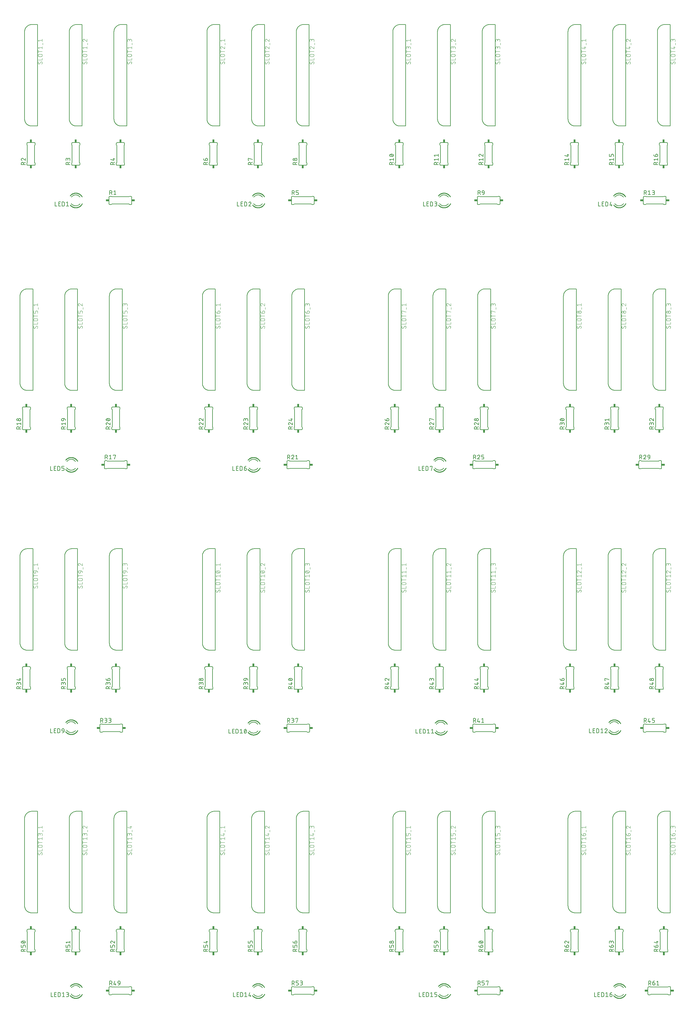
<source format=gbr>
G04 EAGLE Gerber RS-274X export*
G75*
%MOMM*%
%FSLAX34Y34*%
%LPD*%
%INSilkscreen Top*%
%IPPOS*%
%AMOC8*
5,1,8,0,0,1.08239X$1,22.5*%
G01*
%ADD10C,0.152400*%
%ADD11C,0.254000*%
%ADD12C,0.127000*%
%ADD13R,0.863600X0.609600*%
%ADD14R,0.609600X0.863600*%
%ADD15C,0.203200*%
%ADD16C,0.101600*%


D10*
X287599Y2291942D02*
X287818Y2291642D01*
X288045Y2291348D01*
X288279Y2291060D01*
X288520Y2290777D01*
X288767Y2290500D01*
X289022Y2290229D01*
X289283Y2289965D01*
X289550Y2289707D01*
X289823Y2289456D01*
X290103Y2289211D01*
X290388Y2288973D01*
X290679Y2288743D01*
X290976Y2288519D01*
X291278Y2288303D01*
X291585Y2288094D01*
X291897Y2287893D01*
X292214Y2287699D01*
X292536Y2287513D01*
X292862Y2287335D01*
X293192Y2287165D01*
X293526Y2287003D01*
X293864Y2286850D01*
X294206Y2286704D01*
X294551Y2286567D01*
X294900Y2286439D01*
X295251Y2286319D01*
X295606Y2286207D01*
X295963Y2286105D01*
X296322Y2286010D01*
X296683Y2285925D01*
X297047Y2285849D01*
X297412Y2285781D01*
X297779Y2285723D01*
X298147Y2285673D01*
X298516Y2285632D01*
X298886Y2285601D01*
X299257Y2285578D01*
X299628Y2285565D01*
X300000Y2285560D01*
X300372Y2285565D01*
X300743Y2285578D01*
X301115Y2285601D01*
X301485Y2285633D01*
X301855Y2285673D01*
X302223Y2285723D01*
X302591Y2285782D01*
X302956Y2285849D01*
X303320Y2285926D01*
X303682Y2286012D01*
X304042Y2286106D01*
X304399Y2286209D01*
X304754Y2286320D01*
X305106Y2286441D01*
X305455Y2286570D01*
X305800Y2286707D01*
X306142Y2286853D01*
X306481Y2287007D01*
X306816Y2287169D01*
X307146Y2287339D01*
X307472Y2287518D01*
X307794Y2287704D01*
X308112Y2287898D01*
X308424Y2288100D01*
X308731Y2288309D01*
X309033Y2288526D01*
X309330Y2288750D01*
X309622Y2288981D01*
X309907Y2289219D01*
X310187Y2289465D01*
X310460Y2289717D01*
X310728Y2289975D01*
X310988Y2290240D01*
X311243Y2290511D01*
X311491Y2290789D01*
X311731Y2291072D01*
X311965Y2291361D01*
X312192Y2291656D01*
X300000Y2316040D02*
X299635Y2316036D01*
X299270Y2316023D01*
X298906Y2316001D01*
X298543Y2315970D01*
X298180Y2315931D01*
X297818Y2315883D01*
X297458Y2315826D01*
X297099Y2315761D01*
X296741Y2315688D01*
X296386Y2315605D01*
X296033Y2315515D01*
X295681Y2315415D01*
X295333Y2315308D01*
X294987Y2315192D01*
X294644Y2315068D01*
X294304Y2314935D01*
X293967Y2314795D01*
X293634Y2314647D01*
X293304Y2314490D01*
X292978Y2314326D01*
X292656Y2314154D01*
X292339Y2313974D01*
X292026Y2313787D01*
X291717Y2313593D01*
X291413Y2313391D01*
X291114Y2313181D01*
X290820Y2312965D01*
X290532Y2312742D01*
X290249Y2312512D01*
X289971Y2312275D01*
X289699Y2312032D01*
X289433Y2311782D01*
X289173Y2311526D01*
X288920Y2311263D01*
X288672Y2310995D01*
X288432Y2310721D01*
X288197Y2310441D01*
X287970Y2310156D01*
X300000Y2316040D02*
X300365Y2316036D01*
X300730Y2316023D01*
X301094Y2316001D01*
X301457Y2315970D01*
X301820Y2315931D01*
X302182Y2315883D01*
X302542Y2315826D01*
X302901Y2315761D01*
X303259Y2315688D01*
X303614Y2315605D01*
X303967Y2315515D01*
X304319Y2315415D01*
X304667Y2315308D01*
X305013Y2315192D01*
X305356Y2315068D01*
X305696Y2314935D01*
X306033Y2314795D01*
X306366Y2314647D01*
X306696Y2314490D01*
X307022Y2314326D01*
X307344Y2314154D01*
X307661Y2313974D01*
X307974Y2313787D01*
X308283Y2313593D01*
X308587Y2313391D01*
X308886Y2313181D01*
X309180Y2312965D01*
X309468Y2312742D01*
X309751Y2312512D01*
X310029Y2312275D01*
X310301Y2312032D01*
X310567Y2311782D01*
X310827Y2311526D01*
X311080Y2311263D01*
X311328Y2310995D01*
X311568Y2310721D01*
X311803Y2310441D01*
X312030Y2310156D01*
D11*
X300000Y2280480D02*
X299506Y2280486D01*
X299012Y2280504D01*
X298518Y2280534D01*
X298025Y2280576D01*
X297534Y2280630D01*
X297044Y2280696D01*
X296556Y2280774D01*
X296069Y2280864D01*
X295585Y2280965D01*
X295104Y2281079D01*
X294626Y2281204D01*
X294150Y2281340D01*
X293679Y2281488D01*
X293211Y2281648D01*
X292747Y2281819D01*
X292287Y2282001D01*
X291832Y2282194D01*
X291381Y2282398D01*
X290936Y2282613D01*
X290496Y2282839D01*
X290062Y2283076D01*
X289634Y2283323D01*
X289212Y2283580D01*
X288796Y2283848D01*
X288387Y2284126D01*
X287985Y2284413D01*
X287589Y2284710D01*
X287202Y2285017D01*
X286821Y2285333D01*
X286449Y2285658D01*
X286084Y2285993D01*
X285728Y2286336D01*
X285381Y2286687D01*
X285041Y2287047D01*
X284711Y2287415D01*
X284390Y2287791D01*
X300000Y2280480D02*
X300488Y2280486D01*
X300975Y2280503D01*
X301462Y2280533D01*
X301949Y2280574D01*
X302434Y2280626D01*
X302918Y2280691D01*
X303400Y2280767D01*
X303880Y2280854D01*
X304358Y2280953D01*
X304833Y2281063D01*
X305306Y2281185D01*
X305775Y2281318D01*
X306242Y2281463D01*
X306704Y2281618D01*
X307163Y2281785D01*
X307618Y2281962D01*
X308068Y2282151D01*
X308513Y2282350D01*
X308954Y2282560D01*
X309390Y2282780D01*
X309820Y2283011D01*
X310244Y2283252D01*
X310662Y2283503D01*
X311075Y2283764D01*
X311481Y2284035D01*
X311880Y2284315D01*
X312273Y2284605D01*
X312658Y2284905D01*
X313036Y2285214D01*
X313407Y2285531D01*
X313769Y2285858D01*
X314124Y2286193D01*
X314471Y2286536D01*
X314809Y2286888D01*
X315139Y2287247D01*
X315460Y2287615D01*
X315773Y2287990D01*
X316076Y2288373D01*
X316370Y2288762D01*
X316654Y2289159D01*
X316929Y2289562D01*
X317194Y2289972D01*
X317449Y2290388D01*
X317694Y2290810D01*
X317929Y2291238D01*
X300000Y2321120D02*
X299510Y2321114D01*
X299020Y2321096D01*
X298531Y2321067D01*
X298042Y2321025D01*
X297555Y2320972D01*
X297069Y2320908D01*
X296585Y2320831D01*
X296103Y2320743D01*
X295623Y2320643D01*
X295145Y2320532D01*
X294671Y2320409D01*
X294199Y2320274D01*
X293731Y2320129D01*
X293267Y2319972D01*
X292806Y2319804D01*
X292350Y2319625D01*
X291898Y2319435D01*
X291451Y2319234D01*
X291009Y2319022D01*
X290572Y2318800D01*
X290140Y2318568D01*
X289714Y2318325D01*
X289295Y2318071D01*
X288881Y2317808D01*
X288474Y2317535D01*
X288074Y2317252D01*
X287680Y2316959D01*
X287294Y2316658D01*
X286915Y2316346D01*
X286544Y2316026D01*
X286181Y2315697D01*
X285825Y2315360D01*
X285478Y2315013D01*
X285140Y2314659D01*
X284810Y2314296D01*
X284488Y2313926D01*
X300000Y2321120D02*
X300497Y2321114D01*
X300994Y2321096D01*
X301490Y2321065D01*
X301985Y2321023D01*
X302479Y2320968D01*
X302972Y2320902D01*
X303462Y2320823D01*
X303951Y2320732D01*
X304437Y2320630D01*
X304921Y2320515D01*
X305401Y2320389D01*
X305879Y2320251D01*
X306353Y2320102D01*
X306823Y2319941D01*
X307289Y2319768D01*
X307751Y2319584D01*
X308208Y2319389D01*
X308660Y2319183D01*
X309107Y2318966D01*
X309548Y2318737D01*
X309984Y2318499D01*
X310414Y2318249D01*
X310837Y2317989D01*
X311255Y2317719D01*
X311665Y2317439D01*
X312068Y2317149D01*
X312465Y2316849D01*
X312853Y2316539D01*
X313234Y2316220D01*
X313607Y2315892D01*
X313972Y2315555D01*
X314329Y2315209D01*
X314677Y2314854D01*
X315016Y2314491D01*
X315347Y2314120D01*
X315668Y2313740D01*
X315980Y2313353D01*
X316282Y2312959D01*
X316574Y2312557D01*
X316857Y2312148D01*
X317129Y2311733D01*
X317392Y2311310D01*
X317643Y2310882D01*
D12*
X242367Y2296355D02*
X242367Y2284925D01*
X247447Y2284925D01*
X252273Y2284925D02*
X257353Y2284925D01*
X252273Y2284925D02*
X252273Y2296355D01*
X257353Y2296355D01*
X256083Y2291275D02*
X252273Y2291275D01*
X262154Y2296355D02*
X262154Y2284925D01*
X262154Y2296355D02*
X265329Y2296355D01*
X265440Y2296353D01*
X265550Y2296347D01*
X265661Y2296338D01*
X265771Y2296324D01*
X265880Y2296307D01*
X265989Y2296286D01*
X266097Y2296261D01*
X266204Y2296232D01*
X266310Y2296200D01*
X266415Y2296164D01*
X266518Y2296124D01*
X266620Y2296081D01*
X266721Y2296034D01*
X266820Y2295983D01*
X266917Y2295930D01*
X267011Y2295873D01*
X267104Y2295812D01*
X267195Y2295749D01*
X267284Y2295682D01*
X267370Y2295612D01*
X267453Y2295539D01*
X267535Y2295464D01*
X267613Y2295386D01*
X267688Y2295304D01*
X267761Y2295221D01*
X267831Y2295135D01*
X267898Y2295046D01*
X267961Y2294955D01*
X268022Y2294862D01*
X268079Y2294768D01*
X268132Y2294671D01*
X268183Y2294572D01*
X268230Y2294471D01*
X268273Y2294369D01*
X268313Y2294266D01*
X268349Y2294161D01*
X268381Y2294055D01*
X268410Y2293948D01*
X268435Y2293840D01*
X268456Y2293731D01*
X268473Y2293622D01*
X268487Y2293512D01*
X268496Y2293401D01*
X268502Y2293291D01*
X268504Y2293180D01*
X268504Y2288100D01*
X268502Y2287989D01*
X268496Y2287879D01*
X268487Y2287768D01*
X268473Y2287658D01*
X268456Y2287549D01*
X268435Y2287440D01*
X268410Y2287332D01*
X268381Y2287225D01*
X268349Y2287119D01*
X268313Y2287014D01*
X268273Y2286911D01*
X268230Y2286809D01*
X268183Y2286708D01*
X268132Y2286609D01*
X268079Y2286513D01*
X268022Y2286418D01*
X267961Y2286325D01*
X267898Y2286234D01*
X267831Y2286145D01*
X267761Y2286059D01*
X267688Y2285976D01*
X267613Y2285894D01*
X267535Y2285816D01*
X267453Y2285741D01*
X267370Y2285668D01*
X267284Y2285598D01*
X267195Y2285531D01*
X267104Y2285468D01*
X267011Y2285407D01*
X266917Y2285350D01*
X266820Y2285297D01*
X266721Y2285246D01*
X266620Y2285199D01*
X266518Y2285156D01*
X266415Y2285116D01*
X266310Y2285080D01*
X266204Y2285048D01*
X266097Y2285019D01*
X265989Y2284994D01*
X265880Y2284973D01*
X265771Y2284956D01*
X265661Y2284942D01*
X265550Y2284933D01*
X265440Y2284927D01*
X265329Y2284925D01*
X262154Y2284925D01*
X273965Y2293815D02*
X277140Y2296355D01*
X277140Y2284925D01*
X273965Y2284925D02*
X280315Y2284925D01*
D10*
X393250Y2309690D02*
X393252Y2309790D01*
X393258Y2309889D01*
X393268Y2309989D01*
X393281Y2310087D01*
X393299Y2310186D01*
X393320Y2310283D01*
X393345Y2310379D01*
X393374Y2310475D01*
X393407Y2310569D01*
X393443Y2310662D01*
X393483Y2310753D01*
X393527Y2310843D01*
X393574Y2310931D01*
X393624Y2311017D01*
X393678Y2311101D01*
X393735Y2311183D01*
X393795Y2311262D01*
X393859Y2311340D01*
X393925Y2311414D01*
X393994Y2311486D01*
X394066Y2311555D01*
X394140Y2311621D01*
X394218Y2311685D01*
X394297Y2311745D01*
X394379Y2311802D01*
X394463Y2311856D01*
X394549Y2311906D01*
X394637Y2311953D01*
X394727Y2311997D01*
X394818Y2312037D01*
X394911Y2312073D01*
X395005Y2312106D01*
X395101Y2312135D01*
X395197Y2312160D01*
X395294Y2312181D01*
X395393Y2312199D01*
X395491Y2312212D01*
X395591Y2312222D01*
X395690Y2312228D01*
X395790Y2312230D01*
X393250Y2291910D02*
X393252Y2291810D01*
X393258Y2291711D01*
X393268Y2291611D01*
X393281Y2291513D01*
X393299Y2291414D01*
X393320Y2291317D01*
X393345Y2291221D01*
X393374Y2291125D01*
X393407Y2291031D01*
X393443Y2290938D01*
X393483Y2290847D01*
X393527Y2290757D01*
X393574Y2290669D01*
X393624Y2290583D01*
X393678Y2290499D01*
X393735Y2290417D01*
X393795Y2290338D01*
X393859Y2290260D01*
X393925Y2290186D01*
X393994Y2290114D01*
X394066Y2290045D01*
X394140Y2289979D01*
X394218Y2289915D01*
X394297Y2289855D01*
X394379Y2289798D01*
X394463Y2289744D01*
X394549Y2289694D01*
X394637Y2289647D01*
X394727Y2289603D01*
X394818Y2289563D01*
X394911Y2289527D01*
X395005Y2289494D01*
X395101Y2289465D01*
X395197Y2289440D01*
X395294Y2289419D01*
X395393Y2289401D01*
X395491Y2289388D01*
X395591Y2289378D01*
X395690Y2289372D01*
X395790Y2289370D01*
X454210Y2289370D02*
X454310Y2289372D01*
X454409Y2289378D01*
X454509Y2289388D01*
X454607Y2289401D01*
X454706Y2289419D01*
X454803Y2289440D01*
X454899Y2289465D01*
X454995Y2289494D01*
X455089Y2289527D01*
X455182Y2289563D01*
X455273Y2289603D01*
X455363Y2289647D01*
X455451Y2289694D01*
X455537Y2289744D01*
X455621Y2289798D01*
X455703Y2289855D01*
X455782Y2289915D01*
X455860Y2289979D01*
X455934Y2290045D01*
X456006Y2290114D01*
X456075Y2290186D01*
X456141Y2290260D01*
X456205Y2290338D01*
X456265Y2290417D01*
X456322Y2290499D01*
X456376Y2290583D01*
X456426Y2290669D01*
X456473Y2290757D01*
X456517Y2290847D01*
X456557Y2290938D01*
X456593Y2291031D01*
X456626Y2291125D01*
X456655Y2291221D01*
X456680Y2291317D01*
X456701Y2291414D01*
X456719Y2291513D01*
X456732Y2291611D01*
X456742Y2291711D01*
X456748Y2291810D01*
X456750Y2291910D01*
X456750Y2309690D02*
X456748Y2309790D01*
X456742Y2309889D01*
X456732Y2309989D01*
X456719Y2310087D01*
X456701Y2310186D01*
X456680Y2310283D01*
X456655Y2310379D01*
X456626Y2310475D01*
X456593Y2310569D01*
X456557Y2310662D01*
X456517Y2310753D01*
X456473Y2310843D01*
X456426Y2310931D01*
X456376Y2311017D01*
X456322Y2311101D01*
X456265Y2311183D01*
X456205Y2311262D01*
X456141Y2311340D01*
X456075Y2311414D01*
X456006Y2311486D01*
X455934Y2311555D01*
X455860Y2311621D01*
X455782Y2311685D01*
X455703Y2311745D01*
X455621Y2311802D01*
X455537Y2311856D01*
X455451Y2311906D01*
X455363Y2311953D01*
X455273Y2311997D01*
X455182Y2312037D01*
X455089Y2312073D01*
X454995Y2312106D01*
X454899Y2312135D01*
X454803Y2312160D01*
X454706Y2312181D01*
X454607Y2312199D01*
X454509Y2312212D01*
X454409Y2312222D01*
X454310Y2312228D01*
X454210Y2312230D01*
X393250Y2309690D02*
X393250Y2291910D01*
X395790Y2312230D02*
X399600Y2312230D01*
X400870Y2310960D01*
X399600Y2289370D02*
X395790Y2289370D01*
X399600Y2289370D02*
X400870Y2290640D01*
X449130Y2310960D02*
X450400Y2312230D01*
X449130Y2310960D02*
X400870Y2310960D01*
X449130Y2290640D02*
X450400Y2289370D01*
X449130Y2290640D02*
X400870Y2290640D01*
X450400Y2312230D02*
X454210Y2312230D01*
X454210Y2289370D02*
X450400Y2289370D01*
X456750Y2291910D02*
X456750Y2309690D01*
D13*
X461068Y2300800D03*
X388932Y2300800D03*
D12*
X395155Y2316675D02*
X395155Y2328105D01*
X398330Y2328105D01*
X398441Y2328103D01*
X398551Y2328097D01*
X398662Y2328088D01*
X398772Y2328074D01*
X398881Y2328057D01*
X398990Y2328036D01*
X399098Y2328011D01*
X399205Y2327982D01*
X399311Y2327950D01*
X399416Y2327914D01*
X399519Y2327874D01*
X399621Y2327831D01*
X399722Y2327784D01*
X399821Y2327733D01*
X399918Y2327680D01*
X400012Y2327623D01*
X400105Y2327562D01*
X400196Y2327499D01*
X400285Y2327432D01*
X400371Y2327362D01*
X400454Y2327289D01*
X400536Y2327214D01*
X400614Y2327136D01*
X400689Y2327054D01*
X400762Y2326971D01*
X400832Y2326885D01*
X400899Y2326796D01*
X400962Y2326705D01*
X401023Y2326612D01*
X401080Y2326518D01*
X401133Y2326421D01*
X401184Y2326322D01*
X401231Y2326221D01*
X401274Y2326119D01*
X401314Y2326016D01*
X401350Y2325911D01*
X401382Y2325805D01*
X401411Y2325698D01*
X401436Y2325590D01*
X401457Y2325481D01*
X401474Y2325372D01*
X401488Y2325262D01*
X401497Y2325151D01*
X401503Y2325041D01*
X401505Y2324930D01*
X401503Y2324819D01*
X401497Y2324709D01*
X401488Y2324598D01*
X401474Y2324488D01*
X401457Y2324379D01*
X401436Y2324270D01*
X401411Y2324162D01*
X401382Y2324055D01*
X401350Y2323949D01*
X401314Y2323844D01*
X401274Y2323741D01*
X401231Y2323639D01*
X401184Y2323538D01*
X401133Y2323439D01*
X401080Y2323343D01*
X401023Y2323248D01*
X400962Y2323155D01*
X400899Y2323064D01*
X400832Y2322975D01*
X400762Y2322889D01*
X400689Y2322806D01*
X400614Y2322724D01*
X400536Y2322646D01*
X400454Y2322571D01*
X400371Y2322498D01*
X400285Y2322428D01*
X400196Y2322361D01*
X400105Y2322298D01*
X400012Y2322237D01*
X399918Y2322180D01*
X399821Y2322127D01*
X399722Y2322076D01*
X399621Y2322029D01*
X399519Y2321986D01*
X399416Y2321946D01*
X399311Y2321910D01*
X399205Y2321878D01*
X399098Y2321849D01*
X398990Y2321824D01*
X398881Y2321803D01*
X398772Y2321786D01*
X398662Y2321772D01*
X398551Y2321763D01*
X398441Y2321757D01*
X398330Y2321755D01*
X395155Y2321755D01*
X398965Y2321755D02*
X401505Y2316675D01*
X406502Y2325565D02*
X409677Y2328105D01*
X409677Y2316675D01*
X406502Y2316675D02*
X412852Y2316675D01*
D10*
X166110Y2399050D02*
X166010Y2399052D01*
X165911Y2399058D01*
X165811Y2399068D01*
X165713Y2399081D01*
X165614Y2399099D01*
X165517Y2399120D01*
X165421Y2399145D01*
X165325Y2399174D01*
X165231Y2399207D01*
X165138Y2399243D01*
X165047Y2399283D01*
X164957Y2399327D01*
X164869Y2399374D01*
X164783Y2399424D01*
X164699Y2399478D01*
X164617Y2399535D01*
X164538Y2399595D01*
X164460Y2399659D01*
X164386Y2399725D01*
X164314Y2399794D01*
X164245Y2399866D01*
X164179Y2399940D01*
X164115Y2400018D01*
X164055Y2400097D01*
X163998Y2400179D01*
X163944Y2400263D01*
X163894Y2400349D01*
X163847Y2400437D01*
X163803Y2400527D01*
X163763Y2400618D01*
X163727Y2400711D01*
X163694Y2400805D01*
X163665Y2400901D01*
X163640Y2400997D01*
X163619Y2401094D01*
X163601Y2401193D01*
X163588Y2401291D01*
X163578Y2401391D01*
X163572Y2401490D01*
X163570Y2401590D01*
X183890Y2399050D02*
X183990Y2399052D01*
X184089Y2399058D01*
X184189Y2399068D01*
X184287Y2399081D01*
X184386Y2399099D01*
X184483Y2399120D01*
X184579Y2399145D01*
X184675Y2399174D01*
X184769Y2399207D01*
X184862Y2399243D01*
X184953Y2399283D01*
X185043Y2399327D01*
X185131Y2399374D01*
X185217Y2399424D01*
X185301Y2399478D01*
X185383Y2399535D01*
X185462Y2399595D01*
X185540Y2399659D01*
X185614Y2399725D01*
X185686Y2399794D01*
X185755Y2399866D01*
X185821Y2399940D01*
X185885Y2400018D01*
X185945Y2400097D01*
X186002Y2400179D01*
X186056Y2400263D01*
X186106Y2400349D01*
X186153Y2400437D01*
X186197Y2400527D01*
X186237Y2400618D01*
X186273Y2400711D01*
X186306Y2400805D01*
X186335Y2400901D01*
X186360Y2400997D01*
X186381Y2401094D01*
X186399Y2401193D01*
X186412Y2401291D01*
X186422Y2401391D01*
X186428Y2401490D01*
X186430Y2401590D01*
X186430Y2460010D02*
X186428Y2460110D01*
X186422Y2460209D01*
X186412Y2460309D01*
X186399Y2460407D01*
X186381Y2460506D01*
X186360Y2460603D01*
X186335Y2460699D01*
X186306Y2460795D01*
X186273Y2460889D01*
X186237Y2460982D01*
X186197Y2461073D01*
X186153Y2461163D01*
X186106Y2461251D01*
X186056Y2461337D01*
X186002Y2461421D01*
X185945Y2461503D01*
X185885Y2461582D01*
X185821Y2461660D01*
X185755Y2461734D01*
X185686Y2461806D01*
X185614Y2461875D01*
X185540Y2461941D01*
X185462Y2462005D01*
X185383Y2462065D01*
X185301Y2462122D01*
X185217Y2462176D01*
X185131Y2462226D01*
X185043Y2462273D01*
X184953Y2462317D01*
X184862Y2462357D01*
X184769Y2462393D01*
X184675Y2462426D01*
X184579Y2462455D01*
X184483Y2462480D01*
X184386Y2462501D01*
X184287Y2462519D01*
X184189Y2462532D01*
X184089Y2462542D01*
X183990Y2462548D01*
X183890Y2462550D01*
X166110Y2462550D02*
X166010Y2462548D01*
X165911Y2462542D01*
X165811Y2462532D01*
X165713Y2462519D01*
X165614Y2462501D01*
X165517Y2462480D01*
X165421Y2462455D01*
X165325Y2462426D01*
X165231Y2462393D01*
X165138Y2462357D01*
X165047Y2462317D01*
X164957Y2462273D01*
X164869Y2462226D01*
X164783Y2462176D01*
X164699Y2462122D01*
X164617Y2462065D01*
X164538Y2462005D01*
X164460Y2461941D01*
X164386Y2461875D01*
X164314Y2461806D01*
X164245Y2461734D01*
X164179Y2461660D01*
X164115Y2461582D01*
X164055Y2461503D01*
X163998Y2461421D01*
X163944Y2461337D01*
X163894Y2461251D01*
X163847Y2461163D01*
X163803Y2461073D01*
X163763Y2460982D01*
X163727Y2460889D01*
X163694Y2460795D01*
X163665Y2460699D01*
X163640Y2460603D01*
X163619Y2460506D01*
X163601Y2460407D01*
X163588Y2460309D01*
X163578Y2460209D01*
X163572Y2460110D01*
X163570Y2460010D01*
X166110Y2399050D02*
X183890Y2399050D01*
X163570Y2401590D02*
X163570Y2405400D01*
X164840Y2406670D01*
X186430Y2405400D02*
X186430Y2401590D01*
X186430Y2405400D02*
X185160Y2406670D01*
X164840Y2454930D02*
X163570Y2456200D01*
X164840Y2454930D02*
X164840Y2406670D01*
X185160Y2454930D02*
X186430Y2456200D01*
X185160Y2454930D02*
X185160Y2406670D01*
X163570Y2456200D02*
X163570Y2460010D01*
X186430Y2460010D02*
X186430Y2456200D01*
X183890Y2462550D02*
X166110Y2462550D01*
D14*
X175000Y2466868D03*
X175000Y2394732D03*
D12*
X159125Y2400955D02*
X147695Y2400955D01*
X147695Y2404130D01*
X147697Y2404241D01*
X147703Y2404351D01*
X147712Y2404462D01*
X147726Y2404572D01*
X147743Y2404681D01*
X147764Y2404790D01*
X147789Y2404898D01*
X147818Y2405005D01*
X147850Y2405111D01*
X147886Y2405216D01*
X147926Y2405319D01*
X147969Y2405421D01*
X148016Y2405522D01*
X148067Y2405621D01*
X148120Y2405718D01*
X148177Y2405812D01*
X148238Y2405905D01*
X148301Y2405996D01*
X148368Y2406085D01*
X148438Y2406171D01*
X148511Y2406254D01*
X148586Y2406336D01*
X148664Y2406414D01*
X148746Y2406489D01*
X148829Y2406562D01*
X148915Y2406632D01*
X149004Y2406699D01*
X149095Y2406762D01*
X149188Y2406823D01*
X149283Y2406880D01*
X149379Y2406933D01*
X149478Y2406984D01*
X149579Y2407031D01*
X149681Y2407074D01*
X149784Y2407114D01*
X149889Y2407150D01*
X149995Y2407182D01*
X150102Y2407211D01*
X150210Y2407236D01*
X150319Y2407257D01*
X150428Y2407274D01*
X150538Y2407288D01*
X150649Y2407297D01*
X150759Y2407303D01*
X150870Y2407305D01*
X150981Y2407303D01*
X151091Y2407297D01*
X151202Y2407288D01*
X151312Y2407274D01*
X151421Y2407257D01*
X151530Y2407236D01*
X151638Y2407211D01*
X151745Y2407182D01*
X151851Y2407150D01*
X151956Y2407114D01*
X152059Y2407074D01*
X152161Y2407031D01*
X152262Y2406984D01*
X152361Y2406933D01*
X152458Y2406880D01*
X152552Y2406823D01*
X152645Y2406762D01*
X152736Y2406699D01*
X152825Y2406632D01*
X152911Y2406562D01*
X152994Y2406489D01*
X153076Y2406414D01*
X153154Y2406336D01*
X153229Y2406254D01*
X153302Y2406171D01*
X153372Y2406085D01*
X153439Y2405996D01*
X153502Y2405905D01*
X153563Y2405812D01*
X153620Y2405718D01*
X153673Y2405621D01*
X153724Y2405522D01*
X153771Y2405421D01*
X153814Y2405319D01*
X153854Y2405216D01*
X153890Y2405111D01*
X153922Y2405005D01*
X153951Y2404898D01*
X153976Y2404790D01*
X153997Y2404681D01*
X154014Y2404572D01*
X154028Y2404462D01*
X154037Y2404351D01*
X154043Y2404241D01*
X154045Y2404130D01*
X154045Y2400955D01*
X154045Y2404765D02*
X159125Y2407305D01*
X150553Y2418653D02*
X150449Y2418651D01*
X150344Y2418645D01*
X150240Y2418636D01*
X150137Y2418623D01*
X150034Y2418605D01*
X149932Y2418585D01*
X149830Y2418560D01*
X149730Y2418532D01*
X149630Y2418500D01*
X149532Y2418464D01*
X149435Y2418425D01*
X149340Y2418383D01*
X149246Y2418337D01*
X149154Y2418287D01*
X149064Y2418235D01*
X148976Y2418179D01*
X148890Y2418119D01*
X148806Y2418057D01*
X148725Y2417992D01*
X148646Y2417924D01*
X148569Y2417852D01*
X148496Y2417779D01*
X148424Y2417702D01*
X148356Y2417623D01*
X148291Y2417542D01*
X148229Y2417458D01*
X148169Y2417372D01*
X148113Y2417284D01*
X148061Y2417194D01*
X148011Y2417102D01*
X147965Y2417008D01*
X147923Y2416913D01*
X147884Y2416816D01*
X147848Y2416718D01*
X147816Y2416618D01*
X147788Y2416518D01*
X147763Y2416416D01*
X147743Y2416314D01*
X147725Y2416211D01*
X147712Y2416108D01*
X147703Y2416004D01*
X147697Y2415899D01*
X147695Y2415795D01*
X147697Y2415677D01*
X147703Y2415558D01*
X147712Y2415440D01*
X147725Y2415323D01*
X147743Y2415206D01*
X147763Y2415089D01*
X147788Y2414973D01*
X147816Y2414858D01*
X147849Y2414745D01*
X147884Y2414632D01*
X147924Y2414520D01*
X147966Y2414410D01*
X148013Y2414301D01*
X148063Y2414193D01*
X148116Y2414088D01*
X148173Y2413984D01*
X148233Y2413882D01*
X148296Y2413782D01*
X148363Y2413684D01*
X148432Y2413588D01*
X148505Y2413495D01*
X148581Y2413404D01*
X148659Y2413315D01*
X148741Y2413229D01*
X148825Y2413146D01*
X148911Y2413065D01*
X149001Y2412988D01*
X149092Y2412913D01*
X149186Y2412841D01*
X149283Y2412772D01*
X149381Y2412707D01*
X149482Y2412644D01*
X149585Y2412585D01*
X149689Y2412529D01*
X149795Y2412477D01*
X149903Y2412428D01*
X150012Y2412383D01*
X150123Y2412341D01*
X150235Y2412303D01*
X152775Y2417700D02*
X152700Y2417776D01*
X152621Y2417851D01*
X152540Y2417922D01*
X152456Y2417991D01*
X152370Y2418056D01*
X152282Y2418118D01*
X152192Y2418178D01*
X152100Y2418234D01*
X152005Y2418287D01*
X151909Y2418336D01*
X151811Y2418382D01*
X151712Y2418425D01*
X151611Y2418464D01*
X151509Y2418499D01*
X151406Y2418531D01*
X151302Y2418559D01*
X151197Y2418584D01*
X151090Y2418605D01*
X150984Y2418622D01*
X150877Y2418635D01*
X150769Y2418644D01*
X150661Y2418650D01*
X150553Y2418652D01*
X152775Y2417700D02*
X159125Y2412302D01*
X159125Y2418652D01*
D10*
X288570Y2401590D02*
X288572Y2401490D01*
X288578Y2401391D01*
X288588Y2401291D01*
X288601Y2401193D01*
X288619Y2401094D01*
X288640Y2400997D01*
X288665Y2400901D01*
X288694Y2400805D01*
X288727Y2400711D01*
X288763Y2400618D01*
X288803Y2400527D01*
X288847Y2400437D01*
X288894Y2400349D01*
X288944Y2400263D01*
X288998Y2400179D01*
X289055Y2400097D01*
X289115Y2400018D01*
X289179Y2399940D01*
X289245Y2399866D01*
X289314Y2399794D01*
X289386Y2399725D01*
X289460Y2399659D01*
X289538Y2399595D01*
X289617Y2399535D01*
X289699Y2399478D01*
X289783Y2399424D01*
X289869Y2399374D01*
X289957Y2399327D01*
X290047Y2399283D01*
X290138Y2399243D01*
X290231Y2399207D01*
X290325Y2399174D01*
X290421Y2399145D01*
X290517Y2399120D01*
X290614Y2399099D01*
X290713Y2399081D01*
X290811Y2399068D01*
X290911Y2399058D01*
X291010Y2399052D01*
X291110Y2399050D01*
X308890Y2399050D02*
X308990Y2399052D01*
X309089Y2399058D01*
X309189Y2399068D01*
X309287Y2399081D01*
X309386Y2399099D01*
X309483Y2399120D01*
X309579Y2399145D01*
X309675Y2399174D01*
X309769Y2399207D01*
X309862Y2399243D01*
X309953Y2399283D01*
X310043Y2399327D01*
X310131Y2399374D01*
X310217Y2399424D01*
X310301Y2399478D01*
X310383Y2399535D01*
X310462Y2399595D01*
X310540Y2399659D01*
X310614Y2399725D01*
X310686Y2399794D01*
X310755Y2399866D01*
X310821Y2399940D01*
X310885Y2400018D01*
X310945Y2400097D01*
X311002Y2400179D01*
X311056Y2400263D01*
X311106Y2400349D01*
X311153Y2400437D01*
X311197Y2400527D01*
X311237Y2400618D01*
X311273Y2400711D01*
X311306Y2400805D01*
X311335Y2400901D01*
X311360Y2400997D01*
X311381Y2401094D01*
X311399Y2401193D01*
X311412Y2401291D01*
X311422Y2401391D01*
X311428Y2401490D01*
X311430Y2401590D01*
X311430Y2460010D02*
X311428Y2460110D01*
X311422Y2460209D01*
X311412Y2460309D01*
X311399Y2460407D01*
X311381Y2460506D01*
X311360Y2460603D01*
X311335Y2460699D01*
X311306Y2460795D01*
X311273Y2460889D01*
X311237Y2460982D01*
X311197Y2461073D01*
X311153Y2461163D01*
X311106Y2461251D01*
X311056Y2461337D01*
X311002Y2461421D01*
X310945Y2461503D01*
X310885Y2461582D01*
X310821Y2461660D01*
X310755Y2461734D01*
X310686Y2461806D01*
X310614Y2461875D01*
X310540Y2461941D01*
X310462Y2462005D01*
X310383Y2462065D01*
X310301Y2462122D01*
X310217Y2462176D01*
X310131Y2462226D01*
X310043Y2462273D01*
X309953Y2462317D01*
X309862Y2462357D01*
X309769Y2462393D01*
X309675Y2462426D01*
X309579Y2462455D01*
X309483Y2462480D01*
X309386Y2462501D01*
X309287Y2462519D01*
X309189Y2462532D01*
X309089Y2462542D01*
X308990Y2462548D01*
X308890Y2462550D01*
X291110Y2462550D02*
X291010Y2462548D01*
X290911Y2462542D01*
X290811Y2462532D01*
X290713Y2462519D01*
X290614Y2462501D01*
X290517Y2462480D01*
X290421Y2462455D01*
X290325Y2462426D01*
X290231Y2462393D01*
X290138Y2462357D01*
X290047Y2462317D01*
X289957Y2462273D01*
X289869Y2462226D01*
X289783Y2462176D01*
X289699Y2462122D01*
X289617Y2462065D01*
X289538Y2462005D01*
X289460Y2461941D01*
X289386Y2461875D01*
X289314Y2461806D01*
X289245Y2461734D01*
X289179Y2461660D01*
X289115Y2461582D01*
X289055Y2461503D01*
X288998Y2461421D01*
X288944Y2461337D01*
X288894Y2461251D01*
X288847Y2461163D01*
X288803Y2461073D01*
X288763Y2460982D01*
X288727Y2460889D01*
X288694Y2460795D01*
X288665Y2460699D01*
X288640Y2460603D01*
X288619Y2460506D01*
X288601Y2460407D01*
X288588Y2460309D01*
X288578Y2460209D01*
X288572Y2460110D01*
X288570Y2460010D01*
X291110Y2399050D02*
X308890Y2399050D01*
X288570Y2401590D02*
X288570Y2405400D01*
X289840Y2406670D01*
X311430Y2405400D02*
X311430Y2401590D01*
X311430Y2405400D02*
X310160Y2406670D01*
X289840Y2454930D02*
X288570Y2456200D01*
X289840Y2454930D02*
X289840Y2406670D01*
X310160Y2454930D02*
X311430Y2456200D01*
X310160Y2454930D02*
X310160Y2406670D01*
X288570Y2456200D02*
X288570Y2460010D01*
X311430Y2460010D02*
X311430Y2456200D01*
X308890Y2462550D02*
X291110Y2462550D01*
D14*
X300000Y2466868D03*
X300000Y2394732D03*
D12*
X284125Y2400955D02*
X272695Y2400955D01*
X272695Y2404130D01*
X272697Y2404241D01*
X272703Y2404351D01*
X272712Y2404462D01*
X272726Y2404572D01*
X272743Y2404681D01*
X272764Y2404790D01*
X272789Y2404898D01*
X272818Y2405005D01*
X272850Y2405111D01*
X272886Y2405216D01*
X272926Y2405319D01*
X272969Y2405421D01*
X273016Y2405522D01*
X273067Y2405621D01*
X273120Y2405718D01*
X273177Y2405812D01*
X273238Y2405905D01*
X273301Y2405996D01*
X273368Y2406085D01*
X273438Y2406171D01*
X273511Y2406254D01*
X273586Y2406336D01*
X273664Y2406414D01*
X273746Y2406489D01*
X273829Y2406562D01*
X273915Y2406632D01*
X274004Y2406699D01*
X274095Y2406762D01*
X274188Y2406823D01*
X274283Y2406880D01*
X274379Y2406933D01*
X274478Y2406984D01*
X274579Y2407031D01*
X274681Y2407074D01*
X274784Y2407114D01*
X274889Y2407150D01*
X274995Y2407182D01*
X275102Y2407211D01*
X275210Y2407236D01*
X275319Y2407257D01*
X275428Y2407274D01*
X275538Y2407288D01*
X275649Y2407297D01*
X275759Y2407303D01*
X275870Y2407305D01*
X275981Y2407303D01*
X276091Y2407297D01*
X276202Y2407288D01*
X276312Y2407274D01*
X276421Y2407257D01*
X276530Y2407236D01*
X276638Y2407211D01*
X276745Y2407182D01*
X276851Y2407150D01*
X276956Y2407114D01*
X277059Y2407074D01*
X277161Y2407031D01*
X277262Y2406984D01*
X277361Y2406933D01*
X277458Y2406880D01*
X277552Y2406823D01*
X277645Y2406762D01*
X277736Y2406699D01*
X277825Y2406632D01*
X277911Y2406562D01*
X277994Y2406489D01*
X278076Y2406414D01*
X278154Y2406336D01*
X278229Y2406254D01*
X278302Y2406171D01*
X278372Y2406085D01*
X278439Y2405996D01*
X278502Y2405905D01*
X278563Y2405812D01*
X278620Y2405718D01*
X278673Y2405621D01*
X278724Y2405522D01*
X278771Y2405421D01*
X278814Y2405319D01*
X278854Y2405216D01*
X278890Y2405111D01*
X278922Y2405005D01*
X278951Y2404898D01*
X278976Y2404790D01*
X278997Y2404681D01*
X279014Y2404572D01*
X279028Y2404462D01*
X279037Y2404351D01*
X279043Y2404241D01*
X279045Y2404130D01*
X279045Y2400955D01*
X279045Y2404765D02*
X284125Y2407305D01*
X284125Y2412302D02*
X284125Y2415477D01*
X284123Y2415588D01*
X284117Y2415698D01*
X284108Y2415809D01*
X284094Y2415919D01*
X284077Y2416028D01*
X284056Y2416137D01*
X284031Y2416245D01*
X284002Y2416352D01*
X283970Y2416458D01*
X283934Y2416563D01*
X283894Y2416666D01*
X283851Y2416768D01*
X283804Y2416869D01*
X283753Y2416968D01*
X283700Y2417065D01*
X283643Y2417159D01*
X283582Y2417252D01*
X283519Y2417343D01*
X283452Y2417432D01*
X283382Y2417518D01*
X283309Y2417601D01*
X283234Y2417683D01*
X283156Y2417761D01*
X283074Y2417836D01*
X282991Y2417909D01*
X282905Y2417979D01*
X282816Y2418046D01*
X282725Y2418109D01*
X282632Y2418170D01*
X282538Y2418227D01*
X282441Y2418280D01*
X282342Y2418331D01*
X282241Y2418378D01*
X282139Y2418421D01*
X282036Y2418461D01*
X281931Y2418497D01*
X281825Y2418529D01*
X281718Y2418558D01*
X281610Y2418583D01*
X281501Y2418604D01*
X281392Y2418621D01*
X281282Y2418635D01*
X281171Y2418644D01*
X281061Y2418650D01*
X280950Y2418652D01*
X280839Y2418650D01*
X280729Y2418644D01*
X280618Y2418635D01*
X280508Y2418621D01*
X280399Y2418604D01*
X280290Y2418583D01*
X280182Y2418558D01*
X280075Y2418529D01*
X279969Y2418497D01*
X279864Y2418461D01*
X279761Y2418421D01*
X279659Y2418378D01*
X279558Y2418331D01*
X279459Y2418280D01*
X279363Y2418227D01*
X279268Y2418170D01*
X279175Y2418109D01*
X279084Y2418046D01*
X278995Y2417979D01*
X278909Y2417909D01*
X278826Y2417836D01*
X278744Y2417761D01*
X278666Y2417683D01*
X278591Y2417601D01*
X278518Y2417518D01*
X278448Y2417432D01*
X278381Y2417343D01*
X278318Y2417252D01*
X278257Y2417159D01*
X278200Y2417065D01*
X278147Y2416968D01*
X278096Y2416869D01*
X278049Y2416768D01*
X278006Y2416666D01*
X277966Y2416563D01*
X277930Y2416458D01*
X277898Y2416352D01*
X277869Y2416245D01*
X277844Y2416137D01*
X277823Y2416028D01*
X277806Y2415919D01*
X277792Y2415809D01*
X277783Y2415698D01*
X277777Y2415588D01*
X277775Y2415477D01*
X272695Y2416112D02*
X272695Y2412302D01*
X272695Y2416112D02*
X272697Y2416212D01*
X272703Y2416311D01*
X272713Y2416411D01*
X272726Y2416509D01*
X272744Y2416608D01*
X272765Y2416705D01*
X272790Y2416801D01*
X272819Y2416897D01*
X272852Y2416991D01*
X272888Y2417084D01*
X272928Y2417175D01*
X272972Y2417265D01*
X273019Y2417353D01*
X273069Y2417439D01*
X273123Y2417523D01*
X273180Y2417605D01*
X273240Y2417684D01*
X273304Y2417762D01*
X273370Y2417836D01*
X273439Y2417908D01*
X273511Y2417977D01*
X273585Y2418043D01*
X273663Y2418107D01*
X273742Y2418167D01*
X273824Y2418224D01*
X273908Y2418278D01*
X273994Y2418328D01*
X274082Y2418375D01*
X274172Y2418419D01*
X274263Y2418459D01*
X274356Y2418495D01*
X274450Y2418528D01*
X274546Y2418557D01*
X274642Y2418582D01*
X274739Y2418603D01*
X274838Y2418621D01*
X274936Y2418634D01*
X275036Y2418644D01*
X275135Y2418650D01*
X275235Y2418652D01*
X275335Y2418650D01*
X275434Y2418644D01*
X275534Y2418634D01*
X275632Y2418621D01*
X275731Y2418603D01*
X275828Y2418582D01*
X275924Y2418557D01*
X276020Y2418528D01*
X276114Y2418495D01*
X276207Y2418459D01*
X276298Y2418419D01*
X276388Y2418375D01*
X276476Y2418328D01*
X276562Y2418278D01*
X276646Y2418224D01*
X276728Y2418167D01*
X276807Y2418107D01*
X276885Y2418043D01*
X276959Y2417977D01*
X277031Y2417908D01*
X277100Y2417836D01*
X277166Y2417762D01*
X277230Y2417684D01*
X277290Y2417605D01*
X277347Y2417523D01*
X277401Y2417439D01*
X277451Y2417353D01*
X277498Y2417265D01*
X277542Y2417175D01*
X277582Y2417084D01*
X277618Y2416991D01*
X277651Y2416897D01*
X277680Y2416801D01*
X277705Y2416705D01*
X277726Y2416608D01*
X277744Y2416509D01*
X277757Y2416411D01*
X277767Y2416311D01*
X277773Y2416212D01*
X277775Y2416112D01*
X277775Y2413572D01*
D10*
X413570Y2401590D02*
X413572Y2401490D01*
X413578Y2401391D01*
X413588Y2401291D01*
X413601Y2401193D01*
X413619Y2401094D01*
X413640Y2400997D01*
X413665Y2400901D01*
X413694Y2400805D01*
X413727Y2400711D01*
X413763Y2400618D01*
X413803Y2400527D01*
X413847Y2400437D01*
X413894Y2400349D01*
X413944Y2400263D01*
X413998Y2400179D01*
X414055Y2400097D01*
X414115Y2400018D01*
X414179Y2399940D01*
X414245Y2399866D01*
X414314Y2399794D01*
X414386Y2399725D01*
X414460Y2399659D01*
X414538Y2399595D01*
X414617Y2399535D01*
X414699Y2399478D01*
X414783Y2399424D01*
X414869Y2399374D01*
X414957Y2399327D01*
X415047Y2399283D01*
X415138Y2399243D01*
X415231Y2399207D01*
X415325Y2399174D01*
X415421Y2399145D01*
X415517Y2399120D01*
X415614Y2399099D01*
X415713Y2399081D01*
X415811Y2399068D01*
X415911Y2399058D01*
X416010Y2399052D01*
X416110Y2399050D01*
X433890Y2399050D02*
X433990Y2399052D01*
X434089Y2399058D01*
X434189Y2399068D01*
X434287Y2399081D01*
X434386Y2399099D01*
X434483Y2399120D01*
X434579Y2399145D01*
X434675Y2399174D01*
X434769Y2399207D01*
X434862Y2399243D01*
X434953Y2399283D01*
X435043Y2399327D01*
X435131Y2399374D01*
X435217Y2399424D01*
X435301Y2399478D01*
X435383Y2399535D01*
X435462Y2399595D01*
X435540Y2399659D01*
X435614Y2399725D01*
X435686Y2399794D01*
X435755Y2399866D01*
X435821Y2399940D01*
X435885Y2400018D01*
X435945Y2400097D01*
X436002Y2400179D01*
X436056Y2400263D01*
X436106Y2400349D01*
X436153Y2400437D01*
X436197Y2400527D01*
X436237Y2400618D01*
X436273Y2400711D01*
X436306Y2400805D01*
X436335Y2400901D01*
X436360Y2400997D01*
X436381Y2401094D01*
X436399Y2401193D01*
X436412Y2401291D01*
X436422Y2401391D01*
X436428Y2401490D01*
X436430Y2401590D01*
X436430Y2460010D02*
X436428Y2460110D01*
X436422Y2460209D01*
X436412Y2460309D01*
X436399Y2460407D01*
X436381Y2460506D01*
X436360Y2460603D01*
X436335Y2460699D01*
X436306Y2460795D01*
X436273Y2460889D01*
X436237Y2460982D01*
X436197Y2461073D01*
X436153Y2461163D01*
X436106Y2461251D01*
X436056Y2461337D01*
X436002Y2461421D01*
X435945Y2461503D01*
X435885Y2461582D01*
X435821Y2461660D01*
X435755Y2461734D01*
X435686Y2461806D01*
X435614Y2461875D01*
X435540Y2461941D01*
X435462Y2462005D01*
X435383Y2462065D01*
X435301Y2462122D01*
X435217Y2462176D01*
X435131Y2462226D01*
X435043Y2462273D01*
X434953Y2462317D01*
X434862Y2462357D01*
X434769Y2462393D01*
X434675Y2462426D01*
X434579Y2462455D01*
X434483Y2462480D01*
X434386Y2462501D01*
X434287Y2462519D01*
X434189Y2462532D01*
X434089Y2462542D01*
X433990Y2462548D01*
X433890Y2462550D01*
X416110Y2462550D02*
X416010Y2462548D01*
X415911Y2462542D01*
X415811Y2462532D01*
X415713Y2462519D01*
X415614Y2462501D01*
X415517Y2462480D01*
X415421Y2462455D01*
X415325Y2462426D01*
X415231Y2462393D01*
X415138Y2462357D01*
X415047Y2462317D01*
X414957Y2462273D01*
X414869Y2462226D01*
X414783Y2462176D01*
X414699Y2462122D01*
X414617Y2462065D01*
X414538Y2462005D01*
X414460Y2461941D01*
X414386Y2461875D01*
X414314Y2461806D01*
X414245Y2461734D01*
X414179Y2461660D01*
X414115Y2461582D01*
X414055Y2461503D01*
X413998Y2461421D01*
X413944Y2461337D01*
X413894Y2461251D01*
X413847Y2461163D01*
X413803Y2461073D01*
X413763Y2460982D01*
X413727Y2460889D01*
X413694Y2460795D01*
X413665Y2460699D01*
X413640Y2460603D01*
X413619Y2460506D01*
X413601Y2460407D01*
X413588Y2460309D01*
X413578Y2460209D01*
X413572Y2460110D01*
X413570Y2460010D01*
X416110Y2399050D02*
X433890Y2399050D01*
X413570Y2401590D02*
X413570Y2405400D01*
X414840Y2406670D01*
X436430Y2405400D02*
X436430Y2401590D01*
X436430Y2405400D02*
X435160Y2406670D01*
X414840Y2454930D02*
X413570Y2456200D01*
X414840Y2454930D02*
X414840Y2406670D01*
X435160Y2454930D02*
X436430Y2456200D01*
X435160Y2454930D02*
X435160Y2406670D01*
X413570Y2456200D02*
X413570Y2460010D01*
X436430Y2460010D02*
X436430Y2456200D01*
X433890Y2462550D02*
X416110Y2462550D01*
D14*
X425000Y2466868D03*
X425000Y2394732D03*
D12*
X409125Y2400955D02*
X397695Y2400955D01*
X397695Y2404130D01*
X397697Y2404241D01*
X397703Y2404351D01*
X397712Y2404462D01*
X397726Y2404572D01*
X397743Y2404681D01*
X397764Y2404790D01*
X397789Y2404898D01*
X397818Y2405005D01*
X397850Y2405111D01*
X397886Y2405216D01*
X397926Y2405319D01*
X397969Y2405421D01*
X398016Y2405522D01*
X398067Y2405621D01*
X398120Y2405718D01*
X398177Y2405812D01*
X398238Y2405905D01*
X398301Y2405996D01*
X398368Y2406085D01*
X398438Y2406171D01*
X398511Y2406254D01*
X398586Y2406336D01*
X398664Y2406414D01*
X398746Y2406489D01*
X398829Y2406562D01*
X398915Y2406632D01*
X399004Y2406699D01*
X399095Y2406762D01*
X399188Y2406823D01*
X399283Y2406880D01*
X399379Y2406933D01*
X399478Y2406984D01*
X399579Y2407031D01*
X399681Y2407074D01*
X399784Y2407114D01*
X399889Y2407150D01*
X399995Y2407182D01*
X400102Y2407211D01*
X400210Y2407236D01*
X400319Y2407257D01*
X400428Y2407274D01*
X400538Y2407288D01*
X400649Y2407297D01*
X400759Y2407303D01*
X400870Y2407305D01*
X400981Y2407303D01*
X401091Y2407297D01*
X401202Y2407288D01*
X401312Y2407274D01*
X401421Y2407257D01*
X401530Y2407236D01*
X401638Y2407211D01*
X401745Y2407182D01*
X401851Y2407150D01*
X401956Y2407114D01*
X402059Y2407074D01*
X402161Y2407031D01*
X402262Y2406984D01*
X402361Y2406933D01*
X402458Y2406880D01*
X402552Y2406823D01*
X402645Y2406762D01*
X402736Y2406699D01*
X402825Y2406632D01*
X402911Y2406562D01*
X402994Y2406489D01*
X403076Y2406414D01*
X403154Y2406336D01*
X403229Y2406254D01*
X403302Y2406171D01*
X403372Y2406085D01*
X403439Y2405996D01*
X403502Y2405905D01*
X403563Y2405812D01*
X403620Y2405718D01*
X403673Y2405621D01*
X403724Y2405522D01*
X403771Y2405421D01*
X403814Y2405319D01*
X403854Y2405216D01*
X403890Y2405111D01*
X403922Y2405005D01*
X403951Y2404898D01*
X403976Y2404790D01*
X403997Y2404681D01*
X404014Y2404572D01*
X404028Y2404462D01*
X404037Y2404351D01*
X404043Y2404241D01*
X404045Y2404130D01*
X404045Y2400955D01*
X404045Y2404765D02*
X409125Y2407305D01*
X406585Y2412302D02*
X397695Y2414842D01*
X406585Y2412302D02*
X406585Y2418652D01*
X404045Y2416747D02*
X409125Y2416747D01*
D10*
X797599Y2291942D02*
X797818Y2291642D01*
X798045Y2291348D01*
X798279Y2291060D01*
X798520Y2290777D01*
X798767Y2290500D01*
X799022Y2290229D01*
X799283Y2289965D01*
X799550Y2289707D01*
X799823Y2289456D01*
X800103Y2289211D01*
X800388Y2288973D01*
X800679Y2288743D01*
X800976Y2288519D01*
X801278Y2288303D01*
X801585Y2288094D01*
X801897Y2287893D01*
X802214Y2287699D01*
X802536Y2287513D01*
X802862Y2287335D01*
X803192Y2287165D01*
X803526Y2287003D01*
X803864Y2286850D01*
X804206Y2286704D01*
X804551Y2286567D01*
X804900Y2286439D01*
X805251Y2286319D01*
X805606Y2286207D01*
X805963Y2286105D01*
X806322Y2286010D01*
X806683Y2285925D01*
X807047Y2285849D01*
X807412Y2285781D01*
X807779Y2285723D01*
X808147Y2285673D01*
X808516Y2285632D01*
X808886Y2285601D01*
X809257Y2285578D01*
X809628Y2285565D01*
X810000Y2285560D01*
X810372Y2285565D01*
X810743Y2285578D01*
X811115Y2285601D01*
X811485Y2285633D01*
X811855Y2285673D01*
X812223Y2285723D01*
X812591Y2285782D01*
X812956Y2285849D01*
X813320Y2285926D01*
X813682Y2286012D01*
X814042Y2286106D01*
X814399Y2286209D01*
X814754Y2286320D01*
X815106Y2286441D01*
X815455Y2286570D01*
X815800Y2286707D01*
X816142Y2286853D01*
X816481Y2287007D01*
X816816Y2287169D01*
X817146Y2287339D01*
X817472Y2287518D01*
X817794Y2287704D01*
X818112Y2287898D01*
X818424Y2288100D01*
X818731Y2288309D01*
X819033Y2288526D01*
X819330Y2288750D01*
X819622Y2288981D01*
X819907Y2289219D01*
X820187Y2289465D01*
X820460Y2289717D01*
X820728Y2289975D01*
X820988Y2290240D01*
X821243Y2290511D01*
X821491Y2290789D01*
X821731Y2291072D01*
X821965Y2291361D01*
X822192Y2291656D01*
X810000Y2316040D02*
X809635Y2316036D01*
X809270Y2316023D01*
X808906Y2316001D01*
X808543Y2315970D01*
X808180Y2315931D01*
X807818Y2315883D01*
X807458Y2315826D01*
X807099Y2315761D01*
X806741Y2315688D01*
X806386Y2315605D01*
X806033Y2315515D01*
X805681Y2315415D01*
X805333Y2315308D01*
X804987Y2315192D01*
X804644Y2315068D01*
X804304Y2314935D01*
X803967Y2314795D01*
X803634Y2314647D01*
X803304Y2314490D01*
X802978Y2314326D01*
X802656Y2314154D01*
X802339Y2313974D01*
X802026Y2313787D01*
X801717Y2313593D01*
X801413Y2313391D01*
X801114Y2313181D01*
X800820Y2312965D01*
X800532Y2312742D01*
X800249Y2312512D01*
X799971Y2312275D01*
X799699Y2312032D01*
X799433Y2311782D01*
X799173Y2311526D01*
X798920Y2311263D01*
X798672Y2310995D01*
X798432Y2310721D01*
X798197Y2310441D01*
X797970Y2310156D01*
X810000Y2316040D02*
X810365Y2316036D01*
X810730Y2316023D01*
X811094Y2316001D01*
X811457Y2315970D01*
X811820Y2315931D01*
X812182Y2315883D01*
X812542Y2315826D01*
X812901Y2315761D01*
X813259Y2315688D01*
X813614Y2315605D01*
X813967Y2315515D01*
X814319Y2315415D01*
X814667Y2315308D01*
X815013Y2315192D01*
X815356Y2315068D01*
X815696Y2314935D01*
X816033Y2314795D01*
X816366Y2314647D01*
X816696Y2314490D01*
X817022Y2314326D01*
X817344Y2314154D01*
X817661Y2313974D01*
X817974Y2313787D01*
X818283Y2313593D01*
X818587Y2313391D01*
X818886Y2313181D01*
X819180Y2312965D01*
X819468Y2312742D01*
X819751Y2312512D01*
X820029Y2312275D01*
X820301Y2312032D01*
X820567Y2311782D01*
X820827Y2311526D01*
X821080Y2311263D01*
X821328Y2310995D01*
X821568Y2310721D01*
X821803Y2310441D01*
X822030Y2310156D01*
D11*
X810000Y2280480D02*
X809506Y2280486D01*
X809012Y2280504D01*
X808518Y2280534D01*
X808025Y2280576D01*
X807534Y2280630D01*
X807044Y2280696D01*
X806556Y2280774D01*
X806069Y2280864D01*
X805585Y2280965D01*
X805104Y2281079D01*
X804626Y2281204D01*
X804150Y2281340D01*
X803679Y2281488D01*
X803211Y2281648D01*
X802747Y2281819D01*
X802287Y2282001D01*
X801832Y2282194D01*
X801381Y2282398D01*
X800936Y2282613D01*
X800496Y2282839D01*
X800062Y2283076D01*
X799634Y2283323D01*
X799212Y2283580D01*
X798796Y2283848D01*
X798387Y2284126D01*
X797985Y2284413D01*
X797589Y2284710D01*
X797202Y2285017D01*
X796821Y2285333D01*
X796449Y2285658D01*
X796084Y2285993D01*
X795728Y2286336D01*
X795381Y2286687D01*
X795041Y2287047D01*
X794711Y2287415D01*
X794390Y2287791D01*
X810000Y2280480D02*
X810488Y2280486D01*
X810975Y2280503D01*
X811462Y2280533D01*
X811949Y2280574D01*
X812434Y2280626D01*
X812918Y2280691D01*
X813400Y2280767D01*
X813880Y2280854D01*
X814358Y2280953D01*
X814833Y2281063D01*
X815306Y2281185D01*
X815775Y2281318D01*
X816242Y2281463D01*
X816704Y2281618D01*
X817163Y2281785D01*
X817618Y2281962D01*
X818068Y2282151D01*
X818513Y2282350D01*
X818954Y2282560D01*
X819390Y2282780D01*
X819820Y2283011D01*
X820244Y2283252D01*
X820662Y2283503D01*
X821075Y2283764D01*
X821481Y2284035D01*
X821880Y2284315D01*
X822273Y2284605D01*
X822658Y2284905D01*
X823036Y2285214D01*
X823407Y2285531D01*
X823769Y2285858D01*
X824124Y2286193D01*
X824471Y2286536D01*
X824809Y2286888D01*
X825139Y2287247D01*
X825460Y2287615D01*
X825773Y2287990D01*
X826076Y2288373D01*
X826370Y2288762D01*
X826654Y2289159D01*
X826929Y2289562D01*
X827194Y2289972D01*
X827449Y2290388D01*
X827694Y2290810D01*
X827929Y2291238D01*
X810000Y2321120D02*
X809510Y2321114D01*
X809020Y2321096D01*
X808531Y2321067D01*
X808042Y2321025D01*
X807555Y2320972D01*
X807069Y2320908D01*
X806585Y2320831D01*
X806103Y2320743D01*
X805623Y2320643D01*
X805145Y2320532D01*
X804671Y2320409D01*
X804199Y2320274D01*
X803731Y2320129D01*
X803267Y2319972D01*
X802806Y2319804D01*
X802350Y2319625D01*
X801898Y2319435D01*
X801451Y2319234D01*
X801009Y2319022D01*
X800572Y2318800D01*
X800140Y2318568D01*
X799714Y2318325D01*
X799295Y2318071D01*
X798881Y2317808D01*
X798474Y2317535D01*
X798074Y2317252D01*
X797680Y2316959D01*
X797294Y2316658D01*
X796915Y2316346D01*
X796544Y2316026D01*
X796181Y2315697D01*
X795825Y2315360D01*
X795478Y2315013D01*
X795140Y2314659D01*
X794810Y2314296D01*
X794488Y2313926D01*
X810000Y2321120D02*
X810497Y2321114D01*
X810994Y2321096D01*
X811490Y2321065D01*
X811985Y2321023D01*
X812479Y2320968D01*
X812972Y2320902D01*
X813462Y2320823D01*
X813951Y2320732D01*
X814437Y2320630D01*
X814921Y2320515D01*
X815401Y2320389D01*
X815879Y2320251D01*
X816353Y2320102D01*
X816823Y2319941D01*
X817289Y2319768D01*
X817751Y2319584D01*
X818208Y2319389D01*
X818660Y2319183D01*
X819107Y2318966D01*
X819548Y2318737D01*
X819984Y2318499D01*
X820414Y2318249D01*
X820837Y2317989D01*
X821255Y2317719D01*
X821665Y2317439D01*
X822068Y2317149D01*
X822465Y2316849D01*
X822853Y2316539D01*
X823234Y2316220D01*
X823607Y2315892D01*
X823972Y2315555D01*
X824329Y2315209D01*
X824677Y2314854D01*
X825016Y2314491D01*
X825347Y2314120D01*
X825668Y2313740D01*
X825980Y2313353D01*
X826282Y2312959D01*
X826574Y2312557D01*
X826857Y2312148D01*
X827129Y2311733D01*
X827392Y2311310D01*
X827643Y2310882D01*
D12*
X752367Y2296355D02*
X752367Y2284925D01*
X757447Y2284925D01*
X762273Y2284925D02*
X767353Y2284925D01*
X762273Y2284925D02*
X762273Y2296355D01*
X767353Y2296355D01*
X766083Y2291275D02*
X762273Y2291275D01*
X772154Y2296355D02*
X772154Y2284925D01*
X772154Y2296355D02*
X775329Y2296355D01*
X775440Y2296353D01*
X775550Y2296347D01*
X775661Y2296338D01*
X775771Y2296324D01*
X775880Y2296307D01*
X775989Y2296286D01*
X776097Y2296261D01*
X776204Y2296232D01*
X776310Y2296200D01*
X776415Y2296164D01*
X776518Y2296124D01*
X776620Y2296081D01*
X776721Y2296034D01*
X776820Y2295983D01*
X776917Y2295930D01*
X777011Y2295873D01*
X777104Y2295812D01*
X777195Y2295749D01*
X777284Y2295682D01*
X777370Y2295612D01*
X777453Y2295539D01*
X777535Y2295464D01*
X777613Y2295386D01*
X777688Y2295304D01*
X777761Y2295221D01*
X777831Y2295135D01*
X777898Y2295046D01*
X777961Y2294955D01*
X778022Y2294862D01*
X778079Y2294768D01*
X778132Y2294671D01*
X778183Y2294572D01*
X778230Y2294471D01*
X778273Y2294369D01*
X778313Y2294266D01*
X778349Y2294161D01*
X778381Y2294055D01*
X778410Y2293948D01*
X778435Y2293840D01*
X778456Y2293731D01*
X778473Y2293622D01*
X778487Y2293512D01*
X778496Y2293401D01*
X778502Y2293291D01*
X778504Y2293180D01*
X778504Y2288100D01*
X778502Y2287989D01*
X778496Y2287879D01*
X778487Y2287768D01*
X778473Y2287658D01*
X778456Y2287549D01*
X778435Y2287440D01*
X778410Y2287332D01*
X778381Y2287225D01*
X778349Y2287119D01*
X778313Y2287014D01*
X778273Y2286911D01*
X778230Y2286809D01*
X778183Y2286708D01*
X778132Y2286609D01*
X778079Y2286513D01*
X778022Y2286418D01*
X777961Y2286325D01*
X777898Y2286234D01*
X777831Y2286145D01*
X777761Y2286059D01*
X777688Y2285976D01*
X777613Y2285894D01*
X777535Y2285816D01*
X777453Y2285741D01*
X777370Y2285668D01*
X777284Y2285598D01*
X777195Y2285531D01*
X777104Y2285468D01*
X777011Y2285407D01*
X776917Y2285350D01*
X776820Y2285297D01*
X776721Y2285246D01*
X776620Y2285199D01*
X776518Y2285156D01*
X776415Y2285116D01*
X776310Y2285080D01*
X776204Y2285048D01*
X776097Y2285019D01*
X775989Y2284994D01*
X775880Y2284973D01*
X775771Y2284956D01*
X775661Y2284942D01*
X775550Y2284933D01*
X775440Y2284927D01*
X775329Y2284925D01*
X772154Y2284925D01*
X787458Y2296356D02*
X787562Y2296354D01*
X787667Y2296348D01*
X787771Y2296339D01*
X787874Y2296326D01*
X787977Y2296308D01*
X788079Y2296288D01*
X788181Y2296263D01*
X788281Y2296235D01*
X788381Y2296203D01*
X788479Y2296167D01*
X788576Y2296128D01*
X788671Y2296086D01*
X788765Y2296040D01*
X788857Y2295990D01*
X788947Y2295938D01*
X789035Y2295882D01*
X789121Y2295822D01*
X789205Y2295760D01*
X789286Y2295695D01*
X789365Y2295627D01*
X789442Y2295555D01*
X789515Y2295482D01*
X789587Y2295405D01*
X789655Y2295326D01*
X789720Y2295245D01*
X789782Y2295161D01*
X789842Y2295075D01*
X789898Y2294987D01*
X789950Y2294897D01*
X790000Y2294805D01*
X790046Y2294711D01*
X790088Y2294616D01*
X790127Y2294519D01*
X790163Y2294421D01*
X790195Y2294321D01*
X790223Y2294221D01*
X790248Y2294119D01*
X790268Y2294017D01*
X790286Y2293914D01*
X790299Y2293811D01*
X790308Y2293707D01*
X790314Y2293602D01*
X790316Y2293498D01*
X787458Y2296355D02*
X787340Y2296353D01*
X787221Y2296347D01*
X787103Y2296338D01*
X786986Y2296325D01*
X786869Y2296307D01*
X786752Y2296287D01*
X786636Y2296262D01*
X786521Y2296234D01*
X786408Y2296201D01*
X786295Y2296166D01*
X786183Y2296126D01*
X786073Y2296084D01*
X785964Y2296037D01*
X785856Y2295987D01*
X785751Y2295934D01*
X785647Y2295877D01*
X785545Y2295817D01*
X785445Y2295754D01*
X785347Y2295687D01*
X785251Y2295618D01*
X785158Y2295545D01*
X785067Y2295469D01*
X784978Y2295391D01*
X784892Y2295309D01*
X784809Y2295225D01*
X784728Y2295139D01*
X784651Y2295049D01*
X784576Y2294958D01*
X784504Y2294864D01*
X784435Y2294767D01*
X784370Y2294669D01*
X784307Y2294568D01*
X784248Y2294465D01*
X784192Y2294361D01*
X784140Y2294255D01*
X784091Y2294147D01*
X784046Y2294038D01*
X784004Y2293927D01*
X783966Y2293815D01*
X789363Y2291276D02*
X789439Y2291351D01*
X789514Y2291430D01*
X789585Y2291511D01*
X789654Y2291595D01*
X789719Y2291681D01*
X789781Y2291769D01*
X789841Y2291859D01*
X789897Y2291951D01*
X789950Y2292046D01*
X789999Y2292142D01*
X790045Y2292240D01*
X790088Y2292339D01*
X790127Y2292440D01*
X790162Y2292542D01*
X790194Y2292645D01*
X790222Y2292749D01*
X790247Y2292854D01*
X790268Y2292961D01*
X790285Y2293067D01*
X790298Y2293174D01*
X790307Y2293282D01*
X790313Y2293390D01*
X790315Y2293498D01*
X789363Y2291275D02*
X783965Y2284925D01*
X790315Y2284925D01*
D10*
X903250Y2309690D02*
X903252Y2309790D01*
X903258Y2309889D01*
X903268Y2309989D01*
X903281Y2310087D01*
X903299Y2310186D01*
X903320Y2310283D01*
X903345Y2310379D01*
X903374Y2310475D01*
X903407Y2310569D01*
X903443Y2310662D01*
X903483Y2310753D01*
X903527Y2310843D01*
X903574Y2310931D01*
X903624Y2311017D01*
X903678Y2311101D01*
X903735Y2311183D01*
X903795Y2311262D01*
X903859Y2311340D01*
X903925Y2311414D01*
X903994Y2311486D01*
X904066Y2311555D01*
X904140Y2311621D01*
X904218Y2311685D01*
X904297Y2311745D01*
X904379Y2311802D01*
X904463Y2311856D01*
X904549Y2311906D01*
X904637Y2311953D01*
X904727Y2311997D01*
X904818Y2312037D01*
X904911Y2312073D01*
X905005Y2312106D01*
X905101Y2312135D01*
X905197Y2312160D01*
X905294Y2312181D01*
X905393Y2312199D01*
X905491Y2312212D01*
X905591Y2312222D01*
X905690Y2312228D01*
X905790Y2312230D01*
X903250Y2291910D02*
X903252Y2291810D01*
X903258Y2291711D01*
X903268Y2291611D01*
X903281Y2291513D01*
X903299Y2291414D01*
X903320Y2291317D01*
X903345Y2291221D01*
X903374Y2291125D01*
X903407Y2291031D01*
X903443Y2290938D01*
X903483Y2290847D01*
X903527Y2290757D01*
X903574Y2290669D01*
X903624Y2290583D01*
X903678Y2290499D01*
X903735Y2290417D01*
X903795Y2290338D01*
X903859Y2290260D01*
X903925Y2290186D01*
X903994Y2290114D01*
X904066Y2290045D01*
X904140Y2289979D01*
X904218Y2289915D01*
X904297Y2289855D01*
X904379Y2289798D01*
X904463Y2289744D01*
X904549Y2289694D01*
X904637Y2289647D01*
X904727Y2289603D01*
X904818Y2289563D01*
X904911Y2289527D01*
X905005Y2289494D01*
X905101Y2289465D01*
X905197Y2289440D01*
X905294Y2289419D01*
X905393Y2289401D01*
X905491Y2289388D01*
X905591Y2289378D01*
X905690Y2289372D01*
X905790Y2289370D01*
X964210Y2289370D02*
X964310Y2289372D01*
X964409Y2289378D01*
X964509Y2289388D01*
X964607Y2289401D01*
X964706Y2289419D01*
X964803Y2289440D01*
X964899Y2289465D01*
X964995Y2289494D01*
X965089Y2289527D01*
X965182Y2289563D01*
X965273Y2289603D01*
X965363Y2289647D01*
X965451Y2289694D01*
X965537Y2289744D01*
X965621Y2289798D01*
X965703Y2289855D01*
X965782Y2289915D01*
X965860Y2289979D01*
X965934Y2290045D01*
X966006Y2290114D01*
X966075Y2290186D01*
X966141Y2290260D01*
X966205Y2290338D01*
X966265Y2290417D01*
X966322Y2290499D01*
X966376Y2290583D01*
X966426Y2290669D01*
X966473Y2290757D01*
X966517Y2290847D01*
X966557Y2290938D01*
X966593Y2291031D01*
X966626Y2291125D01*
X966655Y2291221D01*
X966680Y2291317D01*
X966701Y2291414D01*
X966719Y2291513D01*
X966732Y2291611D01*
X966742Y2291711D01*
X966748Y2291810D01*
X966750Y2291910D01*
X966750Y2309690D02*
X966748Y2309790D01*
X966742Y2309889D01*
X966732Y2309989D01*
X966719Y2310087D01*
X966701Y2310186D01*
X966680Y2310283D01*
X966655Y2310379D01*
X966626Y2310475D01*
X966593Y2310569D01*
X966557Y2310662D01*
X966517Y2310753D01*
X966473Y2310843D01*
X966426Y2310931D01*
X966376Y2311017D01*
X966322Y2311101D01*
X966265Y2311183D01*
X966205Y2311262D01*
X966141Y2311340D01*
X966075Y2311414D01*
X966006Y2311486D01*
X965934Y2311555D01*
X965860Y2311621D01*
X965782Y2311685D01*
X965703Y2311745D01*
X965621Y2311802D01*
X965537Y2311856D01*
X965451Y2311906D01*
X965363Y2311953D01*
X965273Y2311997D01*
X965182Y2312037D01*
X965089Y2312073D01*
X964995Y2312106D01*
X964899Y2312135D01*
X964803Y2312160D01*
X964706Y2312181D01*
X964607Y2312199D01*
X964509Y2312212D01*
X964409Y2312222D01*
X964310Y2312228D01*
X964210Y2312230D01*
X903250Y2309690D02*
X903250Y2291910D01*
X905790Y2312230D02*
X909600Y2312230D01*
X910870Y2310960D01*
X909600Y2289370D02*
X905790Y2289370D01*
X909600Y2289370D02*
X910870Y2290640D01*
X959130Y2310960D02*
X960400Y2312230D01*
X959130Y2310960D02*
X910870Y2310960D01*
X959130Y2290640D02*
X960400Y2289370D01*
X959130Y2290640D02*
X910870Y2290640D01*
X960400Y2312230D02*
X964210Y2312230D01*
X964210Y2289370D02*
X960400Y2289370D01*
X966750Y2291910D02*
X966750Y2309690D01*
D13*
X971068Y2300800D03*
X898932Y2300800D03*
D12*
X905155Y2316675D02*
X905155Y2328105D01*
X908330Y2328105D01*
X908441Y2328103D01*
X908551Y2328097D01*
X908662Y2328088D01*
X908772Y2328074D01*
X908881Y2328057D01*
X908990Y2328036D01*
X909098Y2328011D01*
X909205Y2327982D01*
X909311Y2327950D01*
X909416Y2327914D01*
X909519Y2327874D01*
X909621Y2327831D01*
X909722Y2327784D01*
X909821Y2327733D01*
X909918Y2327680D01*
X910012Y2327623D01*
X910105Y2327562D01*
X910196Y2327499D01*
X910285Y2327432D01*
X910371Y2327362D01*
X910454Y2327289D01*
X910536Y2327214D01*
X910614Y2327136D01*
X910689Y2327054D01*
X910762Y2326971D01*
X910832Y2326885D01*
X910899Y2326796D01*
X910962Y2326705D01*
X911023Y2326612D01*
X911080Y2326518D01*
X911133Y2326421D01*
X911184Y2326322D01*
X911231Y2326221D01*
X911274Y2326119D01*
X911314Y2326016D01*
X911350Y2325911D01*
X911382Y2325805D01*
X911411Y2325698D01*
X911436Y2325590D01*
X911457Y2325481D01*
X911474Y2325372D01*
X911488Y2325262D01*
X911497Y2325151D01*
X911503Y2325041D01*
X911505Y2324930D01*
X911503Y2324819D01*
X911497Y2324709D01*
X911488Y2324598D01*
X911474Y2324488D01*
X911457Y2324379D01*
X911436Y2324270D01*
X911411Y2324162D01*
X911382Y2324055D01*
X911350Y2323949D01*
X911314Y2323844D01*
X911274Y2323741D01*
X911231Y2323639D01*
X911184Y2323538D01*
X911133Y2323439D01*
X911080Y2323343D01*
X911023Y2323248D01*
X910962Y2323155D01*
X910899Y2323064D01*
X910832Y2322975D01*
X910762Y2322889D01*
X910689Y2322806D01*
X910614Y2322724D01*
X910536Y2322646D01*
X910454Y2322571D01*
X910371Y2322498D01*
X910285Y2322428D01*
X910196Y2322361D01*
X910105Y2322298D01*
X910012Y2322237D01*
X909918Y2322180D01*
X909821Y2322127D01*
X909722Y2322076D01*
X909621Y2322029D01*
X909519Y2321986D01*
X909416Y2321946D01*
X909311Y2321910D01*
X909205Y2321878D01*
X909098Y2321849D01*
X908990Y2321824D01*
X908881Y2321803D01*
X908772Y2321786D01*
X908662Y2321772D01*
X908551Y2321763D01*
X908441Y2321757D01*
X908330Y2321755D01*
X905155Y2321755D01*
X908965Y2321755D02*
X911505Y2316675D01*
X916502Y2316675D02*
X920312Y2316675D01*
X920412Y2316677D01*
X920511Y2316683D01*
X920611Y2316693D01*
X920709Y2316706D01*
X920808Y2316724D01*
X920905Y2316745D01*
X921001Y2316770D01*
X921097Y2316799D01*
X921191Y2316832D01*
X921284Y2316868D01*
X921375Y2316908D01*
X921465Y2316952D01*
X921553Y2316999D01*
X921639Y2317049D01*
X921723Y2317103D01*
X921805Y2317160D01*
X921884Y2317220D01*
X921962Y2317284D01*
X922036Y2317350D01*
X922108Y2317419D01*
X922177Y2317491D01*
X922243Y2317565D01*
X922307Y2317643D01*
X922367Y2317722D01*
X922424Y2317804D01*
X922478Y2317888D01*
X922528Y2317974D01*
X922575Y2318062D01*
X922619Y2318152D01*
X922659Y2318243D01*
X922695Y2318336D01*
X922728Y2318430D01*
X922757Y2318526D01*
X922782Y2318622D01*
X922803Y2318719D01*
X922821Y2318818D01*
X922834Y2318916D01*
X922844Y2319016D01*
X922850Y2319115D01*
X922852Y2319215D01*
X922852Y2320485D01*
X922850Y2320585D01*
X922844Y2320684D01*
X922834Y2320784D01*
X922821Y2320882D01*
X922803Y2320981D01*
X922782Y2321078D01*
X922757Y2321174D01*
X922728Y2321270D01*
X922695Y2321364D01*
X922659Y2321457D01*
X922619Y2321548D01*
X922575Y2321638D01*
X922528Y2321726D01*
X922478Y2321812D01*
X922424Y2321896D01*
X922367Y2321978D01*
X922307Y2322057D01*
X922243Y2322135D01*
X922177Y2322209D01*
X922108Y2322281D01*
X922036Y2322350D01*
X921962Y2322416D01*
X921884Y2322480D01*
X921805Y2322540D01*
X921723Y2322597D01*
X921639Y2322651D01*
X921553Y2322701D01*
X921465Y2322748D01*
X921375Y2322792D01*
X921284Y2322832D01*
X921191Y2322868D01*
X921097Y2322901D01*
X921001Y2322930D01*
X920905Y2322955D01*
X920808Y2322976D01*
X920709Y2322994D01*
X920611Y2323007D01*
X920511Y2323017D01*
X920412Y2323023D01*
X920312Y2323025D01*
X916502Y2323025D01*
X916502Y2328105D01*
X922852Y2328105D01*
D10*
X676110Y2399050D02*
X676010Y2399052D01*
X675911Y2399058D01*
X675811Y2399068D01*
X675713Y2399081D01*
X675614Y2399099D01*
X675517Y2399120D01*
X675421Y2399145D01*
X675325Y2399174D01*
X675231Y2399207D01*
X675138Y2399243D01*
X675047Y2399283D01*
X674957Y2399327D01*
X674869Y2399374D01*
X674783Y2399424D01*
X674699Y2399478D01*
X674617Y2399535D01*
X674538Y2399595D01*
X674460Y2399659D01*
X674386Y2399725D01*
X674314Y2399794D01*
X674245Y2399866D01*
X674179Y2399940D01*
X674115Y2400018D01*
X674055Y2400097D01*
X673998Y2400179D01*
X673944Y2400263D01*
X673894Y2400349D01*
X673847Y2400437D01*
X673803Y2400527D01*
X673763Y2400618D01*
X673727Y2400711D01*
X673694Y2400805D01*
X673665Y2400901D01*
X673640Y2400997D01*
X673619Y2401094D01*
X673601Y2401193D01*
X673588Y2401291D01*
X673578Y2401391D01*
X673572Y2401490D01*
X673570Y2401590D01*
X693890Y2399050D02*
X693990Y2399052D01*
X694089Y2399058D01*
X694189Y2399068D01*
X694287Y2399081D01*
X694386Y2399099D01*
X694483Y2399120D01*
X694579Y2399145D01*
X694675Y2399174D01*
X694769Y2399207D01*
X694862Y2399243D01*
X694953Y2399283D01*
X695043Y2399327D01*
X695131Y2399374D01*
X695217Y2399424D01*
X695301Y2399478D01*
X695383Y2399535D01*
X695462Y2399595D01*
X695540Y2399659D01*
X695614Y2399725D01*
X695686Y2399794D01*
X695755Y2399866D01*
X695821Y2399940D01*
X695885Y2400018D01*
X695945Y2400097D01*
X696002Y2400179D01*
X696056Y2400263D01*
X696106Y2400349D01*
X696153Y2400437D01*
X696197Y2400527D01*
X696237Y2400618D01*
X696273Y2400711D01*
X696306Y2400805D01*
X696335Y2400901D01*
X696360Y2400997D01*
X696381Y2401094D01*
X696399Y2401193D01*
X696412Y2401291D01*
X696422Y2401391D01*
X696428Y2401490D01*
X696430Y2401590D01*
X696430Y2460010D02*
X696428Y2460110D01*
X696422Y2460209D01*
X696412Y2460309D01*
X696399Y2460407D01*
X696381Y2460506D01*
X696360Y2460603D01*
X696335Y2460699D01*
X696306Y2460795D01*
X696273Y2460889D01*
X696237Y2460982D01*
X696197Y2461073D01*
X696153Y2461163D01*
X696106Y2461251D01*
X696056Y2461337D01*
X696002Y2461421D01*
X695945Y2461503D01*
X695885Y2461582D01*
X695821Y2461660D01*
X695755Y2461734D01*
X695686Y2461806D01*
X695614Y2461875D01*
X695540Y2461941D01*
X695462Y2462005D01*
X695383Y2462065D01*
X695301Y2462122D01*
X695217Y2462176D01*
X695131Y2462226D01*
X695043Y2462273D01*
X694953Y2462317D01*
X694862Y2462357D01*
X694769Y2462393D01*
X694675Y2462426D01*
X694579Y2462455D01*
X694483Y2462480D01*
X694386Y2462501D01*
X694287Y2462519D01*
X694189Y2462532D01*
X694089Y2462542D01*
X693990Y2462548D01*
X693890Y2462550D01*
X676110Y2462550D02*
X676010Y2462548D01*
X675911Y2462542D01*
X675811Y2462532D01*
X675713Y2462519D01*
X675614Y2462501D01*
X675517Y2462480D01*
X675421Y2462455D01*
X675325Y2462426D01*
X675231Y2462393D01*
X675138Y2462357D01*
X675047Y2462317D01*
X674957Y2462273D01*
X674869Y2462226D01*
X674783Y2462176D01*
X674699Y2462122D01*
X674617Y2462065D01*
X674538Y2462005D01*
X674460Y2461941D01*
X674386Y2461875D01*
X674314Y2461806D01*
X674245Y2461734D01*
X674179Y2461660D01*
X674115Y2461582D01*
X674055Y2461503D01*
X673998Y2461421D01*
X673944Y2461337D01*
X673894Y2461251D01*
X673847Y2461163D01*
X673803Y2461073D01*
X673763Y2460982D01*
X673727Y2460889D01*
X673694Y2460795D01*
X673665Y2460699D01*
X673640Y2460603D01*
X673619Y2460506D01*
X673601Y2460407D01*
X673588Y2460309D01*
X673578Y2460209D01*
X673572Y2460110D01*
X673570Y2460010D01*
X676110Y2399050D02*
X693890Y2399050D01*
X673570Y2401590D02*
X673570Y2405400D01*
X674840Y2406670D01*
X696430Y2405400D02*
X696430Y2401590D01*
X696430Y2405400D02*
X695160Y2406670D01*
X674840Y2454930D02*
X673570Y2456200D01*
X674840Y2454930D02*
X674840Y2406670D01*
X695160Y2454930D02*
X696430Y2456200D01*
X695160Y2454930D02*
X695160Y2406670D01*
X673570Y2456200D02*
X673570Y2460010D01*
X696430Y2460010D02*
X696430Y2456200D01*
X693890Y2462550D02*
X676110Y2462550D01*
D14*
X685000Y2466868D03*
X685000Y2394732D03*
D12*
X669125Y2400955D02*
X657695Y2400955D01*
X657695Y2404130D01*
X657697Y2404241D01*
X657703Y2404351D01*
X657712Y2404462D01*
X657726Y2404572D01*
X657743Y2404681D01*
X657764Y2404790D01*
X657789Y2404898D01*
X657818Y2405005D01*
X657850Y2405111D01*
X657886Y2405216D01*
X657926Y2405319D01*
X657969Y2405421D01*
X658016Y2405522D01*
X658067Y2405621D01*
X658120Y2405718D01*
X658177Y2405812D01*
X658238Y2405905D01*
X658301Y2405996D01*
X658368Y2406085D01*
X658438Y2406171D01*
X658511Y2406254D01*
X658586Y2406336D01*
X658664Y2406414D01*
X658746Y2406489D01*
X658829Y2406562D01*
X658915Y2406632D01*
X659004Y2406699D01*
X659095Y2406762D01*
X659188Y2406823D01*
X659283Y2406880D01*
X659379Y2406933D01*
X659478Y2406984D01*
X659579Y2407031D01*
X659681Y2407074D01*
X659784Y2407114D01*
X659889Y2407150D01*
X659995Y2407182D01*
X660102Y2407211D01*
X660210Y2407236D01*
X660319Y2407257D01*
X660428Y2407274D01*
X660538Y2407288D01*
X660649Y2407297D01*
X660759Y2407303D01*
X660870Y2407305D01*
X660981Y2407303D01*
X661091Y2407297D01*
X661202Y2407288D01*
X661312Y2407274D01*
X661421Y2407257D01*
X661530Y2407236D01*
X661638Y2407211D01*
X661745Y2407182D01*
X661851Y2407150D01*
X661956Y2407114D01*
X662059Y2407074D01*
X662161Y2407031D01*
X662262Y2406984D01*
X662361Y2406933D01*
X662458Y2406880D01*
X662552Y2406823D01*
X662645Y2406762D01*
X662736Y2406699D01*
X662825Y2406632D01*
X662911Y2406562D01*
X662994Y2406489D01*
X663076Y2406414D01*
X663154Y2406336D01*
X663229Y2406254D01*
X663302Y2406171D01*
X663372Y2406085D01*
X663439Y2405996D01*
X663502Y2405905D01*
X663563Y2405812D01*
X663620Y2405718D01*
X663673Y2405621D01*
X663724Y2405522D01*
X663771Y2405421D01*
X663814Y2405319D01*
X663854Y2405216D01*
X663890Y2405111D01*
X663922Y2405005D01*
X663951Y2404898D01*
X663976Y2404790D01*
X663997Y2404681D01*
X664014Y2404572D01*
X664028Y2404462D01*
X664037Y2404351D01*
X664043Y2404241D01*
X664045Y2404130D01*
X664045Y2400955D01*
X664045Y2404765D02*
X669125Y2407305D01*
X662775Y2412302D02*
X662775Y2416112D01*
X662777Y2416212D01*
X662783Y2416311D01*
X662793Y2416411D01*
X662806Y2416509D01*
X662824Y2416608D01*
X662845Y2416705D01*
X662870Y2416801D01*
X662899Y2416897D01*
X662932Y2416991D01*
X662968Y2417084D01*
X663008Y2417175D01*
X663052Y2417265D01*
X663099Y2417353D01*
X663149Y2417439D01*
X663203Y2417523D01*
X663260Y2417605D01*
X663320Y2417684D01*
X663384Y2417762D01*
X663450Y2417836D01*
X663519Y2417908D01*
X663591Y2417977D01*
X663665Y2418043D01*
X663743Y2418107D01*
X663822Y2418167D01*
X663904Y2418224D01*
X663988Y2418278D01*
X664074Y2418328D01*
X664162Y2418375D01*
X664252Y2418419D01*
X664343Y2418459D01*
X664436Y2418495D01*
X664530Y2418528D01*
X664626Y2418557D01*
X664722Y2418582D01*
X664819Y2418603D01*
X664918Y2418621D01*
X665016Y2418634D01*
X665116Y2418644D01*
X665215Y2418650D01*
X665315Y2418652D01*
X665950Y2418652D01*
X666061Y2418650D01*
X666171Y2418644D01*
X666282Y2418635D01*
X666392Y2418621D01*
X666501Y2418604D01*
X666610Y2418583D01*
X666718Y2418558D01*
X666825Y2418529D01*
X666931Y2418497D01*
X667036Y2418461D01*
X667139Y2418421D01*
X667241Y2418378D01*
X667342Y2418331D01*
X667441Y2418280D01*
X667538Y2418227D01*
X667632Y2418170D01*
X667725Y2418109D01*
X667816Y2418046D01*
X667905Y2417979D01*
X667991Y2417909D01*
X668074Y2417836D01*
X668156Y2417761D01*
X668234Y2417683D01*
X668309Y2417601D01*
X668382Y2417518D01*
X668452Y2417432D01*
X668519Y2417343D01*
X668582Y2417252D01*
X668643Y2417159D01*
X668700Y2417065D01*
X668753Y2416968D01*
X668804Y2416869D01*
X668851Y2416768D01*
X668894Y2416666D01*
X668934Y2416563D01*
X668970Y2416458D01*
X669002Y2416352D01*
X669031Y2416245D01*
X669056Y2416137D01*
X669077Y2416028D01*
X669094Y2415919D01*
X669108Y2415809D01*
X669117Y2415698D01*
X669123Y2415588D01*
X669125Y2415477D01*
X669123Y2415366D01*
X669117Y2415256D01*
X669108Y2415145D01*
X669094Y2415035D01*
X669077Y2414926D01*
X669056Y2414817D01*
X669031Y2414709D01*
X669002Y2414602D01*
X668970Y2414496D01*
X668934Y2414391D01*
X668894Y2414288D01*
X668851Y2414186D01*
X668804Y2414085D01*
X668753Y2413986D01*
X668700Y2413890D01*
X668643Y2413795D01*
X668582Y2413702D01*
X668519Y2413611D01*
X668452Y2413522D01*
X668382Y2413436D01*
X668309Y2413353D01*
X668234Y2413271D01*
X668156Y2413193D01*
X668074Y2413118D01*
X667991Y2413045D01*
X667905Y2412975D01*
X667816Y2412908D01*
X667725Y2412845D01*
X667632Y2412784D01*
X667538Y2412727D01*
X667441Y2412674D01*
X667342Y2412623D01*
X667241Y2412576D01*
X667139Y2412533D01*
X667036Y2412493D01*
X666931Y2412457D01*
X666825Y2412425D01*
X666718Y2412396D01*
X666610Y2412371D01*
X666501Y2412350D01*
X666392Y2412333D01*
X666282Y2412319D01*
X666171Y2412310D01*
X666061Y2412304D01*
X665950Y2412302D01*
X662775Y2412302D01*
X662635Y2412304D01*
X662495Y2412310D01*
X662355Y2412319D01*
X662216Y2412333D01*
X662077Y2412350D01*
X661939Y2412371D01*
X661801Y2412396D01*
X661664Y2412425D01*
X661528Y2412457D01*
X661393Y2412494D01*
X661259Y2412534D01*
X661126Y2412577D01*
X660994Y2412625D01*
X660863Y2412675D01*
X660734Y2412730D01*
X660607Y2412788D01*
X660481Y2412849D01*
X660357Y2412914D01*
X660235Y2412983D01*
X660115Y2413054D01*
X659997Y2413129D01*
X659880Y2413207D01*
X659766Y2413289D01*
X659655Y2413373D01*
X659546Y2413461D01*
X659439Y2413551D01*
X659334Y2413645D01*
X659233Y2413741D01*
X659134Y2413840D01*
X659038Y2413941D01*
X658944Y2414046D01*
X658854Y2414153D01*
X658766Y2414262D01*
X658682Y2414373D01*
X658600Y2414487D01*
X658522Y2414604D01*
X658447Y2414722D01*
X658376Y2414842D01*
X658307Y2414964D01*
X658242Y2415088D01*
X658181Y2415214D01*
X658123Y2415341D01*
X658068Y2415470D01*
X658018Y2415601D01*
X657970Y2415733D01*
X657927Y2415866D01*
X657887Y2416000D01*
X657850Y2416135D01*
X657818Y2416271D01*
X657789Y2416408D01*
X657764Y2416546D01*
X657743Y2416684D01*
X657726Y2416823D01*
X657712Y2416962D01*
X657703Y2417102D01*
X657697Y2417242D01*
X657695Y2417382D01*
D10*
X798570Y2401590D02*
X798572Y2401490D01*
X798578Y2401391D01*
X798588Y2401291D01*
X798601Y2401193D01*
X798619Y2401094D01*
X798640Y2400997D01*
X798665Y2400901D01*
X798694Y2400805D01*
X798727Y2400711D01*
X798763Y2400618D01*
X798803Y2400527D01*
X798847Y2400437D01*
X798894Y2400349D01*
X798944Y2400263D01*
X798998Y2400179D01*
X799055Y2400097D01*
X799115Y2400018D01*
X799179Y2399940D01*
X799245Y2399866D01*
X799314Y2399794D01*
X799386Y2399725D01*
X799460Y2399659D01*
X799538Y2399595D01*
X799617Y2399535D01*
X799699Y2399478D01*
X799783Y2399424D01*
X799869Y2399374D01*
X799957Y2399327D01*
X800047Y2399283D01*
X800138Y2399243D01*
X800231Y2399207D01*
X800325Y2399174D01*
X800421Y2399145D01*
X800517Y2399120D01*
X800614Y2399099D01*
X800713Y2399081D01*
X800811Y2399068D01*
X800911Y2399058D01*
X801010Y2399052D01*
X801110Y2399050D01*
X818890Y2399050D02*
X818990Y2399052D01*
X819089Y2399058D01*
X819189Y2399068D01*
X819287Y2399081D01*
X819386Y2399099D01*
X819483Y2399120D01*
X819579Y2399145D01*
X819675Y2399174D01*
X819769Y2399207D01*
X819862Y2399243D01*
X819953Y2399283D01*
X820043Y2399327D01*
X820131Y2399374D01*
X820217Y2399424D01*
X820301Y2399478D01*
X820383Y2399535D01*
X820462Y2399595D01*
X820540Y2399659D01*
X820614Y2399725D01*
X820686Y2399794D01*
X820755Y2399866D01*
X820821Y2399940D01*
X820885Y2400018D01*
X820945Y2400097D01*
X821002Y2400179D01*
X821056Y2400263D01*
X821106Y2400349D01*
X821153Y2400437D01*
X821197Y2400527D01*
X821237Y2400618D01*
X821273Y2400711D01*
X821306Y2400805D01*
X821335Y2400901D01*
X821360Y2400997D01*
X821381Y2401094D01*
X821399Y2401193D01*
X821412Y2401291D01*
X821422Y2401391D01*
X821428Y2401490D01*
X821430Y2401590D01*
X821430Y2460010D02*
X821428Y2460110D01*
X821422Y2460209D01*
X821412Y2460309D01*
X821399Y2460407D01*
X821381Y2460506D01*
X821360Y2460603D01*
X821335Y2460699D01*
X821306Y2460795D01*
X821273Y2460889D01*
X821237Y2460982D01*
X821197Y2461073D01*
X821153Y2461163D01*
X821106Y2461251D01*
X821056Y2461337D01*
X821002Y2461421D01*
X820945Y2461503D01*
X820885Y2461582D01*
X820821Y2461660D01*
X820755Y2461734D01*
X820686Y2461806D01*
X820614Y2461875D01*
X820540Y2461941D01*
X820462Y2462005D01*
X820383Y2462065D01*
X820301Y2462122D01*
X820217Y2462176D01*
X820131Y2462226D01*
X820043Y2462273D01*
X819953Y2462317D01*
X819862Y2462357D01*
X819769Y2462393D01*
X819675Y2462426D01*
X819579Y2462455D01*
X819483Y2462480D01*
X819386Y2462501D01*
X819287Y2462519D01*
X819189Y2462532D01*
X819089Y2462542D01*
X818990Y2462548D01*
X818890Y2462550D01*
X801110Y2462550D02*
X801010Y2462548D01*
X800911Y2462542D01*
X800811Y2462532D01*
X800713Y2462519D01*
X800614Y2462501D01*
X800517Y2462480D01*
X800421Y2462455D01*
X800325Y2462426D01*
X800231Y2462393D01*
X800138Y2462357D01*
X800047Y2462317D01*
X799957Y2462273D01*
X799869Y2462226D01*
X799783Y2462176D01*
X799699Y2462122D01*
X799617Y2462065D01*
X799538Y2462005D01*
X799460Y2461941D01*
X799386Y2461875D01*
X799314Y2461806D01*
X799245Y2461734D01*
X799179Y2461660D01*
X799115Y2461582D01*
X799055Y2461503D01*
X798998Y2461421D01*
X798944Y2461337D01*
X798894Y2461251D01*
X798847Y2461163D01*
X798803Y2461073D01*
X798763Y2460982D01*
X798727Y2460889D01*
X798694Y2460795D01*
X798665Y2460699D01*
X798640Y2460603D01*
X798619Y2460506D01*
X798601Y2460407D01*
X798588Y2460309D01*
X798578Y2460209D01*
X798572Y2460110D01*
X798570Y2460010D01*
X801110Y2399050D02*
X818890Y2399050D01*
X798570Y2401590D02*
X798570Y2405400D01*
X799840Y2406670D01*
X821430Y2405400D02*
X821430Y2401590D01*
X821430Y2405400D02*
X820160Y2406670D01*
X799840Y2454930D02*
X798570Y2456200D01*
X799840Y2454930D02*
X799840Y2406670D01*
X820160Y2454930D02*
X821430Y2456200D01*
X820160Y2454930D02*
X820160Y2406670D01*
X798570Y2456200D02*
X798570Y2460010D01*
X821430Y2460010D02*
X821430Y2456200D01*
X818890Y2462550D02*
X801110Y2462550D01*
D14*
X810000Y2466868D03*
X810000Y2394732D03*
D12*
X794125Y2400955D02*
X782695Y2400955D01*
X782695Y2404130D01*
X782697Y2404241D01*
X782703Y2404351D01*
X782712Y2404462D01*
X782726Y2404572D01*
X782743Y2404681D01*
X782764Y2404790D01*
X782789Y2404898D01*
X782818Y2405005D01*
X782850Y2405111D01*
X782886Y2405216D01*
X782926Y2405319D01*
X782969Y2405421D01*
X783016Y2405522D01*
X783067Y2405621D01*
X783120Y2405718D01*
X783177Y2405812D01*
X783238Y2405905D01*
X783301Y2405996D01*
X783368Y2406085D01*
X783438Y2406171D01*
X783511Y2406254D01*
X783586Y2406336D01*
X783664Y2406414D01*
X783746Y2406489D01*
X783829Y2406562D01*
X783915Y2406632D01*
X784004Y2406699D01*
X784095Y2406762D01*
X784188Y2406823D01*
X784283Y2406880D01*
X784379Y2406933D01*
X784478Y2406984D01*
X784579Y2407031D01*
X784681Y2407074D01*
X784784Y2407114D01*
X784889Y2407150D01*
X784995Y2407182D01*
X785102Y2407211D01*
X785210Y2407236D01*
X785319Y2407257D01*
X785428Y2407274D01*
X785538Y2407288D01*
X785649Y2407297D01*
X785759Y2407303D01*
X785870Y2407305D01*
X785981Y2407303D01*
X786091Y2407297D01*
X786202Y2407288D01*
X786312Y2407274D01*
X786421Y2407257D01*
X786530Y2407236D01*
X786638Y2407211D01*
X786745Y2407182D01*
X786851Y2407150D01*
X786956Y2407114D01*
X787059Y2407074D01*
X787161Y2407031D01*
X787262Y2406984D01*
X787361Y2406933D01*
X787458Y2406880D01*
X787552Y2406823D01*
X787645Y2406762D01*
X787736Y2406699D01*
X787825Y2406632D01*
X787911Y2406562D01*
X787994Y2406489D01*
X788076Y2406414D01*
X788154Y2406336D01*
X788229Y2406254D01*
X788302Y2406171D01*
X788372Y2406085D01*
X788439Y2405996D01*
X788502Y2405905D01*
X788563Y2405812D01*
X788620Y2405718D01*
X788673Y2405621D01*
X788724Y2405522D01*
X788771Y2405421D01*
X788814Y2405319D01*
X788854Y2405216D01*
X788890Y2405111D01*
X788922Y2405005D01*
X788951Y2404898D01*
X788976Y2404790D01*
X788997Y2404681D01*
X789014Y2404572D01*
X789028Y2404462D01*
X789037Y2404351D01*
X789043Y2404241D01*
X789045Y2404130D01*
X789045Y2400955D01*
X789045Y2404765D02*
X794125Y2407305D01*
X783965Y2412302D02*
X782695Y2412302D01*
X782695Y2418652D01*
X794125Y2415477D01*
D10*
X923570Y2401590D02*
X923572Y2401490D01*
X923578Y2401391D01*
X923588Y2401291D01*
X923601Y2401193D01*
X923619Y2401094D01*
X923640Y2400997D01*
X923665Y2400901D01*
X923694Y2400805D01*
X923727Y2400711D01*
X923763Y2400618D01*
X923803Y2400527D01*
X923847Y2400437D01*
X923894Y2400349D01*
X923944Y2400263D01*
X923998Y2400179D01*
X924055Y2400097D01*
X924115Y2400018D01*
X924179Y2399940D01*
X924245Y2399866D01*
X924314Y2399794D01*
X924386Y2399725D01*
X924460Y2399659D01*
X924538Y2399595D01*
X924617Y2399535D01*
X924699Y2399478D01*
X924783Y2399424D01*
X924869Y2399374D01*
X924957Y2399327D01*
X925047Y2399283D01*
X925138Y2399243D01*
X925231Y2399207D01*
X925325Y2399174D01*
X925421Y2399145D01*
X925517Y2399120D01*
X925614Y2399099D01*
X925713Y2399081D01*
X925811Y2399068D01*
X925911Y2399058D01*
X926010Y2399052D01*
X926110Y2399050D01*
X943890Y2399050D02*
X943990Y2399052D01*
X944089Y2399058D01*
X944189Y2399068D01*
X944287Y2399081D01*
X944386Y2399099D01*
X944483Y2399120D01*
X944579Y2399145D01*
X944675Y2399174D01*
X944769Y2399207D01*
X944862Y2399243D01*
X944953Y2399283D01*
X945043Y2399327D01*
X945131Y2399374D01*
X945217Y2399424D01*
X945301Y2399478D01*
X945383Y2399535D01*
X945462Y2399595D01*
X945540Y2399659D01*
X945614Y2399725D01*
X945686Y2399794D01*
X945755Y2399866D01*
X945821Y2399940D01*
X945885Y2400018D01*
X945945Y2400097D01*
X946002Y2400179D01*
X946056Y2400263D01*
X946106Y2400349D01*
X946153Y2400437D01*
X946197Y2400527D01*
X946237Y2400618D01*
X946273Y2400711D01*
X946306Y2400805D01*
X946335Y2400901D01*
X946360Y2400997D01*
X946381Y2401094D01*
X946399Y2401193D01*
X946412Y2401291D01*
X946422Y2401391D01*
X946428Y2401490D01*
X946430Y2401590D01*
X946430Y2460010D02*
X946428Y2460110D01*
X946422Y2460209D01*
X946412Y2460309D01*
X946399Y2460407D01*
X946381Y2460506D01*
X946360Y2460603D01*
X946335Y2460699D01*
X946306Y2460795D01*
X946273Y2460889D01*
X946237Y2460982D01*
X946197Y2461073D01*
X946153Y2461163D01*
X946106Y2461251D01*
X946056Y2461337D01*
X946002Y2461421D01*
X945945Y2461503D01*
X945885Y2461582D01*
X945821Y2461660D01*
X945755Y2461734D01*
X945686Y2461806D01*
X945614Y2461875D01*
X945540Y2461941D01*
X945462Y2462005D01*
X945383Y2462065D01*
X945301Y2462122D01*
X945217Y2462176D01*
X945131Y2462226D01*
X945043Y2462273D01*
X944953Y2462317D01*
X944862Y2462357D01*
X944769Y2462393D01*
X944675Y2462426D01*
X944579Y2462455D01*
X944483Y2462480D01*
X944386Y2462501D01*
X944287Y2462519D01*
X944189Y2462532D01*
X944089Y2462542D01*
X943990Y2462548D01*
X943890Y2462550D01*
X926110Y2462550D02*
X926010Y2462548D01*
X925911Y2462542D01*
X925811Y2462532D01*
X925713Y2462519D01*
X925614Y2462501D01*
X925517Y2462480D01*
X925421Y2462455D01*
X925325Y2462426D01*
X925231Y2462393D01*
X925138Y2462357D01*
X925047Y2462317D01*
X924957Y2462273D01*
X924869Y2462226D01*
X924783Y2462176D01*
X924699Y2462122D01*
X924617Y2462065D01*
X924538Y2462005D01*
X924460Y2461941D01*
X924386Y2461875D01*
X924314Y2461806D01*
X924245Y2461734D01*
X924179Y2461660D01*
X924115Y2461582D01*
X924055Y2461503D01*
X923998Y2461421D01*
X923944Y2461337D01*
X923894Y2461251D01*
X923847Y2461163D01*
X923803Y2461073D01*
X923763Y2460982D01*
X923727Y2460889D01*
X923694Y2460795D01*
X923665Y2460699D01*
X923640Y2460603D01*
X923619Y2460506D01*
X923601Y2460407D01*
X923588Y2460309D01*
X923578Y2460209D01*
X923572Y2460110D01*
X923570Y2460010D01*
X926110Y2399050D02*
X943890Y2399050D01*
X923570Y2401590D02*
X923570Y2405400D01*
X924840Y2406670D01*
X946430Y2405400D02*
X946430Y2401590D01*
X946430Y2405400D02*
X945160Y2406670D01*
X924840Y2454930D02*
X923570Y2456200D01*
X924840Y2454930D02*
X924840Y2406670D01*
X945160Y2454930D02*
X946430Y2456200D01*
X945160Y2454930D02*
X945160Y2406670D01*
X923570Y2456200D02*
X923570Y2460010D01*
X946430Y2460010D02*
X946430Y2456200D01*
X943890Y2462550D02*
X926110Y2462550D01*
D14*
X935000Y2466868D03*
X935000Y2394732D03*
D12*
X919125Y2400955D02*
X907695Y2400955D01*
X907695Y2404130D01*
X907697Y2404241D01*
X907703Y2404351D01*
X907712Y2404462D01*
X907726Y2404572D01*
X907743Y2404681D01*
X907764Y2404790D01*
X907789Y2404898D01*
X907818Y2405005D01*
X907850Y2405111D01*
X907886Y2405216D01*
X907926Y2405319D01*
X907969Y2405421D01*
X908016Y2405522D01*
X908067Y2405621D01*
X908120Y2405718D01*
X908177Y2405812D01*
X908238Y2405905D01*
X908301Y2405996D01*
X908368Y2406085D01*
X908438Y2406171D01*
X908511Y2406254D01*
X908586Y2406336D01*
X908664Y2406414D01*
X908746Y2406489D01*
X908829Y2406562D01*
X908915Y2406632D01*
X909004Y2406699D01*
X909095Y2406762D01*
X909188Y2406823D01*
X909283Y2406880D01*
X909379Y2406933D01*
X909478Y2406984D01*
X909579Y2407031D01*
X909681Y2407074D01*
X909784Y2407114D01*
X909889Y2407150D01*
X909995Y2407182D01*
X910102Y2407211D01*
X910210Y2407236D01*
X910319Y2407257D01*
X910428Y2407274D01*
X910538Y2407288D01*
X910649Y2407297D01*
X910759Y2407303D01*
X910870Y2407305D01*
X910981Y2407303D01*
X911091Y2407297D01*
X911202Y2407288D01*
X911312Y2407274D01*
X911421Y2407257D01*
X911530Y2407236D01*
X911638Y2407211D01*
X911745Y2407182D01*
X911851Y2407150D01*
X911956Y2407114D01*
X912059Y2407074D01*
X912161Y2407031D01*
X912262Y2406984D01*
X912361Y2406933D01*
X912458Y2406880D01*
X912552Y2406823D01*
X912645Y2406762D01*
X912736Y2406699D01*
X912825Y2406632D01*
X912911Y2406562D01*
X912994Y2406489D01*
X913076Y2406414D01*
X913154Y2406336D01*
X913229Y2406254D01*
X913302Y2406171D01*
X913372Y2406085D01*
X913439Y2405996D01*
X913502Y2405905D01*
X913563Y2405812D01*
X913620Y2405718D01*
X913673Y2405621D01*
X913724Y2405522D01*
X913771Y2405421D01*
X913814Y2405319D01*
X913854Y2405216D01*
X913890Y2405111D01*
X913922Y2405005D01*
X913951Y2404898D01*
X913976Y2404790D01*
X913997Y2404681D01*
X914014Y2404572D01*
X914028Y2404462D01*
X914037Y2404351D01*
X914043Y2404241D01*
X914045Y2404130D01*
X914045Y2400955D01*
X914045Y2404765D02*
X919125Y2407305D01*
X915950Y2412302D02*
X915839Y2412304D01*
X915729Y2412310D01*
X915618Y2412319D01*
X915508Y2412333D01*
X915399Y2412350D01*
X915290Y2412371D01*
X915182Y2412396D01*
X915075Y2412425D01*
X914969Y2412457D01*
X914864Y2412493D01*
X914761Y2412533D01*
X914659Y2412576D01*
X914558Y2412623D01*
X914459Y2412674D01*
X914363Y2412727D01*
X914268Y2412784D01*
X914175Y2412845D01*
X914084Y2412908D01*
X913995Y2412975D01*
X913909Y2413045D01*
X913826Y2413118D01*
X913744Y2413193D01*
X913666Y2413271D01*
X913591Y2413353D01*
X913518Y2413436D01*
X913448Y2413522D01*
X913381Y2413611D01*
X913318Y2413702D01*
X913257Y2413795D01*
X913200Y2413890D01*
X913147Y2413986D01*
X913096Y2414085D01*
X913049Y2414186D01*
X913006Y2414288D01*
X912966Y2414391D01*
X912930Y2414496D01*
X912898Y2414602D01*
X912869Y2414709D01*
X912844Y2414817D01*
X912823Y2414926D01*
X912806Y2415035D01*
X912792Y2415145D01*
X912783Y2415256D01*
X912777Y2415366D01*
X912775Y2415477D01*
X912777Y2415588D01*
X912783Y2415698D01*
X912792Y2415809D01*
X912806Y2415919D01*
X912823Y2416028D01*
X912844Y2416137D01*
X912869Y2416245D01*
X912898Y2416352D01*
X912930Y2416458D01*
X912966Y2416563D01*
X913006Y2416666D01*
X913049Y2416768D01*
X913096Y2416869D01*
X913147Y2416968D01*
X913200Y2417065D01*
X913257Y2417159D01*
X913318Y2417252D01*
X913381Y2417343D01*
X913448Y2417432D01*
X913518Y2417518D01*
X913591Y2417601D01*
X913666Y2417683D01*
X913744Y2417761D01*
X913826Y2417836D01*
X913909Y2417909D01*
X913995Y2417979D01*
X914084Y2418046D01*
X914175Y2418109D01*
X914268Y2418170D01*
X914363Y2418227D01*
X914459Y2418280D01*
X914558Y2418331D01*
X914659Y2418378D01*
X914761Y2418421D01*
X914864Y2418461D01*
X914969Y2418497D01*
X915075Y2418529D01*
X915182Y2418558D01*
X915290Y2418583D01*
X915399Y2418604D01*
X915508Y2418621D01*
X915618Y2418635D01*
X915729Y2418644D01*
X915839Y2418650D01*
X915950Y2418652D01*
X916061Y2418650D01*
X916171Y2418644D01*
X916282Y2418635D01*
X916392Y2418621D01*
X916501Y2418604D01*
X916610Y2418583D01*
X916718Y2418558D01*
X916825Y2418529D01*
X916931Y2418497D01*
X917036Y2418461D01*
X917139Y2418421D01*
X917241Y2418378D01*
X917342Y2418331D01*
X917441Y2418280D01*
X917538Y2418227D01*
X917632Y2418170D01*
X917725Y2418109D01*
X917816Y2418046D01*
X917905Y2417979D01*
X917991Y2417909D01*
X918074Y2417836D01*
X918156Y2417761D01*
X918234Y2417683D01*
X918309Y2417601D01*
X918382Y2417518D01*
X918452Y2417432D01*
X918519Y2417343D01*
X918582Y2417252D01*
X918643Y2417159D01*
X918700Y2417065D01*
X918753Y2416968D01*
X918804Y2416869D01*
X918851Y2416768D01*
X918894Y2416666D01*
X918934Y2416563D01*
X918970Y2416458D01*
X919002Y2416352D01*
X919031Y2416245D01*
X919056Y2416137D01*
X919077Y2416028D01*
X919094Y2415919D01*
X919108Y2415809D01*
X919117Y2415698D01*
X919123Y2415588D01*
X919125Y2415477D01*
X919123Y2415366D01*
X919117Y2415256D01*
X919108Y2415145D01*
X919094Y2415035D01*
X919077Y2414926D01*
X919056Y2414817D01*
X919031Y2414709D01*
X919002Y2414602D01*
X918970Y2414496D01*
X918934Y2414391D01*
X918894Y2414288D01*
X918851Y2414186D01*
X918804Y2414085D01*
X918753Y2413986D01*
X918700Y2413890D01*
X918643Y2413795D01*
X918582Y2413702D01*
X918519Y2413611D01*
X918452Y2413522D01*
X918382Y2413436D01*
X918309Y2413353D01*
X918234Y2413271D01*
X918156Y2413193D01*
X918074Y2413118D01*
X917991Y2413045D01*
X917905Y2412975D01*
X917816Y2412908D01*
X917725Y2412845D01*
X917632Y2412784D01*
X917538Y2412727D01*
X917441Y2412674D01*
X917342Y2412623D01*
X917241Y2412576D01*
X917139Y2412533D01*
X917036Y2412493D01*
X916931Y2412457D01*
X916825Y2412425D01*
X916718Y2412396D01*
X916610Y2412371D01*
X916501Y2412350D01*
X916392Y2412333D01*
X916282Y2412319D01*
X916171Y2412310D01*
X916061Y2412304D01*
X915950Y2412302D01*
X910235Y2412937D02*
X910135Y2412939D01*
X910036Y2412945D01*
X909936Y2412955D01*
X909838Y2412968D01*
X909739Y2412986D01*
X909642Y2413007D01*
X909546Y2413032D01*
X909450Y2413061D01*
X909356Y2413094D01*
X909263Y2413130D01*
X909172Y2413170D01*
X909082Y2413214D01*
X908994Y2413261D01*
X908908Y2413311D01*
X908824Y2413365D01*
X908742Y2413422D01*
X908663Y2413482D01*
X908585Y2413546D01*
X908511Y2413612D01*
X908439Y2413681D01*
X908370Y2413753D01*
X908304Y2413827D01*
X908240Y2413905D01*
X908180Y2413984D01*
X908123Y2414066D01*
X908069Y2414150D01*
X908019Y2414236D01*
X907972Y2414324D01*
X907928Y2414414D01*
X907888Y2414505D01*
X907852Y2414598D01*
X907819Y2414692D01*
X907790Y2414788D01*
X907765Y2414884D01*
X907744Y2414981D01*
X907726Y2415080D01*
X907713Y2415178D01*
X907703Y2415278D01*
X907697Y2415377D01*
X907695Y2415477D01*
X907697Y2415577D01*
X907703Y2415676D01*
X907713Y2415776D01*
X907726Y2415874D01*
X907744Y2415973D01*
X907765Y2416070D01*
X907790Y2416166D01*
X907819Y2416262D01*
X907852Y2416356D01*
X907888Y2416449D01*
X907928Y2416540D01*
X907972Y2416630D01*
X908019Y2416718D01*
X908069Y2416804D01*
X908123Y2416888D01*
X908180Y2416970D01*
X908240Y2417049D01*
X908304Y2417127D01*
X908370Y2417201D01*
X908439Y2417273D01*
X908511Y2417342D01*
X908585Y2417408D01*
X908663Y2417472D01*
X908742Y2417532D01*
X908824Y2417589D01*
X908908Y2417643D01*
X908994Y2417693D01*
X909082Y2417740D01*
X909172Y2417784D01*
X909263Y2417824D01*
X909356Y2417860D01*
X909450Y2417893D01*
X909546Y2417922D01*
X909642Y2417947D01*
X909739Y2417968D01*
X909838Y2417986D01*
X909936Y2417999D01*
X910036Y2418009D01*
X910135Y2418015D01*
X910235Y2418017D01*
X910335Y2418015D01*
X910434Y2418009D01*
X910534Y2417999D01*
X910632Y2417986D01*
X910731Y2417968D01*
X910828Y2417947D01*
X910924Y2417922D01*
X911020Y2417893D01*
X911114Y2417860D01*
X911207Y2417824D01*
X911298Y2417784D01*
X911388Y2417740D01*
X911476Y2417693D01*
X911562Y2417643D01*
X911646Y2417589D01*
X911728Y2417532D01*
X911807Y2417472D01*
X911885Y2417408D01*
X911959Y2417342D01*
X912031Y2417273D01*
X912100Y2417201D01*
X912166Y2417127D01*
X912230Y2417049D01*
X912290Y2416970D01*
X912347Y2416888D01*
X912401Y2416804D01*
X912451Y2416718D01*
X912498Y2416630D01*
X912542Y2416540D01*
X912582Y2416449D01*
X912618Y2416356D01*
X912651Y2416262D01*
X912680Y2416166D01*
X912705Y2416070D01*
X912726Y2415973D01*
X912744Y2415874D01*
X912757Y2415776D01*
X912767Y2415676D01*
X912773Y2415577D01*
X912775Y2415477D01*
X912773Y2415377D01*
X912767Y2415278D01*
X912757Y2415178D01*
X912744Y2415080D01*
X912726Y2414981D01*
X912705Y2414884D01*
X912680Y2414788D01*
X912651Y2414692D01*
X912618Y2414598D01*
X912582Y2414505D01*
X912542Y2414414D01*
X912498Y2414324D01*
X912451Y2414236D01*
X912401Y2414150D01*
X912347Y2414066D01*
X912290Y2413984D01*
X912230Y2413905D01*
X912166Y2413827D01*
X912100Y2413753D01*
X912031Y2413681D01*
X911959Y2413612D01*
X911885Y2413546D01*
X911807Y2413482D01*
X911728Y2413422D01*
X911646Y2413365D01*
X911562Y2413311D01*
X911476Y2413261D01*
X911388Y2413214D01*
X911298Y2413170D01*
X911207Y2413130D01*
X911114Y2413094D01*
X911020Y2413061D01*
X910924Y2413032D01*
X910828Y2413007D01*
X910731Y2412986D01*
X910632Y2412968D01*
X910534Y2412955D01*
X910434Y2412945D01*
X910335Y2412939D01*
X910235Y2412937D01*
D10*
X1317599Y2291942D02*
X1317818Y2291642D01*
X1318045Y2291348D01*
X1318279Y2291060D01*
X1318520Y2290777D01*
X1318767Y2290500D01*
X1319022Y2290229D01*
X1319283Y2289965D01*
X1319550Y2289707D01*
X1319823Y2289456D01*
X1320103Y2289211D01*
X1320388Y2288973D01*
X1320679Y2288743D01*
X1320976Y2288519D01*
X1321278Y2288303D01*
X1321585Y2288094D01*
X1321897Y2287893D01*
X1322214Y2287699D01*
X1322536Y2287513D01*
X1322862Y2287335D01*
X1323192Y2287165D01*
X1323526Y2287003D01*
X1323864Y2286850D01*
X1324206Y2286704D01*
X1324551Y2286567D01*
X1324900Y2286439D01*
X1325251Y2286319D01*
X1325606Y2286207D01*
X1325963Y2286105D01*
X1326322Y2286010D01*
X1326683Y2285925D01*
X1327047Y2285849D01*
X1327412Y2285781D01*
X1327779Y2285723D01*
X1328147Y2285673D01*
X1328516Y2285632D01*
X1328886Y2285601D01*
X1329257Y2285578D01*
X1329628Y2285565D01*
X1330000Y2285560D01*
X1330372Y2285565D01*
X1330743Y2285578D01*
X1331115Y2285601D01*
X1331485Y2285633D01*
X1331855Y2285673D01*
X1332223Y2285723D01*
X1332591Y2285782D01*
X1332956Y2285849D01*
X1333320Y2285926D01*
X1333682Y2286012D01*
X1334042Y2286106D01*
X1334399Y2286209D01*
X1334754Y2286320D01*
X1335106Y2286441D01*
X1335455Y2286570D01*
X1335800Y2286707D01*
X1336142Y2286853D01*
X1336481Y2287007D01*
X1336816Y2287169D01*
X1337146Y2287339D01*
X1337472Y2287518D01*
X1337794Y2287704D01*
X1338112Y2287898D01*
X1338424Y2288100D01*
X1338731Y2288309D01*
X1339033Y2288526D01*
X1339330Y2288750D01*
X1339622Y2288981D01*
X1339907Y2289219D01*
X1340187Y2289465D01*
X1340460Y2289717D01*
X1340728Y2289975D01*
X1340988Y2290240D01*
X1341243Y2290511D01*
X1341491Y2290789D01*
X1341731Y2291072D01*
X1341965Y2291361D01*
X1342192Y2291656D01*
X1330000Y2316040D02*
X1329635Y2316036D01*
X1329270Y2316023D01*
X1328906Y2316001D01*
X1328543Y2315970D01*
X1328180Y2315931D01*
X1327818Y2315883D01*
X1327458Y2315826D01*
X1327099Y2315761D01*
X1326741Y2315688D01*
X1326386Y2315605D01*
X1326033Y2315515D01*
X1325681Y2315415D01*
X1325333Y2315308D01*
X1324987Y2315192D01*
X1324644Y2315068D01*
X1324304Y2314935D01*
X1323967Y2314795D01*
X1323634Y2314647D01*
X1323304Y2314490D01*
X1322978Y2314326D01*
X1322656Y2314154D01*
X1322339Y2313974D01*
X1322026Y2313787D01*
X1321717Y2313593D01*
X1321413Y2313391D01*
X1321114Y2313181D01*
X1320820Y2312965D01*
X1320532Y2312742D01*
X1320249Y2312512D01*
X1319971Y2312275D01*
X1319699Y2312032D01*
X1319433Y2311782D01*
X1319173Y2311526D01*
X1318920Y2311263D01*
X1318672Y2310995D01*
X1318432Y2310721D01*
X1318197Y2310441D01*
X1317970Y2310156D01*
X1330000Y2316040D02*
X1330365Y2316036D01*
X1330730Y2316023D01*
X1331094Y2316001D01*
X1331457Y2315970D01*
X1331820Y2315931D01*
X1332182Y2315883D01*
X1332542Y2315826D01*
X1332901Y2315761D01*
X1333259Y2315688D01*
X1333614Y2315605D01*
X1333967Y2315515D01*
X1334319Y2315415D01*
X1334667Y2315308D01*
X1335013Y2315192D01*
X1335356Y2315068D01*
X1335696Y2314935D01*
X1336033Y2314795D01*
X1336366Y2314647D01*
X1336696Y2314490D01*
X1337022Y2314326D01*
X1337344Y2314154D01*
X1337661Y2313974D01*
X1337974Y2313787D01*
X1338283Y2313593D01*
X1338587Y2313391D01*
X1338886Y2313181D01*
X1339180Y2312965D01*
X1339468Y2312742D01*
X1339751Y2312512D01*
X1340029Y2312275D01*
X1340301Y2312032D01*
X1340567Y2311782D01*
X1340827Y2311526D01*
X1341080Y2311263D01*
X1341328Y2310995D01*
X1341568Y2310721D01*
X1341803Y2310441D01*
X1342030Y2310156D01*
D11*
X1330000Y2280480D02*
X1329506Y2280486D01*
X1329012Y2280504D01*
X1328518Y2280534D01*
X1328025Y2280576D01*
X1327534Y2280630D01*
X1327044Y2280696D01*
X1326556Y2280774D01*
X1326069Y2280864D01*
X1325585Y2280965D01*
X1325104Y2281079D01*
X1324626Y2281204D01*
X1324150Y2281340D01*
X1323679Y2281488D01*
X1323211Y2281648D01*
X1322747Y2281819D01*
X1322287Y2282001D01*
X1321832Y2282194D01*
X1321381Y2282398D01*
X1320936Y2282613D01*
X1320496Y2282839D01*
X1320062Y2283076D01*
X1319634Y2283323D01*
X1319212Y2283580D01*
X1318796Y2283848D01*
X1318387Y2284126D01*
X1317985Y2284413D01*
X1317589Y2284710D01*
X1317202Y2285017D01*
X1316821Y2285333D01*
X1316449Y2285658D01*
X1316084Y2285993D01*
X1315728Y2286336D01*
X1315381Y2286687D01*
X1315041Y2287047D01*
X1314711Y2287415D01*
X1314390Y2287791D01*
X1330000Y2280480D02*
X1330488Y2280486D01*
X1330975Y2280503D01*
X1331462Y2280533D01*
X1331949Y2280574D01*
X1332434Y2280626D01*
X1332918Y2280691D01*
X1333400Y2280767D01*
X1333880Y2280854D01*
X1334358Y2280953D01*
X1334833Y2281063D01*
X1335306Y2281185D01*
X1335775Y2281318D01*
X1336242Y2281463D01*
X1336704Y2281618D01*
X1337163Y2281785D01*
X1337618Y2281962D01*
X1338068Y2282151D01*
X1338513Y2282350D01*
X1338954Y2282560D01*
X1339390Y2282780D01*
X1339820Y2283011D01*
X1340244Y2283252D01*
X1340662Y2283503D01*
X1341075Y2283764D01*
X1341481Y2284035D01*
X1341880Y2284315D01*
X1342273Y2284605D01*
X1342658Y2284905D01*
X1343036Y2285214D01*
X1343407Y2285531D01*
X1343769Y2285858D01*
X1344124Y2286193D01*
X1344471Y2286536D01*
X1344809Y2286888D01*
X1345139Y2287247D01*
X1345460Y2287615D01*
X1345773Y2287990D01*
X1346076Y2288373D01*
X1346370Y2288762D01*
X1346654Y2289159D01*
X1346929Y2289562D01*
X1347194Y2289972D01*
X1347449Y2290388D01*
X1347694Y2290810D01*
X1347929Y2291238D01*
X1330000Y2321120D02*
X1329510Y2321114D01*
X1329020Y2321096D01*
X1328531Y2321067D01*
X1328042Y2321025D01*
X1327555Y2320972D01*
X1327069Y2320908D01*
X1326585Y2320831D01*
X1326103Y2320743D01*
X1325623Y2320643D01*
X1325145Y2320532D01*
X1324671Y2320409D01*
X1324199Y2320274D01*
X1323731Y2320129D01*
X1323267Y2319972D01*
X1322806Y2319804D01*
X1322350Y2319625D01*
X1321898Y2319435D01*
X1321451Y2319234D01*
X1321009Y2319022D01*
X1320572Y2318800D01*
X1320140Y2318568D01*
X1319714Y2318325D01*
X1319295Y2318071D01*
X1318881Y2317808D01*
X1318474Y2317535D01*
X1318074Y2317252D01*
X1317680Y2316959D01*
X1317294Y2316658D01*
X1316915Y2316346D01*
X1316544Y2316026D01*
X1316181Y2315697D01*
X1315825Y2315360D01*
X1315478Y2315013D01*
X1315140Y2314659D01*
X1314810Y2314296D01*
X1314488Y2313926D01*
X1330000Y2321120D02*
X1330497Y2321114D01*
X1330994Y2321096D01*
X1331490Y2321065D01*
X1331985Y2321023D01*
X1332479Y2320968D01*
X1332972Y2320902D01*
X1333462Y2320823D01*
X1333951Y2320732D01*
X1334437Y2320630D01*
X1334921Y2320515D01*
X1335401Y2320389D01*
X1335879Y2320251D01*
X1336353Y2320102D01*
X1336823Y2319941D01*
X1337289Y2319768D01*
X1337751Y2319584D01*
X1338208Y2319389D01*
X1338660Y2319183D01*
X1339107Y2318966D01*
X1339548Y2318737D01*
X1339984Y2318499D01*
X1340414Y2318249D01*
X1340837Y2317989D01*
X1341255Y2317719D01*
X1341665Y2317439D01*
X1342068Y2317149D01*
X1342465Y2316849D01*
X1342853Y2316539D01*
X1343234Y2316220D01*
X1343607Y2315892D01*
X1343972Y2315555D01*
X1344329Y2315209D01*
X1344677Y2314854D01*
X1345016Y2314491D01*
X1345347Y2314120D01*
X1345668Y2313740D01*
X1345980Y2313353D01*
X1346282Y2312959D01*
X1346574Y2312557D01*
X1346857Y2312148D01*
X1347129Y2311733D01*
X1347392Y2311310D01*
X1347643Y2310882D01*
D12*
X1272367Y2296355D02*
X1272367Y2284925D01*
X1277447Y2284925D01*
X1282273Y2284925D02*
X1287353Y2284925D01*
X1282273Y2284925D02*
X1282273Y2296355D01*
X1287353Y2296355D01*
X1286083Y2291275D02*
X1282273Y2291275D01*
X1292154Y2296355D02*
X1292154Y2284925D01*
X1292154Y2296355D02*
X1295329Y2296355D01*
X1295440Y2296353D01*
X1295550Y2296347D01*
X1295661Y2296338D01*
X1295771Y2296324D01*
X1295880Y2296307D01*
X1295989Y2296286D01*
X1296097Y2296261D01*
X1296204Y2296232D01*
X1296310Y2296200D01*
X1296415Y2296164D01*
X1296518Y2296124D01*
X1296620Y2296081D01*
X1296721Y2296034D01*
X1296820Y2295983D01*
X1296917Y2295930D01*
X1297011Y2295873D01*
X1297104Y2295812D01*
X1297195Y2295749D01*
X1297284Y2295682D01*
X1297370Y2295612D01*
X1297453Y2295539D01*
X1297535Y2295464D01*
X1297613Y2295386D01*
X1297688Y2295304D01*
X1297761Y2295221D01*
X1297831Y2295135D01*
X1297898Y2295046D01*
X1297961Y2294955D01*
X1298022Y2294862D01*
X1298079Y2294768D01*
X1298132Y2294671D01*
X1298183Y2294572D01*
X1298230Y2294471D01*
X1298273Y2294369D01*
X1298313Y2294266D01*
X1298349Y2294161D01*
X1298381Y2294055D01*
X1298410Y2293948D01*
X1298435Y2293840D01*
X1298456Y2293731D01*
X1298473Y2293622D01*
X1298487Y2293512D01*
X1298496Y2293401D01*
X1298502Y2293291D01*
X1298504Y2293180D01*
X1298504Y2288100D01*
X1298502Y2287989D01*
X1298496Y2287879D01*
X1298487Y2287768D01*
X1298473Y2287658D01*
X1298456Y2287549D01*
X1298435Y2287440D01*
X1298410Y2287332D01*
X1298381Y2287225D01*
X1298349Y2287119D01*
X1298313Y2287014D01*
X1298273Y2286911D01*
X1298230Y2286809D01*
X1298183Y2286708D01*
X1298132Y2286609D01*
X1298079Y2286513D01*
X1298022Y2286418D01*
X1297961Y2286325D01*
X1297898Y2286234D01*
X1297831Y2286145D01*
X1297761Y2286059D01*
X1297688Y2285976D01*
X1297613Y2285894D01*
X1297535Y2285816D01*
X1297453Y2285741D01*
X1297370Y2285668D01*
X1297284Y2285598D01*
X1297195Y2285531D01*
X1297104Y2285468D01*
X1297011Y2285407D01*
X1296917Y2285350D01*
X1296820Y2285297D01*
X1296721Y2285246D01*
X1296620Y2285199D01*
X1296518Y2285156D01*
X1296415Y2285116D01*
X1296310Y2285080D01*
X1296204Y2285048D01*
X1296097Y2285019D01*
X1295989Y2284994D01*
X1295880Y2284973D01*
X1295771Y2284956D01*
X1295661Y2284942D01*
X1295550Y2284933D01*
X1295440Y2284927D01*
X1295329Y2284925D01*
X1292154Y2284925D01*
X1303965Y2284925D02*
X1307140Y2284925D01*
X1307251Y2284927D01*
X1307361Y2284933D01*
X1307472Y2284942D01*
X1307582Y2284956D01*
X1307691Y2284973D01*
X1307800Y2284994D01*
X1307908Y2285019D01*
X1308015Y2285048D01*
X1308121Y2285080D01*
X1308226Y2285116D01*
X1308329Y2285156D01*
X1308431Y2285199D01*
X1308532Y2285246D01*
X1308631Y2285297D01*
X1308728Y2285350D01*
X1308822Y2285407D01*
X1308915Y2285468D01*
X1309006Y2285531D01*
X1309095Y2285598D01*
X1309181Y2285668D01*
X1309264Y2285741D01*
X1309346Y2285816D01*
X1309424Y2285894D01*
X1309499Y2285976D01*
X1309572Y2286059D01*
X1309642Y2286145D01*
X1309709Y2286234D01*
X1309772Y2286325D01*
X1309833Y2286418D01*
X1309890Y2286513D01*
X1309943Y2286609D01*
X1309994Y2286708D01*
X1310041Y2286809D01*
X1310084Y2286911D01*
X1310124Y2287014D01*
X1310160Y2287119D01*
X1310192Y2287225D01*
X1310221Y2287332D01*
X1310246Y2287440D01*
X1310267Y2287549D01*
X1310284Y2287658D01*
X1310298Y2287768D01*
X1310307Y2287879D01*
X1310313Y2287989D01*
X1310315Y2288100D01*
X1310313Y2288211D01*
X1310307Y2288321D01*
X1310298Y2288432D01*
X1310284Y2288542D01*
X1310267Y2288651D01*
X1310246Y2288760D01*
X1310221Y2288868D01*
X1310192Y2288975D01*
X1310160Y2289081D01*
X1310124Y2289186D01*
X1310084Y2289289D01*
X1310041Y2289391D01*
X1309994Y2289492D01*
X1309943Y2289591D01*
X1309890Y2289688D01*
X1309833Y2289782D01*
X1309772Y2289875D01*
X1309709Y2289966D01*
X1309642Y2290055D01*
X1309572Y2290141D01*
X1309499Y2290224D01*
X1309424Y2290306D01*
X1309346Y2290384D01*
X1309264Y2290459D01*
X1309181Y2290532D01*
X1309095Y2290602D01*
X1309006Y2290669D01*
X1308915Y2290732D01*
X1308822Y2290793D01*
X1308728Y2290850D01*
X1308631Y2290903D01*
X1308532Y2290954D01*
X1308431Y2291001D01*
X1308329Y2291044D01*
X1308226Y2291084D01*
X1308121Y2291120D01*
X1308015Y2291152D01*
X1307908Y2291181D01*
X1307800Y2291206D01*
X1307691Y2291227D01*
X1307582Y2291244D01*
X1307472Y2291258D01*
X1307361Y2291267D01*
X1307251Y2291273D01*
X1307140Y2291275D01*
X1307775Y2296355D02*
X1303965Y2296355D01*
X1307775Y2296355D02*
X1307875Y2296353D01*
X1307974Y2296347D01*
X1308074Y2296337D01*
X1308172Y2296324D01*
X1308271Y2296306D01*
X1308368Y2296285D01*
X1308464Y2296260D01*
X1308560Y2296231D01*
X1308654Y2296198D01*
X1308747Y2296162D01*
X1308838Y2296122D01*
X1308928Y2296078D01*
X1309016Y2296031D01*
X1309102Y2295981D01*
X1309186Y2295927D01*
X1309268Y2295870D01*
X1309347Y2295810D01*
X1309425Y2295746D01*
X1309499Y2295680D01*
X1309571Y2295611D01*
X1309640Y2295539D01*
X1309706Y2295465D01*
X1309770Y2295387D01*
X1309830Y2295308D01*
X1309887Y2295226D01*
X1309941Y2295142D01*
X1309991Y2295056D01*
X1310038Y2294968D01*
X1310082Y2294878D01*
X1310122Y2294787D01*
X1310158Y2294694D01*
X1310191Y2294600D01*
X1310220Y2294504D01*
X1310245Y2294408D01*
X1310266Y2294311D01*
X1310284Y2294212D01*
X1310297Y2294114D01*
X1310307Y2294014D01*
X1310313Y2293915D01*
X1310315Y2293815D01*
X1310313Y2293715D01*
X1310307Y2293616D01*
X1310297Y2293516D01*
X1310284Y2293418D01*
X1310266Y2293319D01*
X1310245Y2293222D01*
X1310220Y2293126D01*
X1310191Y2293030D01*
X1310158Y2292936D01*
X1310122Y2292843D01*
X1310082Y2292752D01*
X1310038Y2292662D01*
X1309991Y2292574D01*
X1309941Y2292488D01*
X1309887Y2292404D01*
X1309830Y2292322D01*
X1309770Y2292243D01*
X1309706Y2292165D01*
X1309640Y2292091D01*
X1309571Y2292019D01*
X1309499Y2291950D01*
X1309425Y2291884D01*
X1309347Y2291820D01*
X1309268Y2291760D01*
X1309186Y2291703D01*
X1309102Y2291649D01*
X1309016Y2291599D01*
X1308928Y2291552D01*
X1308838Y2291508D01*
X1308747Y2291468D01*
X1308654Y2291432D01*
X1308560Y2291399D01*
X1308464Y2291370D01*
X1308368Y2291345D01*
X1308271Y2291324D01*
X1308172Y2291306D01*
X1308074Y2291293D01*
X1307974Y2291283D01*
X1307875Y2291277D01*
X1307775Y2291275D01*
X1305235Y2291275D01*
D10*
X1423250Y2309690D02*
X1423252Y2309790D01*
X1423258Y2309889D01*
X1423268Y2309989D01*
X1423281Y2310087D01*
X1423299Y2310186D01*
X1423320Y2310283D01*
X1423345Y2310379D01*
X1423374Y2310475D01*
X1423407Y2310569D01*
X1423443Y2310662D01*
X1423483Y2310753D01*
X1423527Y2310843D01*
X1423574Y2310931D01*
X1423624Y2311017D01*
X1423678Y2311101D01*
X1423735Y2311183D01*
X1423795Y2311262D01*
X1423859Y2311340D01*
X1423925Y2311414D01*
X1423994Y2311486D01*
X1424066Y2311555D01*
X1424140Y2311621D01*
X1424218Y2311685D01*
X1424297Y2311745D01*
X1424379Y2311802D01*
X1424463Y2311856D01*
X1424549Y2311906D01*
X1424637Y2311953D01*
X1424727Y2311997D01*
X1424818Y2312037D01*
X1424911Y2312073D01*
X1425005Y2312106D01*
X1425101Y2312135D01*
X1425197Y2312160D01*
X1425294Y2312181D01*
X1425393Y2312199D01*
X1425491Y2312212D01*
X1425591Y2312222D01*
X1425690Y2312228D01*
X1425790Y2312230D01*
X1423250Y2291910D02*
X1423252Y2291810D01*
X1423258Y2291711D01*
X1423268Y2291611D01*
X1423281Y2291513D01*
X1423299Y2291414D01*
X1423320Y2291317D01*
X1423345Y2291221D01*
X1423374Y2291125D01*
X1423407Y2291031D01*
X1423443Y2290938D01*
X1423483Y2290847D01*
X1423527Y2290757D01*
X1423574Y2290669D01*
X1423624Y2290583D01*
X1423678Y2290499D01*
X1423735Y2290417D01*
X1423795Y2290338D01*
X1423859Y2290260D01*
X1423925Y2290186D01*
X1423994Y2290114D01*
X1424066Y2290045D01*
X1424140Y2289979D01*
X1424218Y2289915D01*
X1424297Y2289855D01*
X1424379Y2289798D01*
X1424463Y2289744D01*
X1424549Y2289694D01*
X1424637Y2289647D01*
X1424727Y2289603D01*
X1424818Y2289563D01*
X1424911Y2289527D01*
X1425005Y2289494D01*
X1425101Y2289465D01*
X1425197Y2289440D01*
X1425294Y2289419D01*
X1425393Y2289401D01*
X1425491Y2289388D01*
X1425591Y2289378D01*
X1425690Y2289372D01*
X1425790Y2289370D01*
X1484210Y2289370D02*
X1484310Y2289372D01*
X1484409Y2289378D01*
X1484509Y2289388D01*
X1484607Y2289401D01*
X1484706Y2289419D01*
X1484803Y2289440D01*
X1484899Y2289465D01*
X1484995Y2289494D01*
X1485089Y2289527D01*
X1485182Y2289563D01*
X1485273Y2289603D01*
X1485363Y2289647D01*
X1485451Y2289694D01*
X1485537Y2289744D01*
X1485621Y2289798D01*
X1485703Y2289855D01*
X1485782Y2289915D01*
X1485860Y2289979D01*
X1485934Y2290045D01*
X1486006Y2290114D01*
X1486075Y2290186D01*
X1486141Y2290260D01*
X1486205Y2290338D01*
X1486265Y2290417D01*
X1486322Y2290499D01*
X1486376Y2290583D01*
X1486426Y2290669D01*
X1486473Y2290757D01*
X1486517Y2290847D01*
X1486557Y2290938D01*
X1486593Y2291031D01*
X1486626Y2291125D01*
X1486655Y2291221D01*
X1486680Y2291317D01*
X1486701Y2291414D01*
X1486719Y2291513D01*
X1486732Y2291611D01*
X1486742Y2291711D01*
X1486748Y2291810D01*
X1486750Y2291910D01*
X1486750Y2309690D02*
X1486748Y2309790D01*
X1486742Y2309889D01*
X1486732Y2309989D01*
X1486719Y2310087D01*
X1486701Y2310186D01*
X1486680Y2310283D01*
X1486655Y2310379D01*
X1486626Y2310475D01*
X1486593Y2310569D01*
X1486557Y2310662D01*
X1486517Y2310753D01*
X1486473Y2310843D01*
X1486426Y2310931D01*
X1486376Y2311017D01*
X1486322Y2311101D01*
X1486265Y2311183D01*
X1486205Y2311262D01*
X1486141Y2311340D01*
X1486075Y2311414D01*
X1486006Y2311486D01*
X1485934Y2311555D01*
X1485860Y2311621D01*
X1485782Y2311685D01*
X1485703Y2311745D01*
X1485621Y2311802D01*
X1485537Y2311856D01*
X1485451Y2311906D01*
X1485363Y2311953D01*
X1485273Y2311997D01*
X1485182Y2312037D01*
X1485089Y2312073D01*
X1484995Y2312106D01*
X1484899Y2312135D01*
X1484803Y2312160D01*
X1484706Y2312181D01*
X1484607Y2312199D01*
X1484509Y2312212D01*
X1484409Y2312222D01*
X1484310Y2312228D01*
X1484210Y2312230D01*
X1423250Y2309690D02*
X1423250Y2291910D01*
X1425790Y2312230D02*
X1429600Y2312230D01*
X1430870Y2310960D01*
X1429600Y2289370D02*
X1425790Y2289370D01*
X1429600Y2289370D02*
X1430870Y2290640D01*
X1479130Y2310960D02*
X1480400Y2312230D01*
X1479130Y2310960D02*
X1430870Y2310960D01*
X1479130Y2290640D02*
X1480400Y2289370D01*
X1479130Y2290640D02*
X1430870Y2290640D01*
X1480400Y2312230D02*
X1484210Y2312230D01*
X1484210Y2289370D02*
X1480400Y2289370D01*
X1486750Y2291910D02*
X1486750Y2309690D01*
D13*
X1491068Y2300800D03*
X1418932Y2300800D03*
D12*
X1425155Y2316675D02*
X1425155Y2328105D01*
X1428330Y2328105D01*
X1428441Y2328103D01*
X1428551Y2328097D01*
X1428662Y2328088D01*
X1428772Y2328074D01*
X1428881Y2328057D01*
X1428990Y2328036D01*
X1429098Y2328011D01*
X1429205Y2327982D01*
X1429311Y2327950D01*
X1429416Y2327914D01*
X1429519Y2327874D01*
X1429621Y2327831D01*
X1429722Y2327784D01*
X1429821Y2327733D01*
X1429918Y2327680D01*
X1430012Y2327623D01*
X1430105Y2327562D01*
X1430196Y2327499D01*
X1430285Y2327432D01*
X1430371Y2327362D01*
X1430454Y2327289D01*
X1430536Y2327214D01*
X1430614Y2327136D01*
X1430689Y2327054D01*
X1430762Y2326971D01*
X1430832Y2326885D01*
X1430899Y2326796D01*
X1430962Y2326705D01*
X1431023Y2326612D01*
X1431080Y2326518D01*
X1431133Y2326421D01*
X1431184Y2326322D01*
X1431231Y2326221D01*
X1431274Y2326119D01*
X1431314Y2326016D01*
X1431350Y2325911D01*
X1431382Y2325805D01*
X1431411Y2325698D01*
X1431436Y2325590D01*
X1431457Y2325481D01*
X1431474Y2325372D01*
X1431488Y2325262D01*
X1431497Y2325151D01*
X1431503Y2325041D01*
X1431505Y2324930D01*
X1431503Y2324819D01*
X1431497Y2324709D01*
X1431488Y2324598D01*
X1431474Y2324488D01*
X1431457Y2324379D01*
X1431436Y2324270D01*
X1431411Y2324162D01*
X1431382Y2324055D01*
X1431350Y2323949D01*
X1431314Y2323844D01*
X1431274Y2323741D01*
X1431231Y2323639D01*
X1431184Y2323538D01*
X1431133Y2323439D01*
X1431080Y2323343D01*
X1431023Y2323248D01*
X1430962Y2323155D01*
X1430899Y2323064D01*
X1430832Y2322975D01*
X1430762Y2322889D01*
X1430689Y2322806D01*
X1430614Y2322724D01*
X1430536Y2322646D01*
X1430454Y2322571D01*
X1430371Y2322498D01*
X1430285Y2322428D01*
X1430196Y2322361D01*
X1430105Y2322298D01*
X1430012Y2322237D01*
X1429918Y2322180D01*
X1429821Y2322127D01*
X1429722Y2322076D01*
X1429621Y2322029D01*
X1429519Y2321986D01*
X1429416Y2321946D01*
X1429311Y2321910D01*
X1429205Y2321878D01*
X1429098Y2321849D01*
X1428990Y2321824D01*
X1428881Y2321803D01*
X1428772Y2321786D01*
X1428662Y2321772D01*
X1428551Y2321763D01*
X1428441Y2321757D01*
X1428330Y2321755D01*
X1425155Y2321755D01*
X1428965Y2321755D02*
X1431505Y2316675D01*
X1439042Y2321755D02*
X1442852Y2321755D01*
X1439042Y2321755D02*
X1438942Y2321757D01*
X1438843Y2321763D01*
X1438743Y2321773D01*
X1438645Y2321786D01*
X1438546Y2321804D01*
X1438449Y2321825D01*
X1438353Y2321850D01*
X1438257Y2321879D01*
X1438163Y2321912D01*
X1438070Y2321948D01*
X1437979Y2321988D01*
X1437889Y2322032D01*
X1437801Y2322079D01*
X1437715Y2322129D01*
X1437631Y2322183D01*
X1437549Y2322240D01*
X1437470Y2322300D01*
X1437392Y2322364D01*
X1437318Y2322430D01*
X1437246Y2322499D01*
X1437177Y2322571D01*
X1437111Y2322645D01*
X1437047Y2322723D01*
X1436987Y2322802D01*
X1436930Y2322884D01*
X1436876Y2322968D01*
X1436826Y2323054D01*
X1436779Y2323142D01*
X1436735Y2323232D01*
X1436695Y2323323D01*
X1436659Y2323416D01*
X1436626Y2323510D01*
X1436597Y2323606D01*
X1436572Y2323702D01*
X1436551Y2323799D01*
X1436533Y2323898D01*
X1436520Y2323996D01*
X1436510Y2324096D01*
X1436504Y2324195D01*
X1436502Y2324295D01*
X1436502Y2324930D01*
X1436504Y2325041D01*
X1436510Y2325151D01*
X1436519Y2325262D01*
X1436533Y2325372D01*
X1436550Y2325481D01*
X1436571Y2325590D01*
X1436596Y2325698D01*
X1436625Y2325805D01*
X1436657Y2325911D01*
X1436693Y2326016D01*
X1436733Y2326119D01*
X1436776Y2326221D01*
X1436823Y2326322D01*
X1436874Y2326421D01*
X1436927Y2326518D01*
X1436984Y2326612D01*
X1437045Y2326705D01*
X1437108Y2326796D01*
X1437175Y2326885D01*
X1437245Y2326971D01*
X1437318Y2327054D01*
X1437393Y2327136D01*
X1437471Y2327214D01*
X1437553Y2327289D01*
X1437636Y2327362D01*
X1437722Y2327432D01*
X1437811Y2327499D01*
X1437902Y2327562D01*
X1437995Y2327623D01*
X1438090Y2327680D01*
X1438186Y2327733D01*
X1438285Y2327784D01*
X1438386Y2327831D01*
X1438488Y2327874D01*
X1438591Y2327914D01*
X1438696Y2327950D01*
X1438802Y2327982D01*
X1438909Y2328011D01*
X1439017Y2328036D01*
X1439126Y2328057D01*
X1439235Y2328074D01*
X1439345Y2328088D01*
X1439456Y2328097D01*
X1439566Y2328103D01*
X1439677Y2328105D01*
X1439788Y2328103D01*
X1439898Y2328097D01*
X1440009Y2328088D01*
X1440119Y2328074D01*
X1440228Y2328057D01*
X1440337Y2328036D01*
X1440445Y2328011D01*
X1440552Y2327982D01*
X1440658Y2327950D01*
X1440763Y2327914D01*
X1440866Y2327874D01*
X1440968Y2327831D01*
X1441069Y2327784D01*
X1441168Y2327733D01*
X1441265Y2327680D01*
X1441359Y2327623D01*
X1441452Y2327562D01*
X1441543Y2327499D01*
X1441632Y2327432D01*
X1441718Y2327362D01*
X1441801Y2327289D01*
X1441883Y2327214D01*
X1441961Y2327136D01*
X1442036Y2327054D01*
X1442109Y2326971D01*
X1442179Y2326885D01*
X1442246Y2326796D01*
X1442309Y2326705D01*
X1442370Y2326612D01*
X1442427Y2326518D01*
X1442480Y2326421D01*
X1442531Y2326322D01*
X1442578Y2326221D01*
X1442621Y2326119D01*
X1442661Y2326016D01*
X1442697Y2325911D01*
X1442729Y2325805D01*
X1442758Y2325698D01*
X1442783Y2325590D01*
X1442804Y2325481D01*
X1442821Y2325372D01*
X1442835Y2325262D01*
X1442844Y2325151D01*
X1442850Y2325041D01*
X1442852Y2324930D01*
X1442852Y2321755D01*
X1442850Y2321615D01*
X1442844Y2321475D01*
X1442835Y2321335D01*
X1442821Y2321196D01*
X1442804Y2321057D01*
X1442783Y2320919D01*
X1442758Y2320781D01*
X1442729Y2320644D01*
X1442697Y2320508D01*
X1442660Y2320373D01*
X1442620Y2320239D01*
X1442577Y2320106D01*
X1442529Y2319974D01*
X1442479Y2319843D01*
X1442424Y2319714D01*
X1442366Y2319587D01*
X1442305Y2319461D01*
X1442240Y2319337D01*
X1442171Y2319215D01*
X1442100Y2319095D01*
X1442025Y2318977D01*
X1441947Y2318860D01*
X1441865Y2318746D01*
X1441781Y2318635D01*
X1441693Y2318526D01*
X1441603Y2318419D01*
X1441509Y2318314D01*
X1441413Y2318213D01*
X1441314Y2318114D01*
X1441213Y2318018D01*
X1441108Y2317924D01*
X1441001Y2317834D01*
X1440892Y2317746D01*
X1440781Y2317662D01*
X1440667Y2317580D01*
X1440550Y2317502D01*
X1440432Y2317427D01*
X1440312Y2317356D01*
X1440190Y2317287D01*
X1440066Y2317222D01*
X1439940Y2317161D01*
X1439813Y2317103D01*
X1439684Y2317048D01*
X1439553Y2316998D01*
X1439421Y2316950D01*
X1439288Y2316907D01*
X1439154Y2316867D01*
X1439019Y2316830D01*
X1438883Y2316798D01*
X1438746Y2316769D01*
X1438608Y2316744D01*
X1438470Y2316723D01*
X1438331Y2316706D01*
X1438192Y2316692D01*
X1438052Y2316683D01*
X1437912Y2316677D01*
X1437772Y2316675D01*
D10*
X1196110Y2399050D02*
X1196010Y2399052D01*
X1195911Y2399058D01*
X1195811Y2399068D01*
X1195713Y2399081D01*
X1195614Y2399099D01*
X1195517Y2399120D01*
X1195421Y2399145D01*
X1195325Y2399174D01*
X1195231Y2399207D01*
X1195138Y2399243D01*
X1195047Y2399283D01*
X1194957Y2399327D01*
X1194869Y2399374D01*
X1194783Y2399424D01*
X1194699Y2399478D01*
X1194617Y2399535D01*
X1194538Y2399595D01*
X1194460Y2399659D01*
X1194386Y2399725D01*
X1194314Y2399794D01*
X1194245Y2399866D01*
X1194179Y2399940D01*
X1194115Y2400018D01*
X1194055Y2400097D01*
X1193998Y2400179D01*
X1193944Y2400263D01*
X1193894Y2400349D01*
X1193847Y2400437D01*
X1193803Y2400527D01*
X1193763Y2400618D01*
X1193727Y2400711D01*
X1193694Y2400805D01*
X1193665Y2400901D01*
X1193640Y2400997D01*
X1193619Y2401094D01*
X1193601Y2401193D01*
X1193588Y2401291D01*
X1193578Y2401391D01*
X1193572Y2401490D01*
X1193570Y2401590D01*
X1213890Y2399050D02*
X1213990Y2399052D01*
X1214089Y2399058D01*
X1214189Y2399068D01*
X1214287Y2399081D01*
X1214386Y2399099D01*
X1214483Y2399120D01*
X1214579Y2399145D01*
X1214675Y2399174D01*
X1214769Y2399207D01*
X1214862Y2399243D01*
X1214953Y2399283D01*
X1215043Y2399327D01*
X1215131Y2399374D01*
X1215217Y2399424D01*
X1215301Y2399478D01*
X1215383Y2399535D01*
X1215462Y2399595D01*
X1215540Y2399659D01*
X1215614Y2399725D01*
X1215686Y2399794D01*
X1215755Y2399866D01*
X1215821Y2399940D01*
X1215885Y2400018D01*
X1215945Y2400097D01*
X1216002Y2400179D01*
X1216056Y2400263D01*
X1216106Y2400349D01*
X1216153Y2400437D01*
X1216197Y2400527D01*
X1216237Y2400618D01*
X1216273Y2400711D01*
X1216306Y2400805D01*
X1216335Y2400901D01*
X1216360Y2400997D01*
X1216381Y2401094D01*
X1216399Y2401193D01*
X1216412Y2401291D01*
X1216422Y2401391D01*
X1216428Y2401490D01*
X1216430Y2401590D01*
X1216430Y2460010D02*
X1216428Y2460110D01*
X1216422Y2460209D01*
X1216412Y2460309D01*
X1216399Y2460407D01*
X1216381Y2460506D01*
X1216360Y2460603D01*
X1216335Y2460699D01*
X1216306Y2460795D01*
X1216273Y2460889D01*
X1216237Y2460982D01*
X1216197Y2461073D01*
X1216153Y2461163D01*
X1216106Y2461251D01*
X1216056Y2461337D01*
X1216002Y2461421D01*
X1215945Y2461503D01*
X1215885Y2461582D01*
X1215821Y2461660D01*
X1215755Y2461734D01*
X1215686Y2461806D01*
X1215614Y2461875D01*
X1215540Y2461941D01*
X1215462Y2462005D01*
X1215383Y2462065D01*
X1215301Y2462122D01*
X1215217Y2462176D01*
X1215131Y2462226D01*
X1215043Y2462273D01*
X1214953Y2462317D01*
X1214862Y2462357D01*
X1214769Y2462393D01*
X1214675Y2462426D01*
X1214579Y2462455D01*
X1214483Y2462480D01*
X1214386Y2462501D01*
X1214287Y2462519D01*
X1214189Y2462532D01*
X1214089Y2462542D01*
X1213990Y2462548D01*
X1213890Y2462550D01*
X1196110Y2462550D02*
X1196010Y2462548D01*
X1195911Y2462542D01*
X1195811Y2462532D01*
X1195713Y2462519D01*
X1195614Y2462501D01*
X1195517Y2462480D01*
X1195421Y2462455D01*
X1195325Y2462426D01*
X1195231Y2462393D01*
X1195138Y2462357D01*
X1195047Y2462317D01*
X1194957Y2462273D01*
X1194869Y2462226D01*
X1194783Y2462176D01*
X1194699Y2462122D01*
X1194617Y2462065D01*
X1194538Y2462005D01*
X1194460Y2461941D01*
X1194386Y2461875D01*
X1194314Y2461806D01*
X1194245Y2461734D01*
X1194179Y2461660D01*
X1194115Y2461582D01*
X1194055Y2461503D01*
X1193998Y2461421D01*
X1193944Y2461337D01*
X1193894Y2461251D01*
X1193847Y2461163D01*
X1193803Y2461073D01*
X1193763Y2460982D01*
X1193727Y2460889D01*
X1193694Y2460795D01*
X1193665Y2460699D01*
X1193640Y2460603D01*
X1193619Y2460506D01*
X1193601Y2460407D01*
X1193588Y2460309D01*
X1193578Y2460209D01*
X1193572Y2460110D01*
X1193570Y2460010D01*
X1196110Y2399050D02*
X1213890Y2399050D01*
X1193570Y2401590D02*
X1193570Y2405400D01*
X1194840Y2406670D01*
X1216430Y2405400D02*
X1216430Y2401590D01*
X1216430Y2405400D02*
X1215160Y2406670D01*
X1194840Y2454930D02*
X1193570Y2456200D01*
X1194840Y2454930D02*
X1194840Y2406670D01*
X1215160Y2454930D02*
X1216430Y2456200D01*
X1215160Y2454930D02*
X1215160Y2406670D01*
X1193570Y2456200D02*
X1193570Y2460010D01*
X1216430Y2460010D02*
X1216430Y2456200D01*
X1213890Y2462550D02*
X1196110Y2462550D01*
D14*
X1205000Y2466868D03*
X1205000Y2394732D03*
D12*
X1189125Y2400955D02*
X1177695Y2400955D01*
X1177695Y2404130D01*
X1177697Y2404241D01*
X1177703Y2404351D01*
X1177712Y2404462D01*
X1177726Y2404572D01*
X1177743Y2404681D01*
X1177764Y2404790D01*
X1177789Y2404898D01*
X1177818Y2405005D01*
X1177850Y2405111D01*
X1177886Y2405216D01*
X1177926Y2405319D01*
X1177969Y2405421D01*
X1178016Y2405522D01*
X1178067Y2405621D01*
X1178120Y2405718D01*
X1178177Y2405812D01*
X1178238Y2405905D01*
X1178301Y2405996D01*
X1178368Y2406085D01*
X1178438Y2406171D01*
X1178511Y2406254D01*
X1178586Y2406336D01*
X1178664Y2406414D01*
X1178746Y2406489D01*
X1178829Y2406562D01*
X1178915Y2406632D01*
X1179004Y2406699D01*
X1179095Y2406762D01*
X1179188Y2406823D01*
X1179283Y2406880D01*
X1179379Y2406933D01*
X1179478Y2406984D01*
X1179579Y2407031D01*
X1179681Y2407074D01*
X1179784Y2407114D01*
X1179889Y2407150D01*
X1179995Y2407182D01*
X1180102Y2407211D01*
X1180210Y2407236D01*
X1180319Y2407257D01*
X1180428Y2407274D01*
X1180538Y2407288D01*
X1180649Y2407297D01*
X1180759Y2407303D01*
X1180870Y2407305D01*
X1180981Y2407303D01*
X1181091Y2407297D01*
X1181202Y2407288D01*
X1181312Y2407274D01*
X1181421Y2407257D01*
X1181530Y2407236D01*
X1181638Y2407211D01*
X1181745Y2407182D01*
X1181851Y2407150D01*
X1181956Y2407114D01*
X1182059Y2407074D01*
X1182161Y2407031D01*
X1182262Y2406984D01*
X1182361Y2406933D01*
X1182458Y2406880D01*
X1182552Y2406823D01*
X1182645Y2406762D01*
X1182736Y2406699D01*
X1182825Y2406632D01*
X1182911Y2406562D01*
X1182994Y2406489D01*
X1183076Y2406414D01*
X1183154Y2406336D01*
X1183229Y2406254D01*
X1183302Y2406171D01*
X1183372Y2406085D01*
X1183439Y2405996D01*
X1183502Y2405905D01*
X1183563Y2405812D01*
X1183620Y2405718D01*
X1183673Y2405621D01*
X1183724Y2405522D01*
X1183771Y2405421D01*
X1183814Y2405319D01*
X1183854Y2405216D01*
X1183890Y2405111D01*
X1183922Y2405005D01*
X1183951Y2404898D01*
X1183976Y2404790D01*
X1183997Y2404681D01*
X1184014Y2404572D01*
X1184028Y2404462D01*
X1184037Y2404351D01*
X1184043Y2404241D01*
X1184045Y2404130D01*
X1184045Y2400955D01*
X1184045Y2404765D02*
X1189125Y2407305D01*
X1180235Y2412302D02*
X1177695Y2415477D01*
X1189125Y2415477D01*
X1189125Y2412302D02*
X1189125Y2418652D01*
X1183410Y2423732D02*
X1183185Y2423735D01*
X1182960Y2423743D01*
X1182736Y2423756D01*
X1182512Y2423775D01*
X1182288Y2423799D01*
X1182065Y2423828D01*
X1181843Y2423863D01*
X1181622Y2423903D01*
X1181402Y2423949D01*
X1181183Y2423999D01*
X1180965Y2424055D01*
X1180748Y2424116D01*
X1180533Y2424182D01*
X1180320Y2424253D01*
X1180109Y2424330D01*
X1179899Y2424411D01*
X1179691Y2424497D01*
X1179486Y2424588D01*
X1179283Y2424684D01*
X1179195Y2424716D01*
X1179108Y2424752D01*
X1179022Y2424791D01*
X1178938Y2424834D01*
X1178856Y2424880D01*
X1178776Y2424929D01*
X1178698Y2424981D01*
X1178622Y2425037D01*
X1178548Y2425095D01*
X1178477Y2425157D01*
X1178408Y2425221D01*
X1178342Y2425288D01*
X1178279Y2425357D01*
X1178218Y2425429D01*
X1178160Y2425503D01*
X1178106Y2425580D01*
X1178054Y2425658D01*
X1178006Y2425739D01*
X1177961Y2425821D01*
X1177919Y2425906D01*
X1177881Y2425992D01*
X1177846Y2426079D01*
X1177814Y2426167D01*
X1177787Y2426257D01*
X1177762Y2426348D01*
X1177742Y2426440D01*
X1177725Y2426532D01*
X1177712Y2426626D01*
X1177703Y2426719D01*
X1177697Y2426813D01*
X1177695Y2426907D01*
X1177697Y2427001D01*
X1177703Y2427095D01*
X1177712Y2427188D01*
X1177725Y2427282D01*
X1177742Y2427374D01*
X1177762Y2427466D01*
X1177787Y2427557D01*
X1177814Y2427647D01*
X1177846Y2427735D01*
X1177881Y2427822D01*
X1177919Y2427908D01*
X1177961Y2427993D01*
X1178006Y2428075D01*
X1178054Y2428156D01*
X1178106Y2428234D01*
X1178160Y2428311D01*
X1178218Y2428385D01*
X1178279Y2428457D01*
X1178342Y2428526D01*
X1178408Y2428593D01*
X1178477Y2428657D01*
X1178548Y2428719D01*
X1178622Y2428777D01*
X1178698Y2428833D01*
X1178776Y2428885D01*
X1178856Y2428934D01*
X1178938Y2428980D01*
X1179022Y2429023D01*
X1179108Y2429062D01*
X1179195Y2429098D01*
X1179283Y2429130D01*
X1179486Y2429226D01*
X1179691Y2429317D01*
X1179899Y2429403D01*
X1180109Y2429484D01*
X1180320Y2429561D01*
X1180533Y2429632D01*
X1180748Y2429698D01*
X1180965Y2429759D01*
X1181183Y2429815D01*
X1181402Y2429865D01*
X1181622Y2429911D01*
X1181843Y2429951D01*
X1182065Y2429986D01*
X1182288Y2430015D01*
X1182512Y2430039D01*
X1182736Y2430058D01*
X1182960Y2430071D01*
X1183185Y2430079D01*
X1183410Y2430082D01*
X1183410Y2423732D02*
X1183635Y2423735D01*
X1183860Y2423743D01*
X1184084Y2423756D01*
X1184308Y2423775D01*
X1184532Y2423799D01*
X1184755Y2423828D01*
X1184977Y2423863D01*
X1185198Y2423903D01*
X1185418Y2423949D01*
X1185637Y2423999D01*
X1185855Y2424055D01*
X1186072Y2424116D01*
X1186287Y2424182D01*
X1186500Y2424253D01*
X1186711Y2424330D01*
X1186921Y2424411D01*
X1187129Y2424497D01*
X1187334Y2424588D01*
X1187537Y2424684D01*
X1187538Y2424684D02*
X1187626Y2424716D01*
X1187713Y2424752D01*
X1187799Y2424791D01*
X1187883Y2424834D01*
X1187965Y2424880D01*
X1188045Y2424929D01*
X1188123Y2424981D01*
X1188199Y2425037D01*
X1188273Y2425095D01*
X1188344Y2425157D01*
X1188413Y2425221D01*
X1188479Y2425288D01*
X1188542Y2425357D01*
X1188603Y2425429D01*
X1188661Y2425503D01*
X1188715Y2425580D01*
X1188767Y2425658D01*
X1188815Y2425739D01*
X1188860Y2425821D01*
X1188902Y2425906D01*
X1188940Y2425992D01*
X1188975Y2426079D01*
X1189007Y2426167D01*
X1189034Y2426257D01*
X1189059Y2426348D01*
X1189079Y2426440D01*
X1189096Y2426532D01*
X1189109Y2426626D01*
X1189118Y2426719D01*
X1189124Y2426813D01*
X1189126Y2426907D01*
X1187537Y2429130D02*
X1187334Y2429226D01*
X1187129Y2429317D01*
X1186921Y2429403D01*
X1186711Y2429484D01*
X1186500Y2429561D01*
X1186287Y2429632D01*
X1186072Y2429698D01*
X1185855Y2429759D01*
X1185637Y2429815D01*
X1185418Y2429865D01*
X1185198Y2429911D01*
X1184977Y2429951D01*
X1184755Y2429986D01*
X1184532Y2430015D01*
X1184308Y2430039D01*
X1184084Y2430058D01*
X1183860Y2430071D01*
X1183635Y2430079D01*
X1183410Y2430082D01*
X1187538Y2429130D02*
X1187626Y2429098D01*
X1187713Y2429062D01*
X1187799Y2429023D01*
X1187883Y2428980D01*
X1187965Y2428934D01*
X1188045Y2428885D01*
X1188123Y2428833D01*
X1188199Y2428777D01*
X1188273Y2428719D01*
X1188344Y2428657D01*
X1188413Y2428593D01*
X1188479Y2428526D01*
X1188542Y2428457D01*
X1188603Y2428385D01*
X1188661Y2428311D01*
X1188715Y2428234D01*
X1188767Y2428156D01*
X1188815Y2428075D01*
X1188860Y2427993D01*
X1188902Y2427908D01*
X1188940Y2427822D01*
X1188975Y2427735D01*
X1189007Y2427647D01*
X1189034Y2427557D01*
X1189059Y2427466D01*
X1189079Y2427374D01*
X1189096Y2427282D01*
X1189109Y2427188D01*
X1189118Y2427095D01*
X1189124Y2427001D01*
X1189126Y2426907D01*
X1186585Y2424367D02*
X1180235Y2429447D01*
D10*
X1318570Y2401590D02*
X1318572Y2401490D01*
X1318578Y2401391D01*
X1318588Y2401291D01*
X1318601Y2401193D01*
X1318619Y2401094D01*
X1318640Y2400997D01*
X1318665Y2400901D01*
X1318694Y2400805D01*
X1318727Y2400711D01*
X1318763Y2400618D01*
X1318803Y2400527D01*
X1318847Y2400437D01*
X1318894Y2400349D01*
X1318944Y2400263D01*
X1318998Y2400179D01*
X1319055Y2400097D01*
X1319115Y2400018D01*
X1319179Y2399940D01*
X1319245Y2399866D01*
X1319314Y2399794D01*
X1319386Y2399725D01*
X1319460Y2399659D01*
X1319538Y2399595D01*
X1319617Y2399535D01*
X1319699Y2399478D01*
X1319783Y2399424D01*
X1319869Y2399374D01*
X1319957Y2399327D01*
X1320047Y2399283D01*
X1320138Y2399243D01*
X1320231Y2399207D01*
X1320325Y2399174D01*
X1320421Y2399145D01*
X1320517Y2399120D01*
X1320614Y2399099D01*
X1320713Y2399081D01*
X1320811Y2399068D01*
X1320911Y2399058D01*
X1321010Y2399052D01*
X1321110Y2399050D01*
X1338890Y2399050D02*
X1338990Y2399052D01*
X1339089Y2399058D01*
X1339189Y2399068D01*
X1339287Y2399081D01*
X1339386Y2399099D01*
X1339483Y2399120D01*
X1339579Y2399145D01*
X1339675Y2399174D01*
X1339769Y2399207D01*
X1339862Y2399243D01*
X1339953Y2399283D01*
X1340043Y2399327D01*
X1340131Y2399374D01*
X1340217Y2399424D01*
X1340301Y2399478D01*
X1340383Y2399535D01*
X1340462Y2399595D01*
X1340540Y2399659D01*
X1340614Y2399725D01*
X1340686Y2399794D01*
X1340755Y2399866D01*
X1340821Y2399940D01*
X1340885Y2400018D01*
X1340945Y2400097D01*
X1341002Y2400179D01*
X1341056Y2400263D01*
X1341106Y2400349D01*
X1341153Y2400437D01*
X1341197Y2400527D01*
X1341237Y2400618D01*
X1341273Y2400711D01*
X1341306Y2400805D01*
X1341335Y2400901D01*
X1341360Y2400997D01*
X1341381Y2401094D01*
X1341399Y2401193D01*
X1341412Y2401291D01*
X1341422Y2401391D01*
X1341428Y2401490D01*
X1341430Y2401590D01*
X1341430Y2460010D02*
X1341428Y2460110D01*
X1341422Y2460209D01*
X1341412Y2460309D01*
X1341399Y2460407D01*
X1341381Y2460506D01*
X1341360Y2460603D01*
X1341335Y2460699D01*
X1341306Y2460795D01*
X1341273Y2460889D01*
X1341237Y2460982D01*
X1341197Y2461073D01*
X1341153Y2461163D01*
X1341106Y2461251D01*
X1341056Y2461337D01*
X1341002Y2461421D01*
X1340945Y2461503D01*
X1340885Y2461582D01*
X1340821Y2461660D01*
X1340755Y2461734D01*
X1340686Y2461806D01*
X1340614Y2461875D01*
X1340540Y2461941D01*
X1340462Y2462005D01*
X1340383Y2462065D01*
X1340301Y2462122D01*
X1340217Y2462176D01*
X1340131Y2462226D01*
X1340043Y2462273D01*
X1339953Y2462317D01*
X1339862Y2462357D01*
X1339769Y2462393D01*
X1339675Y2462426D01*
X1339579Y2462455D01*
X1339483Y2462480D01*
X1339386Y2462501D01*
X1339287Y2462519D01*
X1339189Y2462532D01*
X1339089Y2462542D01*
X1338990Y2462548D01*
X1338890Y2462550D01*
X1321110Y2462550D02*
X1321010Y2462548D01*
X1320911Y2462542D01*
X1320811Y2462532D01*
X1320713Y2462519D01*
X1320614Y2462501D01*
X1320517Y2462480D01*
X1320421Y2462455D01*
X1320325Y2462426D01*
X1320231Y2462393D01*
X1320138Y2462357D01*
X1320047Y2462317D01*
X1319957Y2462273D01*
X1319869Y2462226D01*
X1319783Y2462176D01*
X1319699Y2462122D01*
X1319617Y2462065D01*
X1319538Y2462005D01*
X1319460Y2461941D01*
X1319386Y2461875D01*
X1319314Y2461806D01*
X1319245Y2461734D01*
X1319179Y2461660D01*
X1319115Y2461582D01*
X1319055Y2461503D01*
X1318998Y2461421D01*
X1318944Y2461337D01*
X1318894Y2461251D01*
X1318847Y2461163D01*
X1318803Y2461073D01*
X1318763Y2460982D01*
X1318727Y2460889D01*
X1318694Y2460795D01*
X1318665Y2460699D01*
X1318640Y2460603D01*
X1318619Y2460506D01*
X1318601Y2460407D01*
X1318588Y2460309D01*
X1318578Y2460209D01*
X1318572Y2460110D01*
X1318570Y2460010D01*
X1321110Y2399050D02*
X1338890Y2399050D01*
X1318570Y2401590D02*
X1318570Y2405400D01*
X1319840Y2406670D01*
X1341430Y2405400D02*
X1341430Y2401590D01*
X1341430Y2405400D02*
X1340160Y2406670D01*
X1319840Y2454930D02*
X1318570Y2456200D01*
X1319840Y2454930D02*
X1319840Y2406670D01*
X1340160Y2454930D02*
X1341430Y2456200D01*
X1340160Y2454930D02*
X1340160Y2406670D01*
X1318570Y2456200D02*
X1318570Y2460010D01*
X1341430Y2460010D02*
X1341430Y2456200D01*
X1338890Y2462550D02*
X1321110Y2462550D01*
D14*
X1330000Y2466868D03*
X1330000Y2394732D03*
D12*
X1314125Y2400955D02*
X1302695Y2400955D01*
X1302695Y2404130D01*
X1302697Y2404241D01*
X1302703Y2404351D01*
X1302712Y2404462D01*
X1302726Y2404572D01*
X1302743Y2404681D01*
X1302764Y2404790D01*
X1302789Y2404898D01*
X1302818Y2405005D01*
X1302850Y2405111D01*
X1302886Y2405216D01*
X1302926Y2405319D01*
X1302969Y2405421D01*
X1303016Y2405522D01*
X1303067Y2405621D01*
X1303120Y2405718D01*
X1303177Y2405812D01*
X1303238Y2405905D01*
X1303301Y2405996D01*
X1303368Y2406085D01*
X1303438Y2406171D01*
X1303511Y2406254D01*
X1303586Y2406336D01*
X1303664Y2406414D01*
X1303746Y2406489D01*
X1303829Y2406562D01*
X1303915Y2406632D01*
X1304004Y2406699D01*
X1304095Y2406762D01*
X1304188Y2406823D01*
X1304283Y2406880D01*
X1304379Y2406933D01*
X1304478Y2406984D01*
X1304579Y2407031D01*
X1304681Y2407074D01*
X1304784Y2407114D01*
X1304889Y2407150D01*
X1304995Y2407182D01*
X1305102Y2407211D01*
X1305210Y2407236D01*
X1305319Y2407257D01*
X1305428Y2407274D01*
X1305538Y2407288D01*
X1305649Y2407297D01*
X1305759Y2407303D01*
X1305870Y2407305D01*
X1305981Y2407303D01*
X1306091Y2407297D01*
X1306202Y2407288D01*
X1306312Y2407274D01*
X1306421Y2407257D01*
X1306530Y2407236D01*
X1306638Y2407211D01*
X1306745Y2407182D01*
X1306851Y2407150D01*
X1306956Y2407114D01*
X1307059Y2407074D01*
X1307161Y2407031D01*
X1307262Y2406984D01*
X1307361Y2406933D01*
X1307458Y2406880D01*
X1307552Y2406823D01*
X1307645Y2406762D01*
X1307736Y2406699D01*
X1307825Y2406632D01*
X1307911Y2406562D01*
X1307994Y2406489D01*
X1308076Y2406414D01*
X1308154Y2406336D01*
X1308229Y2406254D01*
X1308302Y2406171D01*
X1308372Y2406085D01*
X1308439Y2405996D01*
X1308502Y2405905D01*
X1308563Y2405812D01*
X1308620Y2405718D01*
X1308673Y2405621D01*
X1308724Y2405522D01*
X1308771Y2405421D01*
X1308814Y2405319D01*
X1308854Y2405216D01*
X1308890Y2405111D01*
X1308922Y2405005D01*
X1308951Y2404898D01*
X1308976Y2404790D01*
X1308997Y2404681D01*
X1309014Y2404572D01*
X1309028Y2404462D01*
X1309037Y2404351D01*
X1309043Y2404241D01*
X1309045Y2404130D01*
X1309045Y2400955D01*
X1309045Y2404765D02*
X1314125Y2407305D01*
X1305235Y2412302D02*
X1302695Y2415477D01*
X1314125Y2415477D01*
X1314125Y2412302D02*
X1314125Y2418652D01*
X1305235Y2423732D02*
X1302695Y2426907D01*
X1314125Y2426907D01*
X1314125Y2423732D02*
X1314125Y2430082D01*
D10*
X1443570Y2401590D02*
X1443572Y2401490D01*
X1443578Y2401391D01*
X1443588Y2401291D01*
X1443601Y2401193D01*
X1443619Y2401094D01*
X1443640Y2400997D01*
X1443665Y2400901D01*
X1443694Y2400805D01*
X1443727Y2400711D01*
X1443763Y2400618D01*
X1443803Y2400527D01*
X1443847Y2400437D01*
X1443894Y2400349D01*
X1443944Y2400263D01*
X1443998Y2400179D01*
X1444055Y2400097D01*
X1444115Y2400018D01*
X1444179Y2399940D01*
X1444245Y2399866D01*
X1444314Y2399794D01*
X1444386Y2399725D01*
X1444460Y2399659D01*
X1444538Y2399595D01*
X1444617Y2399535D01*
X1444699Y2399478D01*
X1444783Y2399424D01*
X1444869Y2399374D01*
X1444957Y2399327D01*
X1445047Y2399283D01*
X1445138Y2399243D01*
X1445231Y2399207D01*
X1445325Y2399174D01*
X1445421Y2399145D01*
X1445517Y2399120D01*
X1445614Y2399099D01*
X1445713Y2399081D01*
X1445811Y2399068D01*
X1445911Y2399058D01*
X1446010Y2399052D01*
X1446110Y2399050D01*
X1463890Y2399050D02*
X1463990Y2399052D01*
X1464089Y2399058D01*
X1464189Y2399068D01*
X1464287Y2399081D01*
X1464386Y2399099D01*
X1464483Y2399120D01*
X1464579Y2399145D01*
X1464675Y2399174D01*
X1464769Y2399207D01*
X1464862Y2399243D01*
X1464953Y2399283D01*
X1465043Y2399327D01*
X1465131Y2399374D01*
X1465217Y2399424D01*
X1465301Y2399478D01*
X1465383Y2399535D01*
X1465462Y2399595D01*
X1465540Y2399659D01*
X1465614Y2399725D01*
X1465686Y2399794D01*
X1465755Y2399866D01*
X1465821Y2399940D01*
X1465885Y2400018D01*
X1465945Y2400097D01*
X1466002Y2400179D01*
X1466056Y2400263D01*
X1466106Y2400349D01*
X1466153Y2400437D01*
X1466197Y2400527D01*
X1466237Y2400618D01*
X1466273Y2400711D01*
X1466306Y2400805D01*
X1466335Y2400901D01*
X1466360Y2400997D01*
X1466381Y2401094D01*
X1466399Y2401193D01*
X1466412Y2401291D01*
X1466422Y2401391D01*
X1466428Y2401490D01*
X1466430Y2401590D01*
X1466430Y2460010D02*
X1466428Y2460110D01*
X1466422Y2460209D01*
X1466412Y2460309D01*
X1466399Y2460407D01*
X1466381Y2460506D01*
X1466360Y2460603D01*
X1466335Y2460699D01*
X1466306Y2460795D01*
X1466273Y2460889D01*
X1466237Y2460982D01*
X1466197Y2461073D01*
X1466153Y2461163D01*
X1466106Y2461251D01*
X1466056Y2461337D01*
X1466002Y2461421D01*
X1465945Y2461503D01*
X1465885Y2461582D01*
X1465821Y2461660D01*
X1465755Y2461734D01*
X1465686Y2461806D01*
X1465614Y2461875D01*
X1465540Y2461941D01*
X1465462Y2462005D01*
X1465383Y2462065D01*
X1465301Y2462122D01*
X1465217Y2462176D01*
X1465131Y2462226D01*
X1465043Y2462273D01*
X1464953Y2462317D01*
X1464862Y2462357D01*
X1464769Y2462393D01*
X1464675Y2462426D01*
X1464579Y2462455D01*
X1464483Y2462480D01*
X1464386Y2462501D01*
X1464287Y2462519D01*
X1464189Y2462532D01*
X1464089Y2462542D01*
X1463990Y2462548D01*
X1463890Y2462550D01*
X1446110Y2462550D02*
X1446010Y2462548D01*
X1445911Y2462542D01*
X1445811Y2462532D01*
X1445713Y2462519D01*
X1445614Y2462501D01*
X1445517Y2462480D01*
X1445421Y2462455D01*
X1445325Y2462426D01*
X1445231Y2462393D01*
X1445138Y2462357D01*
X1445047Y2462317D01*
X1444957Y2462273D01*
X1444869Y2462226D01*
X1444783Y2462176D01*
X1444699Y2462122D01*
X1444617Y2462065D01*
X1444538Y2462005D01*
X1444460Y2461941D01*
X1444386Y2461875D01*
X1444314Y2461806D01*
X1444245Y2461734D01*
X1444179Y2461660D01*
X1444115Y2461582D01*
X1444055Y2461503D01*
X1443998Y2461421D01*
X1443944Y2461337D01*
X1443894Y2461251D01*
X1443847Y2461163D01*
X1443803Y2461073D01*
X1443763Y2460982D01*
X1443727Y2460889D01*
X1443694Y2460795D01*
X1443665Y2460699D01*
X1443640Y2460603D01*
X1443619Y2460506D01*
X1443601Y2460407D01*
X1443588Y2460309D01*
X1443578Y2460209D01*
X1443572Y2460110D01*
X1443570Y2460010D01*
X1446110Y2399050D02*
X1463890Y2399050D01*
X1443570Y2401590D02*
X1443570Y2405400D01*
X1444840Y2406670D01*
X1466430Y2405400D02*
X1466430Y2401590D01*
X1466430Y2405400D02*
X1465160Y2406670D01*
X1444840Y2454930D02*
X1443570Y2456200D01*
X1444840Y2454930D02*
X1444840Y2406670D01*
X1465160Y2454930D02*
X1466430Y2456200D01*
X1465160Y2454930D02*
X1465160Y2406670D01*
X1443570Y2456200D02*
X1443570Y2460010D01*
X1466430Y2460010D02*
X1466430Y2456200D01*
X1463890Y2462550D02*
X1446110Y2462550D01*
D14*
X1455000Y2466868D03*
X1455000Y2394732D03*
D12*
X1439125Y2400955D02*
X1427695Y2400955D01*
X1427695Y2404130D01*
X1427697Y2404241D01*
X1427703Y2404351D01*
X1427712Y2404462D01*
X1427726Y2404572D01*
X1427743Y2404681D01*
X1427764Y2404790D01*
X1427789Y2404898D01*
X1427818Y2405005D01*
X1427850Y2405111D01*
X1427886Y2405216D01*
X1427926Y2405319D01*
X1427969Y2405421D01*
X1428016Y2405522D01*
X1428067Y2405621D01*
X1428120Y2405718D01*
X1428177Y2405812D01*
X1428238Y2405905D01*
X1428301Y2405996D01*
X1428368Y2406085D01*
X1428438Y2406171D01*
X1428511Y2406254D01*
X1428586Y2406336D01*
X1428664Y2406414D01*
X1428746Y2406489D01*
X1428829Y2406562D01*
X1428915Y2406632D01*
X1429004Y2406699D01*
X1429095Y2406762D01*
X1429188Y2406823D01*
X1429283Y2406880D01*
X1429379Y2406933D01*
X1429478Y2406984D01*
X1429579Y2407031D01*
X1429681Y2407074D01*
X1429784Y2407114D01*
X1429889Y2407150D01*
X1429995Y2407182D01*
X1430102Y2407211D01*
X1430210Y2407236D01*
X1430319Y2407257D01*
X1430428Y2407274D01*
X1430538Y2407288D01*
X1430649Y2407297D01*
X1430759Y2407303D01*
X1430870Y2407305D01*
X1430981Y2407303D01*
X1431091Y2407297D01*
X1431202Y2407288D01*
X1431312Y2407274D01*
X1431421Y2407257D01*
X1431530Y2407236D01*
X1431638Y2407211D01*
X1431745Y2407182D01*
X1431851Y2407150D01*
X1431956Y2407114D01*
X1432059Y2407074D01*
X1432161Y2407031D01*
X1432262Y2406984D01*
X1432361Y2406933D01*
X1432458Y2406880D01*
X1432552Y2406823D01*
X1432645Y2406762D01*
X1432736Y2406699D01*
X1432825Y2406632D01*
X1432911Y2406562D01*
X1432994Y2406489D01*
X1433076Y2406414D01*
X1433154Y2406336D01*
X1433229Y2406254D01*
X1433302Y2406171D01*
X1433372Y2406085D01*
X1433439Y2405996D01*
X1433502Y2405905D01*
X1433563Y2405812D01*
X1433620Y2405718D01*
X1433673Y2405621D01*
X1433724Y2405522D01*
X1433771Y2405421D01*
X1433814Y2405319D01*
X1433854Y2405216D01*
X1433890Y2405111D01*
X1433922Y2405005D01*
X1433951Y2404898D01*
X1433976Y2404790D01*
X1433997Y2404681D01*
X1434014Y2404572D01*
X1434028Y2404462D01*
X1434037Y2404351D01*
X1434043Y2404241D01*
X1434045Y2404130D01*
X1434045Y2400955D01*
X1434045Y2404765D02*
X1439125Y2407305D01*
X1430235Y2412302D02*
X1427695Y2415477D01*
X1439125Y2415477D01*
X1439125Y2412302D02*
X1439125Y2418652D01*
X1427695Y2427225D02*
X1427697Y2427329D01*
X1427703Y2427434D01*
X1427712Y2427538D01*
X1427725Y2427641D01*
X1427743Y2427744D01*
X1427763Y2427846D01*
X1427788Y2427948D01*
X1427816Y2428048D01*
X1427848Y2428148D01*
X1427884Y2428246D01*
X1427923Y2428343D01*
X1427965Y2428438D01*
X1428011Y2428532D01*
X1428061Y2428624D01*
X1428113Y2428714D01*
X1428169Y2428802D01*
X1428229Y2428888D01*
X1428291Y2428972D01*
X1428356Y2429053D01*
X1428424Y2429132D01*
X1428496Y2429209D01*
X1428569Y2429282D01*
X1428646Y2429354D01*
X1428725Y2429422D01*
X1428806Y2429487D01*
X1428890Y2429549D01*
X1428976Y2429609D01*
X1429064Y2429665D01*
X1429154Y2429717D01*
X1429246Y2429767D01*
X1429340Y2429813D01*
X1429435Y2429855D01*
X1429532Y2429894D01*
X1429630Y2429930D01*
X1429730Y2429962D01*
X1429830Y2429990D01*
X1429932Y2430015D01*
X1430034Y2430035D01*
X1430137Y2430053D01*
X1430240Y2430066D01*
X1430344Y2430075D01*
X1430449Y2430081D01*
X1430553Y2430083D01*
X1427695Y2427225D02*
X1427697Y2427107D01*
X1427703Y2426988D01*
X1427712Y2426870D01*
X1427725Y2426753D01*
X1427743Y2426636D01*
X1427763Y2426519D01*
X1427788Y2426403D01*
X1427816Y2426288D01*
X1427849Y2426175D01*
X1427884Y2426062D01*
X1427924Y2425950D01*
X1427966Y2425840D01*
X1428013Y2425731D01*
X1428063Y2425623D01*
X1428116Y2425518D01*
X1428173Y2425414D01*
X1428233Y2425312D01*
X1428296Y2425212D01*
X1428363Y2425114D01*
X1428432Y2425018D01*
X1428505Y2424925D01*
X1428581Y2424834D01*
X1428659Y2424745D01*
X1428741Y2424659D01*
X1428825Y2424576D01*
X1428911Y2424495D01*
X1429001Y2424418D01*
X1429092Y2424343D01*
X1429186Y2424271D01*
X1429283Y2424202D01*
X1429381Y2424137D01*
X1429482Y2424074D01*
X1429585Y2424015D01*
X1429689Y2423959D01*
X1429795Y2423907D01*
X1429903Y2423858D01*
X1430012Y2423813D01*
X1430123Y2423771D01*
X1430235Y2423733D01*
X1432775Y2429130D02*
X1432700Y2429206D01*
X1432621Y2429281D01*
X1432540Y2429352D01*
X1432456Y2429421D01*
X1432370Y2429486D01*
X1432282Y2429548D01*
X1432192Y2429608D01*
X1432100Y2429664D01*
X1432005Y2429717D01*
X1431909Y2429766D01*
X1431811Y2429812D01*
X1431712Y2429855D01*
X1431611Y2429894D01*
X1431509Y2429929D01*
X1431406Y2429961D01*
X1431302Y2429989D01*
X1431197Y2430014D01*
X1431090Y2430035D01*
X1430984Y2430052D01*
X1430877Y2430065D01*
X1430769Y2430074D01*
X1430661Y2430080D01*
X1430553Y2430082D01*
X1432775Y2429130D02*
X1439125Y2423732D01*
X1439125Y2430082D01*
D10*
X1807599Y2291942D02*
X1807818Y2291642D01*
X1808045Y2291348D01*
X1808279Y2291060D01*
X1808520Y2290777D01*
X1808767Y2290500D01*
X1809022Y2290229D01*
X1809283Y2289965D01*
X1809550Y2289707D01*
X1809823Y2289456D01*
X1810103Y2289211D01*
X1810388Y2288973D01*
X1810679Y2288743D01*
X1810976Y2288519D01*
X1811278Y2288303D01*
X1811585Y2288094D01*
X1811897Y2287893D01*
X1812214Y2287699D01*
X1812536Y2287513D01*
X1812862Y2287335D01*
X1813192Y2287165D01*
X1813526Y2287003D01*
X1813864Y2286850D01*
X1814206Y2286704D01*
X1814551Y2286567D01*
X1814900Y2286439D01*
X1815251Y2286319D01*
X1815606Y2286207D01*
X1815963Y2286105D01*
X1816322Y2286010D01*
X1816683Y2285925D01*
X1817047Y2285849D01*
X1817412Y2285781D01*
X1817779Y2285723D01*
X1818147Y2285673D01*
X1818516Y2285632D01*
X1818886Y2285601D01*
X1819257Y2285578D01*
X1819628Y2285565D01*
X1820000Y2285560D01*
X1820372Y2285565D01*
X1820743Y2285578D01*
X1821115Y2285601D01*
X1821485Y2285633D01*
X1821855Y2285673D01*
X1822223Y2285723D01*
X1822591Y2285782D01*
X1822956Y2285849D01*
X1823320Y2285926D01*
X1823682Y2286012D01*
X1824042Y2286106D01*
X1824399Y2286209D01*
X1824754Y2286320D01*
X1825106Y2286441D01*
X1825455Y2286570D01*
X1825800Y2286707D01*
X1826142Y2286853D01*
X1826481Y2287007D01*
X1826816Y2287169D01*
X1827146Y2287339D01*
X1827472Y2287518D01*
X1827794Y2287704D01*
X1828112Y2287898D01*
X1828424Y2288100D01*
X1828731Y2288309D01*
X1829033Y2288526D01*
X1829330Y2288750D01*
X1829622Y2288981D01*
X1829907Y2289219D01*
X1830187Y2289465D01*
X1830460Y2289717D01*
X1830728Y2289975D01*
X1830988Y2290240D01*
X1831243Y2290511D01*
X1831491Y2290789D01*
X1831731Y2291072D01*
X1831965Y2291361D01*
X1832192Y2291656D01*
X1820000Y2316040D02*
X1819635Y2316036D01*
X1819270Y2316023D01*
X1818906Y2316001D01*
X1818543Y2315970D01*
X1818180Y2315931D01*
X1817818Y2315883D01*
X1817458Y2315826D01*
X1817099Y2315761D01*
X1816741Y2315688D01*
X1816386Y2315605D01*
X1816033Y2315515D01*
X1815681Y2315415D01*
X1815333Y2315308D01*
X1814987Y2315192D01*
X1814644Y2315068D01*
X1814304Y2314935D01*
X1813967Y2314795D01*
X1813634Y2314647D01*
X1813304Y2314490D01*
X1812978Y2314326D01*
X1812656Y2314154D01*
X1812339Y2313974D01*
X1812026Y2313787D01*
X1811717Y2313593D01*
X1811413Y2313391D01*
X1811114Y2313181D01*
X1810820Y2312965D01*
X1810532Y2312742D01*
X1810249Y2312512D01*
X1809971Y2312275D01*
X1809699Y2312032D01*
X1809433Y2311782D01*
X1809173Y2311526D01*
X1808920Y2311263D01*
X1808672Y2310995D01*
X1808432Y2310721D01*
X1808197Y2310441D01*
X1807970Y2310156D01*
X1820000Y2316040D02*
X1820365Y2316036D01*
X1820730Y2316023D01*
X1821094Y2316001D01*
X1821457Y2315970D01*
X1821820Y2315931D01*
X1822182Y2315883D01*
X1822542Y2315826D01*
X1822901Y2315761D01*
X1823259Y2315688D01*
X1823614Y2315605D01*
X1823967Y2315515D01*
X1824319Y2315415D01*
X1824667Y2315308D01*
X1825013Y2315192D01*
X1825356Y2315068D01*
X1825696Y2314935D01*
X1826033Y2314795D01*
X1826366Y2314647D01*
X1826696Y2314490D01*
X1827022Y2314326D01*
X1827344Y2314154D01*
X1827661Y2313974D01*
X1827974Y2313787D01*
X1828283Y2313593D01*
X1828587Y2313391D01*
X1828886Y2313181D01*
X1829180Y2312965D01*
X1829468Y2312742D01*
X1829751Y2312512D01*
X1830029Y2312275D01*
X1830301Y2312032D01*
X1830567Y2311782D01*
X1830827Y2311526D01*
X1831080Y2311263D01*
X1831328Y2310995D01*
X1831568Y2310721D01*
X1831803Y2310441D01*
X1832030Y2310156D01*
D11*
X1820000Y2280480D02*
X1819506Y2280486D01*
X1819012Y2280504D01*
X1818518Y2280534D01*
X1818025Y2280576D01*
X1817534Y2280630D01*
X1817044Y2280696D01*
X1816556Y2280774D01*
X1816069Y2280864D01*
X1815585Y2280965D01*
X1815104Y2281079D01*
X1814626Y2281204D01*
X1814150Y2281340D01*
X1813679Y2281488D01*
X1813211Y2281648D01*
X1812747Y2281819D01*
X1812287Y2282001D01*
X1811832Y2282194D01*
X1811381Y2282398D01*
X1810936Y2282613D01*
X1810496Y2282839D01*
X1810062Y2283076D01*
X1809634Y2283323D01*
X1809212Y2283580D01*
X1808796Y2283848D01*
X1808387Y2284126D01*
X1807985Y2284413D01*
X1807589Y2284710D01*
X1807202Y2285017D01*
X1806821Y2285333D01*
X1806449Y2285658D01*
X1806084Y2285993D01*
X1805728Y2286336D01*
X1805381Y2286687D01*
X1805041Y2287047D01*
X1804711Y2287415D01*
X1804390Y2287791D01*
X1820000Y2280480D02*
X1820488Y2280486D01*
X1820975Y2280503D01*
X1821462Y2280533D01*
X1821949Y2280574D01*
X1822434Y2280626D01*
X1822918Y2280691D01*
X1823400Y2280767D01*
X1823880Y2280854D01*
X1824358Y2280953D01*
X1824833Y2281063D01*
X1825306Y2281185D01*
X1825775Y2281318D01*
X1826242Y2281463D01*
X1826704Y2281618D01*
X1827163Y2281785D01*
X1827618Y2281962D01*
X1828068Y2282151D01*
X1828513Y2282350D01*
X1828954Y2282560D01*
X1829390Y2282780D01*
X1829820Y2283011D01*
X1830244Y2283252D01*
X1830662Y2283503D01*
X1831075Y2283764D01*
X1831481Y2284035D01*
X1831880Y2284315D01*
X1832273Y2284605D01*
X1832658Y2284905D01*
X1833036Y2285214D01*
X1833407Y2285531D01*
X1833769Y2285858D01*
X1834124Y2286193D01*
X1834471Y2286536D01*
X1834809Y2286888D01*
X1835139Y2287247D01*
X1835460Y2287615D01*
X1835773Y2287990D01*
X1836076Y2288373D01*
X1836370Y2288762D01*
X1836654Y2289159D01*
X1836929Y2289562D01*
X1837194Y2289972D01*
X1837449Y2290388D01*
X1837694Y2290810D01*
X1837929Y2291238D01*
X1820000Y2321120D02*
X1819510Y2321114D01*
X1819020Y2321096D01*
X1818531Y2321067D01*
X1818042Y2321025D01*
X1817555Y2320972D01*
X1817069Y2320908D01*
X1816585Y2320831D01*
X1816103Y2320743D01*
X1815623Y2320643D01*
X1815145Y2320532D01*
X1814671Y2320409D01*
X1814199Y2320274D01*
X1813731Y2320129D01*
X1813267Y2319972D01*
X1812806Y2319804D01*
X1812350Y2319625D01*
X1811898Y2319435D01*
X1811451Y2319234D01*
X1811009Y2319022D01*
X1810572Y2318800D01*
X1810140Y2318568D01*
X1809714Y2318325D01*
X1809295Y2318071D01*
X1808881Y2317808D01*
X1808474Y2317535D01*
X1808074Y2317252D01*
X1807680Y2316959D01*
X1807294Y2316658D01*
X1806915Y2316346D01*
X1806544Y2316026D01*
X1806181Y2315697D01*
X1805825Y2315360D01*
X1805478Y2315013D01*
X1805140Y2314659D01*
X1804810Y2314296D01*
X1804488Y2313926D01*
X1820000Y2321120D02*
X1820497Y2321114D01*
X1820994Y2321096D01*
X1821490Y2321065D01*
X1821985Y2321023D01*
X1822479Y2320968D01*
X1822972Y2320902D01*
X1823462Y2320823D01*
X1823951Y2320732D01*
X1824437Y2320630D01*
X1824921Y2320515D01*
X1825401Y2320389D01*
X1825879Y2320251D01*
X1826353Y2320102D01*
X1826823Y2319941D01*
X1827289Y2319768D01*
X1827751Y2319584D01*
X1828208Y2319389D01*
X1828660Y2319183D01*
X1829107Y2318966D01*
X1829548Y2318737D01*
X1829984Y2318499D01*
X1830414Y2318249D01*
X1830837Y2317989D01*
X1831255Y2317719D01*
X1831665Y2317439D01*
X1832068Y2317149D01*
X1832465Y2316849D01*
X1832853Y2316539D01*
X1833234Y2316220D01*
X1833607Y2315892D01*
X1833972Y2315555D01*
X1834329Y2315209D01*
X1834677Y2314854D01*
X1835016Y2314491D01*
X1835347Y2314120D01*
X1835668Y2313740D01*
X1835980Y2313353D01*
X1836282Y2312959D01*
X1836574Y2312557D01*
X1836857Y2312148D01*
X1837129Y2311733D01*
X1837392Y2311310D01*
X1837643Y2310882D01*
D12*
X1762367Y2296355D02*
X1762367Y2284925D01*
X1767447Y2284925D01*
X1772273Y2284925D02*
X1777353Y2284925D01*
X1772273Y2284925D02*
X1772273Y2296355D01*
X1777353Y2296355D01*
X1776083Y2291275D02*
X1772273Y2291275D01*
X1782154Y2296355D02*
X1782154Y2284925D01*
X1782154Y2296355D02*
X1785329Y2296355D01*
X1785440Y2296353D01*
X1785550Y2296347D01*
X1785661Y2296338D01*
X1785771Y2296324D01*
X1785880Y2296307D01*
X1785989Y2296286D01*
X1786097Y2296261D01*
X1786204Y2296232D01*
X1786310Y2296200D01*
X1786415Y2296164D01*
X1786518Y2296124D01*
X1786620Y2296081D01*
X1786721Y2296034D01*
X1786820Y2295983D01*
X1786917Y2295930D01*
X1787011Y2295873D01*
X1787104Y2295812D01*
X1787195Y2295749D01*
X1787284Y2295682D01*
X1787370Y2295612D01*
X1787453Y2295539D01*
X1787535Y2295464D01*
X1787613Y2295386D01*
X1787688Y2295304D01*
X1787761Y2295221D01*
X1787831Y2295135D01*
X1787898Y2295046D01*
X1787961Y2294955D01*
X1788022Y2294862D01*
X1788079Y2294768D01*
X1788132Y2294671D01*
X1788183Y2294572D01*
X1788230Y2294471D01*
X1788273Y2294369D01*
X1788313Y2294266D01*
X1788349Y2294161D01*
X1788381Y2294055D01*
X1788410Y2293948D01*
X1788435Y2293840D01*
X1788456Y2293731D01*
X1788473Y2293622D01*
X1788487Y2293512D01*
X1788496Y2293401D01*
X1788502Y2293291D01*
X1788504Y2293180D01*
X1788504Y2288100D01*
X1788502Y2287989D01*
X1788496Y2287879D01*
X1788487Y2287768D01*
X1788473Y2287658D01*
X1788456Y2287549D01*
X1788435Y2287440D01*
X1788410Y2287332D01*
X1788381Y2287225D01*
X1788349Y2287119D01*
X1788313Y2287014D01*
X1788273Y2286911D01*
X1788230Y2286809D01*
X1788183Y2286708D01*
X1788132Y2286609D01*
X1788079Y2286513D01*
X1788022Y2286418D01*
X1787961Y2286325D01*
X1787898Y2286234D01*
X1787831Y2286145D01*
X1787761Y2286059D01*
X1787688Y2285976D01*
X1787613Y2285894D01*
X1787535Y2285816D01*
X1787453Y2285741D01*
X1787370Y2285668D01*
X1787284Y2285598D01*
X1787195Y2285531D01*
X1787104Y2285468D01*
X1787011Y2285407D01*
X1786917Y2285350D01*
X1786820Y2285297D01*
X1786721Y2285246D01*
X1786620Y2285199D01*
X1786518Y2285156D01*
X1786415Y2285116D01*
X1786310Y2285080D01*
X1786204Y2285048D01*
X1786097Y2285019D01*
X1785989Y2284994D01*
X1785880Y2284973D01*
X1785771Y2284956D01*
X1785661Y2284942D01*
X1785550Y2284933D01*
X1785440Y2284927D01*
X1785329Y2284925D01*
X1782154Y2284925D01*
X1793965Y2287465D02*
X1796505Y2296355D01*
X1793965Y2287465D02*
X1800315Y2287465D01*
X1798410Y2290005D02*
X1798410Y2284925D01*
D10*
X1887850Y2309690D02*
X1887852Y2309790D01*
X1887858Y2309889D01*
X1887868Y2309989D01*
X1887881Y2310087D01*
X1887899Y2310186D01*
X1887920Y2310283D01*
X1887945Y2310379D01*
X1887974Y2310475D01*
X1888007Y2310569D01*
X1888043Y2310662D01*
X1888083Y2310753D01*
X1888127Y2310843D01*
X1888174Y2310931D01*
X1888224Y2311017D01*
X1888278Y2311101D01*
X1888335Y2311183D01*
X1888395Y2311262D01*
X1888459Y2311340D01*
X1888525Y2311414D01*
X1888594Y2311486D01*
X1888666Y2311555D01*
X1888740Y2311621D01*
X1888818Y2311685D01*
X1888897Y2311745D01*
X1888979Y2311802D01*
X1889063Y2311856D01*
X1889149Y2311906D01*
X1889237Y2311953D01*
X1889327Y2311997D01*
X1889418Y2312037D01*
X1889511Y2312073D01*
X1889605Y2312106D01*
X1889701Y2312135D01*
X1889797Y2312160D01*
X1889894Y2312181D01*
X1889993Y2312199D01*
X1890091Y2312212D01*
X1890191Y2312222D01*
X1890290Y2312228D01*
X1890390Y2312230D01*
X1887850Y2291910D02*
X1887852Y2291810D01*
X1887858Y2291711D01*
X1887868Y2291611D01*
X1887881Y2291513D01*
X1887899Y2291414D01*
X1887920Y2291317D01*
X1887945Y2291221D01*
X1887974Y2291125D01*
X1888007Y2291031D01*
X1888043Y2290938D01*
X1888083Y2290847D01*
X1888127Y2290757D01*
X1888174Y2290669D01*
X1888224Y2290583D01*
X1888278Y2290499D01*
X1888335Y2290417D01*
X1888395Y2290338D01*
X1888459Y2290260D01*
X1888525Y2290186D01*
X1888594Y2290114D01*
X1888666Y2290045D01*
X1888740Y2289979D01*
X1888818Y2289915D01*
X1888897Y2289855D01*
X1888979Y2289798D01*
X1889063Y2289744D01*
X1889149Y2289694D01*
X1889237Y2289647D01*
X1889327Y2289603D01*
X1889418Y2289563D01*
X1889511Y2289527D01*
X1889605Y2289494D01*
X1889701Y2289465D01*
X1889797Y2289440D01*
X1889894Y2289419D01*
X1889993Y2289401D01*
X1890091Y2289388D01*
X1890191Y2289378D01*
X1890290Y2289372D01*
X1890390Y2289370D01*
X1948810Y2289370D02*
X1948910Y2289372D01*
X1949009Y2289378D01*
X1949109Y2289388D01*
X1949207Y2289401D01*
X1949306Y2289419D01*
X1949403Y2289440D01*
X1949499Y2289465D01*
X1949595Y2289494D01*
X1949689Y2289527D01*
X1949782Y2289563D01*
X1949873Y2289603D01*
X1949963Y2289647D01*
X1950051Y2289694D01*
X1950137Y2289744D01*
X1950221Y2289798D01*
X1950303Y2289855D01*
X1950382Y2289915D01*
X1950460Y2289979D01*
X1950534Y2290045D01*
X1950606Y2290114D01*
X1950675Y2290186D01*
X1950741Y2290260D01*
X1950805Y2290338D01*
X1950865Y2290417D01*
X1950922Y2290499D01*
X1950976Y2290583D01*
X1951026Y2290669D01*
X1951073Y2290757D01*
X1951117Y2290847D01*
X1951157Y2290938D01*
X1951193Y2291031D01*
X1951226Y2291125D01*
X1951255Y2291221D01*
X1951280Y2291317D01*
X1951301Y2291414D01*
X1951319Y2291513D01*
X1951332Y2291611D01*
X1951342Y2291711D01*
X1951348Y2291810D01*
X1951350Y2291910D01*
X1951350Y2309690D02*
X1951348Y2309790D01*
X1951342Y2309889D01*
X1951332Y2309989D01*
X1951319Y2310087D01*
X1951301Y2310186D01*
X1951280Y2310283D01*
X1951255Y2310379D01*
X1951226Y2310475D01*
X1951193Y2310569D01*
X1951157Y2310662D01*
X1951117Y2310753D01*
X1951073Y2310843D01*
X1951026Y2310931D01*
X1950976Y2311017D01*
X1950922Y2311101D01*
X1950865Y2311183D01*
X1950805Y2311262D01*
X1950741Y2311340D01*
X1950675Y2311414D01*
X1950606Y2311486D01*
X1950534Y2311555D01*
X1950460Y2311621D01*
X1950382Y2311685D01*
X1950303Y2311745D01*
X1950221Y2311802D01*
X1950137Y2311856D01*
X1950051Y2311906D01*
X1949963Y2311953D01*
X1949873Y2311997D01*
X1949782Y2312037D01*
X1949689Y2312073D01*
X1949595Y2312106D01*
X1949499Y2312135D01*
X1949403Y2312160D01*
X1949306Y2312181D01*
X1949207Y2312199D01*
X1949109Y2312212D01*
X1949009Y2312222D01*
X1948910Y2312228D01*
X1948810Y2312230D01*
X1887850Y2309690D02*
X1887850Y2291910D01*
X1890390Y2312230D02*
X1894200Y2312230D01*
X1895470Y2310960D01*
X1894200Y2289370D02*
X1890390Y2289370D01*
X1894200Y2289370D02*
X1895470Y2290640D01*
X1943730Y2310960D02*
X1945000Y2312230D01*
X1943730Y2310960D02*
X1895470Y2310960D01*
X1943730Y2290640D02*
X1945000Y2289370D01*
X1943730Y2290640D02*
X1895470Y2290640D01*
X1945000Y2312230D02*
X1948810Y2312230D01*
X1948810Y2289370D02*
X1945000Y2289370D01*
X1951350Y2291910D02*
X1951350Y2309690D01*
D13*
X1955668Y2300800D03*
X1883532Y2300800D03*
D12*
X1889755Y2316675D02*
X1889755Y2328105D01*
X1892930Y2328105D01*
X1893041Y2328103D01*
X1893151Y2328097D01*
X1893262Y2328088D01*
X1893372Y2328074D01*
X1893481Y2328057D01*
X1893590Y2328036D01*
X1893698Y2328011D01*
X1893805Y2327982D01*
X1893911Y2327950D01*
X1894016Y2327914D01*
X1894119Y2327874D01*
X1894221Y2327831D01*
X1894322Y2327784D01*
X1894421Y2327733D01*
X1894518Y2327680D01*
X1894612Y2327623D01*
X1894705Y2327562D01*
X1894796Y2327499D01*
X1894885Y2327432D01*
X1894971Y2327362D01*
X1895054Y2327289D01*
X1895136Y2327214D01*
X1895214Y2327136D01*
X1895289Y2327054D01*
X1895362Y2326971D01*
X1895432Y2326885D01*
X1895499Y2326796D01*
X1895562Y2326705D01*
X1895623Y2326612D01*
X1895680Y2326518D01*
X1895733Y2326421D01*
X1895784Y2326322D01*
X1895831Y2326221D01*
X1895874Y2326119D01*
X1895914Y2326016D01*
X1895950Y2325911D01*
X1895982Y2325805D01*
X1896011Y2325698D01*
X1896036Y2325590D01*
X1896057Y2325481D01*
X1896074Y2325372D01*
X1896088Y2325262D01*
X1896097Y2325151D01*
X1896103Y2325041D01*
X1896105Y2324930D01*
X1896103Y2324819D01*
X1896097Y2324709D01*
X1896088Y2324598D01*
X1896074Y2324488D01*
X1896057Y2324379D01*
X1896036Y2324270D01*
X1896011Y2324162D01*
X1895982Y2324055D01*
X1895950Y2323949D01*
X1895914Y2323844D01*
X1895874Y2323741D01*
X1895831Y2323639D01*
X1895784Y2323538D01*
X1895733Y2323439D01*
X1895680Y2323343D01*
X1895623Y2323248D01*
X1895562Y2323155D01*
X1895499Y2323064D01*
X1895432Y2322975D01*
X1895362Y2322889D01*
X1895289Y2322806D01*
X1895214Y2322724D01*
X1895136Y2322646D01*
X1895054Y2322571D01*
X1894971Y2322498D01*
X1894885Y2322428D01*
X1894796Y2322361D01*
X1894705Y2322298D01*
X1894612Y2322237D01*
X1894518Y2322180D01*
X1894421Y2322127D01*
X1894322Y2322076D01*
X1894221Y2322029D01*
X1894119Y2321986D01*
X1894016Y2321946D01*
X1893911Y2321910D01*
X1893805Y2321878D01*
X1893698Y2321849D01*
X1893590Y2321824D01*
X1893481Y2321803D01*
X1893372Y2321786D01*
X1893262Y2321772D01*
X1893151Y2321763D01*
X1893041Y2321757D01*
X1892930Y2321755D01*
X1889755Y2321755D01*
X1893565Y2321755D02*
X1896105Y2316675D01*
X1901102Y2325565D02*
X1904277Y2328105D01*
X1904277Y2316675D01*
X1901102Y2316675D02*
X1907452Y2316675D01*
X1912532Y2316675D02*
X1915707Y2316675D01*
X1915818Y2316677D01*
X1915928Y2316683D01*
X1916039Y2316692D01*
X1916149Y2316706D01*
X1916258Y2316723D01*
X1916367Y2316744D01*
X1916475Y2316769D01*
X1916582Y2316798D01*
X1916688Y2316830D01*
X1916793Y2316866D01*
X1916896Y2316906D01*
X1916998Y2316949D01*
X1917099Y2316996D01*
X1917198Y2317047D01*
X1917295Y2317100D01*
X1917389Y2317157D01*
X1917482Y2317218D01*
X1917573Y2317281D01*
X1917662Y2317348D01*
X1917748Y2317418D01*
X1917831Y2317491D01*
X1917913Y2317566D01*
X1917991Y2317644D01*
X1918066Y2317726D01*
X1918139Y2317809D01*
X1918209Y2317895D01*
X1918276Y2317984D01*
X1918339Y2318075D01*
X1918400Y2318168D01*
X1918457Y2318263D01*
X1918510Y2318359D01*
X1918561Y2318458D01*
X1918608Y2318559D01*
X1918651Y2318661D01*
X1918691Y2318764D01*
X1918727Y2318869D01*
X1918759Y2318975D01*
X1918788Y2319082D01*
X1918813Y2319190D01*
X1918834Y2319299D01*
X1918851Y2319408D01*
X1918865Y2319518D01*
X1918874Y2319629D01*
X1918880Y2319739D01*
X1918882Y2319850D01*
X1918880Y2319961D01*
X1918874Y2320071D01*
X1918865Y2320182D01*
X1918851Y2320292D01*
X1918834Y2320401D01*
X1918813Y2320510D01*
X1918788Y2320618D01*
X1918759Y2320725D01*
X1918727Y2320831D01*
X1918691Y2320936D01*
X1918651Y2321039D01*
X1918608Y2321141D01*
X1918561Y2321242D01*
X1918510Y2321341D01*
X1918457Y2321438D01*
X1918400Y2321532D01*
X1918339Y2321625D01*
X1918276Y2321716D01*
X1918209Y2321805D01*
X1918139Y2321891D01*
X1918066Y2321974D01*
X1917991Y2322056D01*
X1917913Y2322134D01*
X1917831Y2322209D01*
X1917748Y2322282D01*
X1917662Y2322352D01*
X1917573Y2322419D01*
X1917482Y2322482D01*
X1917389Y2322543D01*
X1917295Y2322600D01*
X1917198Y2322653D01*
X1917099Y2322704D01*
X1916998Y2322751D01*
X1916896Y2322794D01*
X1916793Y2322834D01*
X1916688Y2322870D01*
X1916582Y2322902D01*
X1916475Y2322931D01*
X1916367Y2322956D01*
X1916258Y2322977D01*
X1916149Y2322994D01*
X1916039Y2323008D01*
X1915928Y2323017D01*
X1915818Y2323023D01*
X1915707Y2323025D01*
X1916342Y2328105D02*
X1912532Y2328105D01*
X1916342Y2328105D02*
X1916442Y2328103D01*
X1916541Y2328097D01*
X1916641Y2328087D01*
X1916739Y2328074D01*
X1916838Y2328056D01*
X1916935Y2328035D01*
X1917031Y2328010D01*
X1917127Y2327981D01*
X1917221Y2327948D01*
X1917314Y2327912D01*
X1917405Y2327872D01*
X1917495Y2327828D01*
X1917583Y2327781D01*
X1917669Y2327731D01*
X1917753Y2327677D01*
X1917835Y2327620D01*
X1917914Y2327560D01*
X1917992Y2327496D01*
X1918066Y2327430D01*
X1918138Y2327361D01*
X1918207Y2327289D01*
X1918273Y2327215D01*
X1918337Y2327137D01*
X1918397Y2327058D01*
X1918454Y2326976D01*
X1918508Y2326892D01*
X1918558Y2326806D01*
X1918605Y2326718D01*
X1918649Y2326628D01*
X1918689Y2326537D01*
X1918725Y2326444D01*
X1918758Y2326350D01*
X1918787Y2326254D01*
X1918812Y2326158D01*
X1918833Y2326061D01*
X1918851Y2325962D01*
X1918864Y2325864D01*
X1918874Y2325764D01*
X1918880Y2325665D01*
X1918882Y2325565D01*
X1918880Y2325465D01*
X1918874Y2325366D01*
X1918864Y2325266D01*
X1918851Y2325168D01*
X1918833Y2325069D01*
X1918812Y2324972D01*
X1918787Y2324876D01*
X1918758Y2324780D01*
X1918725Y2324686D01*
X1918689Y2324593D01*
X1918649Y2324502D01*
X1918605Y2324412D01*
X1918558Y2324324D01*
X1918508Y2324238D01*
X1918454Y2324154D01*
X1918397Y2324072D01*
X1918337Y2323993D01*
X1918273Y2323915D01*
X1918207Y2323841D01*
X1918138Y2323769D01*
X1918066Y2323700D01*
X1917992Y2323634D01*
X1917914Y2323570D01*
X1917835Y2323510D01*
X1917753Y2323453D01*
X1917669Y2323399D01*
X1917583Y2323349D01*
X1917495Y2323302D01*
X1917405Y2323258D01*
X1917314Y2323218D01*
X1917221Y2323182D01*
X1917127Y2323149D01*
X1917031Y2323120D01*
X1916935Y2323095D01*
X1916838Y2323074D01*
X1916739Y2323056D01*
X1916641Y2323043D01*
X1916541Y2323033D01*
X1916442Y2323027D01*
X1916342Y2323025D01*
X1913802Y2323025D01*
D10*
X1686110Y2399050D02*
X1686010Y2399052D01*
X1685911Y2399058D01*
X1685811Y2399068D01*
X1685713Y2399081D01*
X1685614Y2399099D01*
X1685517Y2399120D01*
X1685421Y2399145D01*
X1685325Y2399174D01*
X1685231Y2399207D01*
X1685138Y2399243D01*
X1685047Y2399283D01*
X1684957Y2399327D01*
X1684869Y2399374D01*
X1684783Y2399424D01*
X1684699Y2399478D01*
X1684617Y2399535D01*
X1684538Y2399595D01*
X1684460Y2399659D01*
X1684386Y2399725D01*
X1684314Y2399794D01*
X1684245Y2399866D01*
X1684179Y2399940D01*
X1684115Y2400018D01*
X1684055Y2400097D01*
X1683998Y2400179D01*
X1683944Y2400263D01*
X1683894Y2400349D01*
X1683847Y2400437D01*
X1683803Y2400527D01*
X1683763Y2400618D01*
X1683727Y2400711D01*
X1683694Y2400805D01*
X1683665Y2400901D01*
X1683640Y2400997D01*
X1683619Y2401094D01*
X1683601Y2401193D01*
X1683588Y2401291D01*
X1683578Y2401391D01*
X1683572Y2401490D01*
X1683570Y2401590D01*
X1703890Y2399050D02*
X1703990Y2399052D01*
X1704089Y2399058D01*
X1704189Y2399068D01*
X1704287Y2399081D01*
X1704386Y2399099D01*
X1704483Y2399120D01*
X1704579Y2399145D01*
X1704675Y2399174D01*
X1704769Y2399207D01*
X1704862Y2399243D01*
X1704953Y2399283D01*
X1705043Y2399327D01*
X1705131Y2399374D01*
X1705217Y2399424D01*
X1705301Y2399478D01*
X1705383Y2399535D01*
X1705462Y2399595D01*
X1705540Y2399659D01*
X1705614Y2399725D01*
X1705686Y2399794D01*
X1705755Y2399866D01*
X1705821Y2399940D01*
X1705885Y2400018D01*
X1705945Y2400097D01*
X1706002Y2400179D01*
X1706056Y2400263D01*
X1706106Y2400349D01*
X1706153Y2400437D01*
X1706197Y2400527D01*
X1706237Y2400618D01*
X1706273Y2400711D01*
X1706306Y2400805D01*
X1706335Y2400901D01*
X1706360Y2400997D01*
X1706381Y2401094D01*
X1706399Y2401193D01*
X1706412Y2401291D01*
X1706422Y2401391D01*
X1706428Y2401490D01*
X1706430Y2401590D01*
X1706430Y2460010D02*
X1706428Y2460110D01*
X1706422Y2460209D01*
X1706412Y2460309D01*
X1706399Y2460407D01*
X1706381Y2460506D01*
X1706360Y2460603D01*
X1706335Y2460699D01*
X1706306Y2460795D01*
X1706273Y2460889D01*
X1706237Y2460982D01*
X1706197Y2461073D01*
X1706153Y2461163D01*
X1706106Y2461251D01*
X1706056Y2461337D01*
X1706002Y2461421D01*
X1705945Y2461503D01*
X1705885Y2461582D01*
X1705821Y2461660D01*
X1705755Y2461734D01*
X1705686Y2461806D01*
X1705614Y2461875D01*
X1705540Y2461941D01*
X1705462Y2462005D01*
X1705383Y2462065D01*
X1705301Y2462122D01*
X1705217Y2462176D01*
X1705131Y2462226D01*
X1705043Y2462273D01*
X1704953Y2462317D01*
X1704862Y2462357D01*
X1704769Y2462393D01*
X1704675Y2462426D01*
X1704579Y2462455D01*
X1704483Y2462480D01*
X1704386Y2462501D01*
X1704287Y2462519D01*
X1704189Y2462532D01*
X1704089Y2462542D01*
X1703990Y2462548D01*
X1703890Y2462550D01*
X1686110Y2462550D02*
X1686010Y2462548D01*
X1685911Y2462542D01*
X1685811Y2462532D01*
X1685713Y2462519D01*
X1685614Y2462501D01*
X1685517Y2462480D01*
X1685421Y2462455D01*
X1685325Y2462426D01*
X1685231Y2462393D01*
X1685138Y2462357D01*
X1685047Y2462317D01*
X1684957Y2462273D01*
X1684869Y2462226D01*
X1684783Y2462176D01*
X1684699Y2462122D01*
X1684617Y2462065D01*
X1684538Y2462005D01*
X1684460Y2461941D01*
X1684386Y2461875D01*
X1684314Y2461806D01*
X1684245Y2461734D01*
X1684179Y2461660D01*
X1684115Y2461582D01*
X1684055Y2461503D01*
X1683998Y2461421D01*
X1683944Y2461337D01*
X1683894Y2461251D01*
X1683847Y2461163D01*
X1683803Y2461073D01*
X1683763Y2460982D01*
X1683727Y2460889D01*
X1683694Y2460795D01*
X1683665Y2460699D01*
X1683640Y2460603D01*
X1683619Y2460506D01*
X1683601Y2460407D01*
X1683588Y2460309D01*
X1683578Y2460209D01*
X1683572Y2460110D01*
X1683570Y2460010D01*
X1686110Y2399050D02*
X1703890Y2399050D01*
X1683570Y2401590D02*
X1683570Y2405400D01*
X1684840Y2406670D01*
X1706430Y2405400D02*
X1706430Y2401590D01*
X1706430Y2405400D02*
X1705160Y2406670D01*
X1684840Y2454930D02*
X1683570Y2456200D01*
X1684840Y2454930D02*
X1684840Y2406670D01*
X1705160Y2454930D02*
X1706430Y2456200D01*
X1705160Y2454930D02*
X1705160Y2406670D01*
X1683570Y2456200D02*
X1683570Y2460010D01*
X1706430Y2460010D02*
X1706430Y2456200D01*
X1703890Y2462550D02*
X1686110Y2462550D01*
D14*
X1695000Y2466868D03*
X1695000Y2394732D03*
D12*
X1679125Y2400955D02*
X1667695Y2400955D01*
X1667695Y2404130D01*
X1667697Y2404241D01*
X1667703Y2404351D01*
X1667712Y2404462D01*
X1667726Y2404572D01*
X1667743Y2404681D01*
X1667764Y2404790D01*
X1667789Y2404898D01*
X1667818Y2405005D01*
X1667850Y2405111D01*
X1667886Y2405216D01*
X1667926Y2405319D01*
X1667969Y2405421D01*
X1668016Y2405522D01*
X1668067Y2405621D01*
X1668120Y2405718D01*
X1668177Y2405812D01*
X1668238Y2405905D01*
X1668301Y2405996D01*
X1668368Y2406085D01*
X1668438Y2406171D01*
X1668511Y2406254D01*
X1668586Y2406336D01*
X1668664Y2406414D01*
X1668746Y2406489D01*
X1668829Y2406562D01*
X1668915Y2406632D01*
X1669004Y2406699D01*
X1669095Y2406762D01*
X1669188Y2406823D01*
X1669283Y2406880D01*
X1669379Y2406933D01*
X1669478Y2406984D01*
X1669579Y2407031D01*
X1669681Y2407074D01*
X1669784Y2407114D01*
X1669889Y2407150D01*
X1669995Y2407182D01*
X1670102Y2407211D01*
X1670210Y2407236D01*
X1670319Y2407257D01*
X1670428Y2407274D01*
X1670538Y2407288D01*
X1670649Y2407297D01*
X1670759Y2407303D01*
X1670870Y2407305D01*
X1670981Y2407303D01*
X1671091Y2407297D01*
X1671202Y2407288D01*
X1671312Y2407274D01*
X1671421Y2407257D01*
X1671530Y2407236D01*
X1671638Y2407211D01*
X1671745Y2407182D01*
X1671851Y2407150D01*
X1671956Y2407114D01*
X1672059Y2407074D01*
X1672161Y2407031D01*
X1672262Y2406984D01*
X1672361Y2406933D01*
X1672458Y2406880D01*
X1672552Y2406823D01*
X1672645Y2406762D01*
X1672736Y2406699D01*
X1672825Y2406632D01*
X1672911Y2406562D01*
X1672994Y2406489D01*
X1673076Y2406414D01*
X1673154Y2406336D01*
X1673229Y2406254D01*
X1673302Y2406171D01*
X1673372Y2406085D01*
X1673439Y2405996D01*
X1673502Y2405905D01*
X1673563Y2405812D01*
X1673620Y2405718D01*
X1673673Y2405621D01*
X1673724Y2405522D01*
X1673771Y2405421D01*
X1673814Y2405319D01*
X1673854Y2405216D01*
X1673890Y2405111D01*
X1673922Y2405005D01*
X1673951Y2404898D01*
X1673976Y2404790D01*
X1673997Y2404681D01*
X1674014Y2404572D01*
X1674028Y2404462D01*
X1674037Y2404351D01*
X1674043Y2404241D01*
X1674045Y2404130D01*
X1674045Y2400955D01*
X1674045Y2404765D02*
X1679125Y2407305D01*
X1670235Y2412302D02*
X1667695Y2415477D01*
X1679125Y2415477D01*
X1679125Y2412302D02*
X1679125Y2418652D01*
X1676585Y2423732D02*
X1667695Y2426272D01*
X1676585Y2423732D02*
X1676585Y2430082D01*
X1674045Y2428177D02*
X1679125Y2428177D01*
D10*
X1808570Y2401590D02*
X1808572Y2401490D01*
X1808578Y2401391D01*
X1808588Y2401291D01*
X1808601Y2401193D01*
X1808619Y2401094D01*
X1808640Y2400997D01*
X1808665Y2400901D01*
X1808694Y2400805D01*
X1808727Y2400711D01*
X1808763Y2400618D01*
X1808803Y2400527D01*
X1808847Y2400437D01*
X1808894Y2400349D01*
X1808944Y2400263D01*
X1808998Y2400179D01*
X1809055Y2400097D01*
X1809115Y2400018D01*
X1809179Y2399940D01*
X1809245Y2399866D01*
X1809314Y2399794D01*
X1809386Y2399725D01*
X1809460Y2399659D01*
X1809538Y2399595D01*
X1809617Y2399535D01*
X1809699Y2399478D01*
X1809783Y2399424D01*
X1809869Y2399374D01*
X1809957Y2399327D01*
X1810047Y2399283D01*
X1810138Y2399243D01*
X1810231Y2399207D01*
X1810325Y2399174D01*
X1810421Y2399145D01*
X1810517Y2399120D01*
X1810614Y2399099D01*
X1810713Y2399081D01*
X1810811Y2399068D01*
X1810911Y2399058D01*
X1811010Y2399052D01*
X1811110Y2399050D01*
X1828890Y2399050D02*
X1828990Y2399052D01*
X1829089Y2399058D01*
X1829189Y2399068D01*
X1829287Y2399081D01*
X1829386Y2399099D01*
X1829483Y2399120D01*
X1829579Y2399145D01*
X1829675Y2399174D01*
X1829769Y2399207D01*
X1829862Y2399243D01*
X1829953Y2399283D01*
X1830043Y2399327D01*
X1830131Y2399374D01*
X1830217Y2399424D01*
X1830301Y2399478D01*
X1830383Y2399535D01*
X1830462Y2399595D01*
X1830540Y2399659D01*
X1830614Y2399725D01*
X1830686Y2399794D01*
X1830755Y2399866D01*
X1830821Y2399940D01*
X1830885Y2400018D01*
X1830945Y2400097D01*
X1831002Y2400179D01*
X1831056Y2400263D01*
X1831106Y2400349D01*
X1831153Y2400437D01*
X1831197Y2400527D01*
X1831237Y2400618D01*
X1831273Y2400711D01*
X1831306Y2400805D01*
X1831335Y2400901D01*
X1831360Y2400997D01*
X1831381Y2401094D01*
X1831399Y2401193D01*
X1831412Y2401291D01*
X1831422Y2401391D01*
X1831428Y2401490D01*
X1831430Y2401590D01*
X1831430Y2460010D02*
X1831428Y2460110D01*
X1831422Y2460209D01*
X1831412Y2460309D01*
X1831399Y2460407D01*
X1831381Y2460506D01*
X1831360Y2460603D01*
X1831335Y2460699D01*
X1831306Y2460795D01*
X1831273Y2460889D01*
X1831237Y2460982D01*
X1831197Y2461073D01*
X1831153Y2461163D01*
X1831106Y2461251D01*
X1831056Y2461337D01*
X1831002Y2461421D01*
X1830945Y2461503D01*
X1830885Y2461582D01*
X1830821Y2461660D01*
X1830755Y2461734D01*
X1830686Y2461806D01*
X1830614Y2461875D01*
X1830540Y2461941D01*
X1830462Y2462005D01*
X1830383Y2462065D01*
X1830301Y2462122D01*
X1830217Y2462176D01*
X1830131Y2462226D01*
X1830043Y2462273D01*
X1829953Y2462317D01*
X1829862Y2462357D01*
X1829769Y2462393D01*
X1829675Y2462426D01*
X1829579Y2462455D01*
X1829483Y2462480D01*
X1829386Y2462501D01*
X1829287Y2462519D01*
X1829189Y2462532D01*
X1829089Y2462542D01*
X1828990Y2462548D01*
X1828890Y2462550D01*
X1811110Y2462550D02*
X1811010Y2462548D01*
X1810911Y2462542D01*
X1810811Y2462532D01*
X1810713Y2462519D01*
X1810614Y2462501D01*
X1810517Y2462480D01*
X1810421Y2462455D01*
X1810325Y2462426D01*
X1810231Y2462393D01*
X1810138Y2462357D01*
X1810047Y2462317D01*
X1809957Y2462273D01*
X1809869Y2462226D01*
X1809783Y2462176D01*
X1809699Y2462122D01*
X1809617Y2462065D01*
X1809538Y2462005D01*
X1809460Y2461941D01*
X1809386Y2461875D01*
X1809314Y2461806D01*
X1809245Y2461734D01*
X1809179Y2461660D01*
X1809115Y2461582D01*
X1809055Y2461503D01*
X1808998Y2461421D01*
X1808944Y2461337D01*
X1808894Y2461251D01*
X1808847Y2461163D01*
X1808803Y2461073D01*
X1808763Y2460982D01*
X1808727Y2460889D01*
X1808694Y2460795D01*
X1808665Y2460699D01*
X1808640Y2460603D01*
X1808619Y2460506D01*
X1808601Y2460407D01*
X1808588Y2460309D01*
X1808578Y2460209D01*
X1808572Y2460110D01*
X1808570Y2460010D01*
X1811110Y2399050D02*
X1828890Y2399050D01*
X1808570Y2401590D02*
X1808570Y2405400D01*
X1809840Y2406670D01*
X1831430Y2405400D02*
X1831430Y2401590D01*
X1831430Y2405400D02*
X1830160Y2406670D01*
X1809840Y2454930D02*
X1808570Y2456200D01*
X1809840Y2454930D02*
X1809840Y2406670D01*
X1830160Y2454930D02*
X1831430Y2456200D01*
X1830160Y2454930D02*
X1830160Y2406670D01*
X1808570Y2456200D02*
X1808570Y2460010D01*
X1831430Y2460010D02*
X1831430Y2456200D01*
X1828890Y2462550D02*
X1811110Y2462550D01*
D14*
X1820000Y2466868D03*
X1820000Y2394732D03*
D12*
X1804125Y2400955D02*
X1792695Y2400955D01*
X1792695Y2404130D01*
X1792697Y2404241D01*
X1792703Y2404351D01*
X1792712Y2404462D01*
X1792726Y2404572D01*
X1792743Y2404681D01*
X1792764Y2404790D01*
X1792789Y2404898D01*
X1792818Y2405005D01*
X1792850Y2405111D01*
X1792886Y2405216D01*
X1792926Y2405319D01*
X1792969Y2405421D01*
X1793016Y2405522D01*
X1793067Y2405621D01*
X1793120Y2405718D01*
X1793177Y2405812D01*
X1793238Y2405905D01*
X1793301Y2405996D01*
X1793368Y2406085D01*
X1793438Y2406171D01*
X1793511Y2406254D01*
X1793586Y2406336D01*
X1793664Y2406414D01*
X1793746Y2406489D01*
X1793829Y2406562D01*
X1793915Y2406632D01*
X1794004Y2406699D01*
X1794095Y2406762D01*
X1794188Y2406823D01*
X1794283Y2406880D01*
X1794379Y2406933D01*
X1794478Y2406984D01*
X1794579Y2407031D01*
X1794681Y2407074D01*
X1794784Y2407114D01*
X1794889Y2407150D01*
X1794995Y2407182D01*
X1795102Y2407211D01*
X1795210Y2407236D01*
X1795319Y2407257D01*
X1795428Y2407274D01*
X1795538Y2407288D01*
X1795649Y2407297D01*
X1795759Y2407303D01*
X1795870Y2407305D01*
X1795981Y2407303D01*
X1796091Y2407297D01*
X1796202Y2407288D01*
X1796312Y2407274D01*
X1796421Y2407257D01*
X1796530Y2407236D01*
X1796638Y2407211D01*
X1796745Y2407182D01*
X1796851Y2407150D01*
X1796956Y2407114D01*
X1797059Y2407074D01*
X1797161Y2407031D01*
X1797262Y2406984D01*
X1797361Y2406933D01*
X1797458Y2406880D01*
X1797552Y2406823D01*
X1797645Y2406762D01*
X1797736Y2406699D01*
X1797825Y2406632D01*
X1797911Y2406562D01*
X1797994Y2406489D01*
X1798076Y2406414D01*
X1798154Y2406336D01*
X1798229Y2406254D01*
X1798302Y2406171D01*
X1798372Y2406085D01*
X1798439Y2405996D01*
X1798502Y2405905D01*
X1798563Y2405812D01*
X1798620Y2405718D01*
X1798673Y2405621D01*
X1798724Y2405522D01*
X1798771Y2405421D01*
X1798814Y2405319D01*
X1798854Y2405216D01*
X1798890Y2405111D01*
X1798922Y2405005D01*
X1798951Y2404898D01*
X1798976Y2404790D01*
X1798997Y2404681D01*
X1799014Y2404572D01*
X1799028Y2404462D01*
X1799037Y2404351D01*
X1799043Y2404241D01*
X1799045Y2404130D01*
X1799045Y2400955D01*
X1799045Y2404765D02*
X1804125Y2407305D01*
X1795235Y2412302D02*
X1792695Y2415477D01*
X1804125Y2415477D01*
X1804125Y2412302D02*
X1804125Y2418652D01*
X1804125Y2423732D02*
X1804125Y2427542D01*
X1804123Y2427642D01*
X1804117Y2427741D01*
X1804107Y2427841D01*
X1804094Y2427939D01*
X1804076Y2428038D01*
X1804055Y2428135D01*
X1804030Y2428231D01*
X1804001Y2428327D01*
X1803968Y2428421D01*
X1803932Y2428514D01*
X1803892Y2428605D01*
X1803848Y2428695D01*
X1803801Y2428783D01*
X1803751Y2428869D01*
X1803697Y2428953D01*
X1803640Y2429035D01*
X1803580Y2429114D01*
X1803516Y2429192D01*
X1803450Y2429266D01*
X1803381Y2429338D01*
X1803309Y2429407D01*
X1803235Y2429473D01*
X1803157Y2429537D01*
X1803078Y2429597D01*
X1802996Y2429654D01*
X1802912Y2429708D01*
X1802826Y2429758D01*
X1802738Y2429805D01*
X1802648Y2429849D01*
X1802557Y2429889D01*
X1802464Y2429925D01*
X1802370Y2429958D01*
X1802274Y2429987D01*
X1802178Y2430012D01*
X1802081Y2430033D01*
X1801982Y2430051D01*
X1801884Y2430064D01*
X1801784Y2430074D01*
X1801685Y2430080D01*
X1801585Y2430082D01*
X1800315Y2430082D01*
X1800215Y2430080D01*
X1800116Y2430074D01*
X1800016Y2430064D01*
X1799918Y2430051D01*
X1799819Y2430033D01*
X1799722Y2430012D01*
X1799626Y2429987D01*
X1799530Y2429958D01*
X1799436Y2429925D01*
X1799343Y2429889D01*
X1799252Y2429849D01*
X1799162Y2429805D01*
X1799074Y2429758D01*
X1798988Y2429708D01*
X1798904Y2429654D01*
X1798822Y2429597D01*
X1798743Y2429537D01*
X1798665Y2429473D01*
X1798591Y2429407D01*
X1798519Y2429338D01*
X1798450Y2429266D01*
X1798384Y2429192D01*
X1798320Y2429114D01*
X1798260Y2429035D01*
X1798203Y2428953D01*
X1798149Y2428869D01*
X1798099Y2428783D01*
X1798052Y2428695D01*
X1798008Y2428605D01*
X1797968Y2428514D01*
X1797932Y2428421D01*
X1797899Y2428327D01*
X1797870Y2428231D01*
X1797845Y2428135D01*
X1797824Y2428038D01*
X1797806Y2427939D01*
X1797793Y2427841D01*
X1797783Y2427741D01*
X1797777Y2427642D01*
X1797775Y2427542D01*
X1797775Y2423732D01*
X1792695Y2423732D01*
X1792695Y2430082D01*
D10*
X1932570Y2401590D02*
X1932572Y2401490D01*
X1932578Y2401391D01*
X1932588Y2401291D01*
X1932601Y2401193D01*
X1932619Y2401094D01*
X1932640Y2400997D01*
X1932665Y2400901D01*
X1932694Y2400805D01*
X1932727Y2400711D01*
X1932763Y2400618D01*
X1932803Y2400527D01*
X1932847Y2400437D01*
X1932894Y2400349D01*
X1932944Y2400263D01*
X1932998Y2400179D01*
X1933055Y2400097D01*
X1933115Y2400018D01*
X1933179Y2399940D01*
X1933245Y2399866D01*
X1933314Y2399794D01*
X1933386Y2399725D01*
X1933460Y2399659D01*
X1933538Y2399595D01*
X1933617Y2399535D01*
X1933699Y2399478D01*
X1933783Y2399424D01*
X1933869Y2399374D01*
X1933957Y2399327D01*
X1934047Y2399283D01*
X1934138Y2399243D01*
X1934231Y2399207D01*
X1934325Y2399174D01*
X1934421Y2399145D01*
X1934517Y2399120D01*
X1934614Y2399099D01*
X1934713Y2399081D01*
X1934811Y2399068D01*
X1934911Y2399058D01*
X1935010Y2399052D01*
X1935110Y2399050D01*
X1952890Y2399050D02*
X1952990Y2399052D01*
X1953089Y2399058D01*
X1953189Y2399068D01*
X1953287Y2399081D01*
X1953386Y2399099D01*
X1953483Y2399120D01*
X1953579Y2399145D01*
X1953675Y2399174D01*
X1953769Y2399207D01*
X1953862Y2399243D01*
X1953953Y2399283D01*
X1954043Y2399327D01*
X1954131Y2399374D01*
X1954217Y2399424D01*
X1954301Y2399478D01*
X1954383Y2399535D01*
X1954462Y2399595D01*
X1954540Y2399659D01*
X1954614Y2399725D01*
X1954686Y2399794D01*
X1954755Y2399866D01*
X1954821Y2399940D01*
X1954885Y2400018D01*
X1954945Y2400097D01*
X1955002Y2400179D01*
X1955056Y2400263D01*
X1955106Y2400349D01*
X1955153Y2400437D01*
X1955197Y2400527D01*
X1955237Y2400618D01*
X1955273Y2400711D01*
X1955306Y2400805D01*
X1955335Y2400901D01*
X1955360Y2400997D01*
X1955381Y2401094D01*
X1955399Y2401193D01*
X1955412Y2401291D01*
X1955422Y2401391D01*
X1955428Y2401490D01*
X1955430Y2401590D01*
X1955430Y2460010D02*
X1955428Y2460110D01*
X1955422Y2460209D01*
X1955412Y2460309D01*
X1955399Y2460407D01*
X1955381Y2460506D01*
X1955360Y2460603D01*
X1955335Y2460699D01*
X1955306Y2460795D01*
X1955273Y2460889D01*
X1955237Y2460982D01*
X1955197Y2461073D01*
X1955153Y2461163D01*
X1955106Y2461251D01*
X1955056Y2461337D01*
X1955002Y2461421D01*
X1954945Y2461503D01*
X1954885Y2461582D01*
X1954821Y2461660D01*
X1954755Y2461734D01*
X1954686Y2461806D01*
X1954614Y2461875D01*
X1954540Y2461941D01*
X1954462Y2462005D01*
X1954383Y2462065D01*
X1954301Y2462122D01*
X1954217Y2462176D01*
X1954131Y2462226D01*
X1954043Y2462273D01*
X1953953Y2462317D01*
X1953862Y2462357D01*
X1953769Y2462393D01*
X1953675Y2462426D01*
X1953579Y2462455D01*
X1953483Y2462480D01*
X1953386Y2462501D01*
X1953287Y2462519D01*
X1953189Y2462532D01*
X1953089Y2462542D01*
X1952990Y2462548D01*
X1952890Y2462550D01*
X1935110Y2462550D02*
X1935010Y2462548D01*
X1934911Y2462542D01*
X1934811Y2462532D01*
X1934713Y2462519D01*
X1934614Y2462501D01*
X1934517Y2462480D01*
X1934421Y2462455D01*
X1934325Y2462426D01*
X1934231Y2462393D01*
X1934138Y2462357D01*
X1934047Y2462317D01*
X1933957Y2462273D01*
X1933869Y2462226D01*
X1933783Y2462176D01*
X1933699Y2462122D01*
X1933617Y2462065D01*
X1933538Y2462005D01*
X1933460Y2461941D01*
X1933386Y2461875D01*
X1933314Y2461806D01*
X1933245Y2461734D01*
X1933179Y2461660D01*
X1933115Y2461582D01*
X1933055Y2461503D01*
X1932998Y2461421D01*
X1932944Y2461337D01*
X1932894Y2461251D01*
X1932847Y2461163D01*
X1932803Y2461073D01*
X1932763Y2460982D01*
X1932727Y2460889D01*
X1932694Y2460795D01*
X1932665Y2460699D01*
X1932640Y2460603D01*
X1932619Y2460506D01*
X1932601Y2460407D01*
X1932588Y2460309D01*
X1932578Y2460209D01*
X1932572Y2460110D01*
X1932570Y2460010D01*
X1935110Y2399050D02*
X1952890Y2399050D01*
X1932570Y2401590D02*
X1932570Y2405400D01*
X1933840Y2406670D01*
X1955430Y2405400D02*
X1955430Y2401590D01*
X1955430Y2405400D02*
X1954160Y2406670D01*
X1933840Y2454930D02*
X1932570Y2456200D01*
X1933840Y2454930D02*
X1933840Y2406670D01*
X1954160Y2454930D02*
X1955430Y2456200D01*
X1954160Y2454930D02*
X1954160Y2406670D01*
X1932570Y2456200D02*
X1932570Y2460010D01*
X1955430Y2460010D02*
X1955430Y2456200D01*
X1952890Y2462550D02*
X1935110Y2462550D01*
D14*
X1944000Y2466868D03*
X1944000Y2394732D03*
D12*
X1928125Y2400955D02*
X1916695Y2400955D01*
X1916695Y2404130D01*
X1916697Y2404241D01*
X1916703Y2404351D01*
X1916712Y2404462D01*
X1916726Y2404572D01*
X1916743Y2404681D01*
X1916764Y2404790D01*
X1916789Y2404898D01*
X1916818Y2405005D01*
X1916850Y2405111D01*
X1916886Y2405216D01*
X1916926Y2405319D01*
X1916969Y2405421D01*
X1917016Y2405522D01*
X1917067Y2405621D01*
X1917120Y2405718D01*
X1917177Y2405812D01*
X1917238Y2405905D01*
X1917301Y2405996D01*
X1917368Y2406085D01*
X1917438Y2406171D01*
X1917511Y2406254D01*
X1917586Y2406336D01*
X1917664Y2406414D01*
X1917746Y2406489D01*
X1917829Y2406562D01*
X1917915Y2406632D01*
X1918004Y2406699D01*
X1918095Y2406762D01*
X1918188Y2406823D01*
X1918283Y2406880D01*
X1918379Y2406933D01*
X1918478Y2406984D01*
X1918579Y2407031D01*
X1918681Y2407074D01*
X1918784Y2407114D01*
X1918889Y2407150D01*
X1918995Y2407182D01*
X1919102Y2407211D01*
X1919210Y2407236D01*
X1919319Y2407257D01*
X1919428Y2407274D01*
X1919538Y2407288D01*
X1919649Y2407297D01*
X1919759Y2407303D01*
X1919870Y2407305D01*
X1919981Y2407303D01*
X1920091Y2407297D01*
X1920202Y2407288D01*
X1920312Y2407274D01*
X1920421Y2407257D01*
X1920530Y2407236D01*
X1920638Y2407211D01*
X1920745Y2407182D01*
X1920851Y2407150D01*
X1920956Y2407114D01*
X1921059Y2407074D01*
X1921161Y2407031D01*
X1921262Y2406984D01*
X1921361Y2406933D01*
X1921458Y2406880D01*
X1921552Y2406823D01*
X1921645Y2406762D01*
X1921736Y2406699D01*
X1921825Y2406632D01*
X1921911Y2406562D01*
X1921994Y2406489D01*
X1922076Y2406414D01*
X1922154Y2406336D01*
X1922229Y2406254D01*
X1922302Y2406171D01*
X1922372Y2406085D01*
X1922439Y2405996D01*
X1922502Y2405905D01*
X1922563Y2405812D01*
X1922620Y2405718D01*
X1922673Y2405621D01*
X1922724Y2405522D01*
X1922771Y2405421D01*
X1922814Y2405319D01*
X1922854Y2405216D01*
X1922890Y2405111D01*
X1922922Y2405005D01*
X1922951Y2404898D01*
X1922976Y2404790D01*
X1922997Y2404681D01*
X1923014Y2404572D01*
X1923028Y2404462D01*
X1923037Y2404351D01*
X1923043Y2404241D01*
X1923045Y2404130D01*
X1923045Y2400955D01*
X1923045Y2404765D02*
X1928125Y2407305D01*
X1919235Y2412302D02*
X1916695Y2415477D01*
X1928125Y2415477D01*
X1928125Y2412302D02*
X1928125Y2418652D01*
X1921775Y2423732D02*
X1921775Y2427542D01*
X1921777Y2427642D01*
X1921783Y2427741D01*
X1921793Y2427841D01*
X1921806Y2427939D01*
X1921824Y2428038D01*
X1921845Y2428135D01*
X1921870Y2428231D01*
X1921899Y2428327D01*
X1921932Y2428421D01*
X1921968Y2428514D01*
X1922008Y2428605D01*
X1922052Y2428695D01*
X1922099Y2428783D01*
X1922149Y2428869D01*
X1922203Y2428953D01*
X1922260Y2429035D01*
X1922320Y2429114D01*
X1922384Y2429192D01*
X1922450Y2429266D01*
X1922519Y2429338D01*
X1922591Y2429407D01*
X1922665Y2429473D01*
X1922743Y2429537D01*
X1922822Y2429597D01*
X1922904Y2429654D01*
X1922988Y2429708D01*
X1923074Y2429758D01*
X1923162Y2429805D01*
X1923252Y2429849D01*
X1923343Y2429889D01*
X1923436Y2429925D01*
X1923530Y2429958D01*
X1923626Y2429987D01*
X1923722Y2430012D01*
X1923819Y2430033D01*
X1923918Y2430051D01*
X1924016Y2430064D01*
X1924116Y2430074D01*
X1924215Y2430080D01*
X1924315Y2430082D01*
X1924950Y2430082D01*
X1925061Y2430080D01*
X1925171Y2430074D01*
X1925282Y2430065D01*
X1925392Y2430051D01*
X1925501Y2430034D01*
X1925610Y2430013D01*
X1925718Y2429988D01*
X1925825Y2429959D01*
X1925931Y2429927D01*
X1926036Y2429891D01*
X1926139Y2429851D01*
X1926241Y2429808D01*
X1926342Y2429761D01*
X1926441Y2429710D01*
X1926538Y2429657D01*
X1926632Y2429600D01*
X1926725Y2429539D01*
X1926816Y2429476D01*
X1926905Y2429409D01*
X1926991Y2429339D01*
X1927074Y2429266D01*
X1927156Y2429191D01*
X1927234Y2429113D01*
X1927309Y2429031D01*
X1927382Y2428948D01*
X1927452Y2428862D01*
X1927519Y2428773D01*
X1927582Y2428682D01*
X1927643Y2428589D01*
X1927700Y2428495D01*
X1927753Y2428398D01*
X1927804Y2428299D01*
X1927851Y2428198D01*
X1927894Y2428096D01*
X1927934Y2427993D01*
X1927970Y2427888D01*
X1928002Y2427782D01*
X1928031Y2427675D01*
X1928056Y2427567D01*
X1928077Y2427458D01*
X1928094Y2427349D01*
X1928108Y2427239D01*
X1928117Y2427128D01*
X1928123Y2427018D01*
X1928125Y2426907D01*
X1928123Y2426796D01*
X1928117Y2426686D01*
X1928108Y2426575D01*
X1928094Y2426465D01*
X1928077Y2426356D01*
X1928056Y2426247D01*
X1928031Y2426139D01*
X1928002Y2426032D01*
X1927970Y2425926D01*
X1927934Y2425821D01*
X1927894Y2425718D01*
X1927851Y2425616D01*
X1927804Y2425515D01*
X1927753Y2425416D01*
X1927700Y2425320D01*
X1927643Y2425225D01*
X1927582Y2425132D01*
X1927519Y2425041D01*
X1927452Y2424952D01*
X1927382Y2424866D01*
X1927309Y2424783D01*
X1927234Y2424701D01*
X1927156Y2424623D01*
X1927074Y2424548D01*
X1926991Y2424475D01*
X1926905Y2424405D01*
X1926816Y2424338D01*
X1926725Y2424275D01*
X1926632Y2424214D01*
X1926538Y2424157D01*
X1926441Y2424104D01*
X1926342Y2424053D01*
X1926241Y2424006D01*
X1926139Y2423963D01*
X1926036Y2423923D01*
X1925931Y2423887D01*
X1925825Y2423855D01*
X1925718Y2423826D01*
X1925610Y2423801D01*
X1925501Y2423780D01*
X1925392Y2423763D01*
X1925282Y2423749D01*
X1925171Y2423740D01*
X1925061Y2423734D01*
X1924950Y2423732D01*
X1921775Y2423732D01*
X1921635Y2423734D01*
X1921495Y2423740D01*
X1921355Y2423749D01*
X1921216Y2423763D01*
X1921077Y2423780D01*
X1920939Y2423801D01*
X1920801Y2423826D01*
X1920664Y2423855D01*
X1920528Y2423887D01*
X1920393Y2423924D01*
X1920259Y2423964D01*
X1920126Y2424007D01*
X1919994Y2424055D01*
X1919863Y2424105D01*
X1919734Y2424160D01*
X1919607Y2424218D01*
X1919481Y2424279D01*
X1919357Y2424344D01*
X1919235Y2424413D01*
X1919115Y2424484D01*
X1918997Y2424559D01*
X1918880Y2424637D01*
X1918766Y2424719D01*
X1918655Y2424803D01*
X1918546Y2424891D01*
X1918439Y2424981D01*
X1918334Y2425075D01*
X1918233Y2425171D01*
X1918134Y2425270D01*
X1918038Y2425371D01*
X1917944Y2425476D01*
X1917854Y2425583D01*
X1917766Y2425692D01*
X1917682Y2425803D01*
X1917600Y2425917D01*
X1917522Y2426034D01*
X1917447Y2426152D01*
X1917376Y2426272D01*
X1917307Y2426394D01*
X1917242Y2426518D01*
X1917181Y2426644D01*
X1917123Y2426771D01*
X1917068Y2426900D01*
X1917018Y2427031D01*
X1916970Y2427163D01*
X1916927Y2427296D01*
X1916887Y2427430D01*
X1916850Y2427565D01*
X1916818Y2427701D01*
X1916789Y2427838D01*
X1916764Y2427976D01*
X1916743Y2428114D01*
X1916726Y2428253D01*
X1916712Y2428392D01*
X1916703Y2428532D01*
X1916697Y2428672D01*
X1916695Y2428812D01*
D10*
X287300Y1545860D02*
X286928Y1545865D01*
X286557Y1545878D01*
X286186Y1545901D01*
X285816Y1545932D01*
X285447Y1545973D01*
X285079Y1546023D01*
X284712Y1546081D01*
X284347Y1546149D01*
X283983Y1546225D01*
X283622Y1546310D01*
X283263Y1546405D01*
X282906Y1546507D01*
X282551Y1546619D01*
X282200Y1546739D01*
X281851Y1546867D01*
X281506Y1547004D01*
X281164Y1547150D01*
X280826Y1547303D01*
X280492Y1547465D01*
X280162Y1547635D01*
X279836Y1547813D01*
X279514Y1547999D01*
X279197Y1548193D01*
X278885Y1548394D01*
X278578Y1548603D01*
X278276Y1548819D01*
X277979Y1549043D01*
X277688Y1549273D01*
X277403Y1549511D01*
X277123Y1549756D01*
X276850Y1550007D01*
X276583Y1550265D01*
X276322Y1550529D01*
X276067Y1550800D01*
X275820Y1551077D01*
X275579Y1551360D01*
X275345Y1551648D01*
X275118Y1551942D01*
X274899Y1552242D01*
X287300Y1545860D02*
X287672Y1545865D01*
X288043Y1545878D01*
X288415Y1545901D01*
X288785Y1545933D01*
X289155Y1545973D01*
X289523Y1546023D01*
X289891Y1546082D01*
X290256Y1546149D01*
X290620Y1546226D01*
X290982Y1546312D01*
X291342Y1546406D01*
X291699Y1546509D01*
X292054Y1546620D01*
X292406Y1546741D01*
X292755Y1546870D01*
X293100Y1547007D01*
X293442Y1547153D01*
X293781Y1547307D01*
X294116Y1547469D01*
X294446Y1547639D01*
X294772Y1547818D01*
X295094Y1548004D01*
X295412Y1548198D01*
X295724Y1548400D01*
X296031Y1548609D01*
X296333Y1548826D01*
X296630Y1549050D01*
X296922Y1549281D01*
X297207Y1549519D01*
X297487Y1549765D01*
X297760Y1550017D01*
X298028Y1550275D01*
X298288Y1550540D01*
X298543Y1550811D01*
X298791Y1551089D01*
X299031Y1551372D01*
X299265Y1551661D01*
X299492Y1551956D01*
X287300Y1576340D02*
X286935Y1576336D01*
X286570Y1576323D01*
X286206Y1576301D01*
X285843Y1576270D01*
X285480Y1576231D01*
X285118Y1576183D01*
X284758Y1576126D01*
X284399Y1576061D01*
X284041Y1575988D01*
X283686Y1575905D01*
X283333Y1575815D01*
X282981Y1575715D01*
X282633Y1575608D01*
X282287Y1575492D01*
X281944Y1575368D01*
X281604Y1575235D01*
X281267Y1575095D01*
X280934Y1574947D01*
X280604Y1574790D01*
X280278Y1574626D01*
X279956Y1574454D01*
X279639Y1574274D01*
X279326Y1574087D01*
X279017Y1573893D01*
X278713Y1573691D01*
X278414Y1573481D01*
X278120Y1573265D01*
X277832Y1573042D01*
X277549Y1572812D01*
X277271Y1572575D01*
X276999Y1572332D01*
X276733Y1572082D01*
X276473Y1571826D01*
X276220Y1571563D01*
X275972Y1571295D01*
X275732Y1571021D01*
X275497Y1570741D01*
X275270Y1570456D01*
X287300Y1576340D02*
X287665Y1576336D01*
X288030Y1576323D01*
X288394Y1576301D01*
X288757Y1576270D01*
X289120Y1576231D01*
X289482Y1576183D01*
X289842Y1576126D01*
X290201Y1576061D01*
X290559Y1575988D01*
X290914Y1575905D01*
X291267Y1575815D01*
X291619Y1575715D01*
X291967Y1575608D01*
X292313Y1575492D01*
X292656Y1575368D01*
X292996Y1575235D01*
X293333Y1575095D01*
X293666Y1574947D01*
X293996Y1574790D01*
X294322Y1574626D01*
X294644Y1574454D01*
X294961Y1574274D01*
X295274Y1574087D01*
X295583Y1573893D01*
X295887Y1573691D01*
X296186Y1573481D01*
X296480Y1573265D01*
X296768Y1573042D01*
X297051Y1572812D01*
X297329Y1572575D01*
X297601Y1572332D01*
X297867Y1572082D01*
X298127Y1571826D01*
X298380Y1571563D01*
X298628Y1571295D01*
X298868Y1571021D01*
X299103Y1570741D01*
X299330Y1570456D01*
D11*
X287300Y1540780D02*
X286806Y1540786D01*
X286312Y1540804D01*
X285818Y1540834D01*
X285325Y1540876D01*
X284834Y1540930D01*
X284344Y1540996D01*
X283856Y1541074D01*
X283369Y1541164D01*
X282885Y1541265D01*
X282404Y1541379D01*
X281926Y1541504D01*
X281450Y1541640D01*
X280979Y1541788D01*
X280511Y1541948D01*
X280047Y1542119D01*
X279587Y1542301D01*
X279132Y1542494D01*
X278681Y1542698D01*
X278236Y1542913D01*
X277796Y1543139D01*
X277362Y1543376D01*
X276934Y1543623D01*
X276512Y1543880D01*
X276096Y1544148D01*
X275687Y1544426D01*
X275285Y1544713D01*
X274889Y1545010D01*
X274502Y1545317D01*
X274121Y1545633D01*
X273749Y1545958D01*
X273384Y1546293D01*
X273028Y1546636D01*
X272681Y1546987D01*
X272341Y1547347D01*
X272011Y1547715D01*
X271690Y1548091D01*
X287300Y1540780D02*
X287788Y1540786D01*
X288275Y1540803D01*
X288762Y1540833D01*
X289249Y1540874D01*
X289734Y1540926D01*
X290218Y1540991D01*
X290700Y1541067D01*
X291180Y1541154D01*
X291658Y1541253D01*
X292133Y1541363D01*
X292606Y1541485D01*
X293075Y1541618D01*
X293542Y1541763D01*
X294004Y1541918D01*
X294463Y1542085D01*
X294918Y1542262D01*
X295368Y1542451D01*
X295813Y1542650D01*
X296254Y1542860D01*
X296690Y1543080D01*
X297120Y1543311D01*
X297544Y1543552D01*
X297962Y1543803D01*
X298375Y1544064D01*
X298781Y1544335D01*
X299180Y1544615D01*
X299573Y1544905D01*
X299958Y1545205D01*
X300336Y1545514D01*
X300707Y1545831D01*
X301069Y1546158D01*
X301424Y1546493D01*
X301771Y1546836D01*
X302109Y1547188D01*
X302439Y1547547D01*
X302760Y1547915D01*
X303073Y1548290D01*
X303376Y1548673D01*
X303670Y1549062D01*
X303954Y1549459D01*
X304229Y1549862D01*
X304494Y1550272D01*
X304749Y1550688D01*
X304994Y1551110D01*
X305229Y1551538D01*
X287300Y1581420D02*
X286810Y1581414D01*
X286320Y1581396D01*
X285831Y1581367D01*
X285342Y1581325D01*
X284855Y1581272D01*
X284369Y1581208D01*
X283885Y1581131D01*
X283403Y1581043D01*
X282923Y1580943D01*
X282445Y1580832D01*
X281971Y1580709D01*
X281499Y1580574D01*
X281031Y1580429D01*
X280567Y1580272D01*
X280106Y1580104D01*
X279650Y1579925D01*
X279198Y1579735D01*
X278751Y1579534D01*
X278309Y1579322D01*
X277872Y1579100D01*
X277440Y1578868D01*
X277014Y1578625D01*
X276595Y1578371D01*
X276181Y1578108D01*
X275774Y1577835D01*
X275374Y1577552D01*
X274980Y1577259D01*
X274594Y1576958D01*
X274215Y1576646D01*
X273844Y1576326D01*
X273481Y1575997D01*
X273125Y1575660D01*
X272778Y1575313D01*
X272440Y1574959D01*
X272110Y1574596D01*
X271788Y1574226D01*
X287300Y1581420D02*
X287797Y1581414D01*
X288294Y1581396D01*
X288790Y1581365D01*
X289285Y1581323D01*
X289779Y1581268D01*
X290272Y1581202D01*
X290762Y1581123D01*
X291251Y1581032D01*
X291737Y1580930D01*
X292221Y1580815D01*
X292701Y1580689D01*
X293179Y1580551D01*
X293653Y1580402D01*
X294123Y1580241D01*
X294589Y1580068D01*
X295051Y1579884D01*
X295508Y1579689D01*
X295960Y1579483D01*
X296407Y1579266D01*
X296848Y1579037D01*
X297284Y1578799D01*
X297714Y1578549D01*
X298137Y1578289D01*
X298555Y1578019D01*
X298965Y1577739D01*
X299368Y1577449D01*
X299765Y1577149D01*
X300153Y1576839D01*
X300534Y1576520D01*
X300907Y1576192D01*
X301272Y1575855D01*
X301629Y1575509D01*
X301977Y1575154D01*
X302316Y1574791D01*
X302647Y1574420D01*
X302968Y1574040D01*
X303280Y1573653D01*
X303582Y1573259D01*
X303874Y1572857D01*
X304157Y1572448D01*
X304429Y1572033D01*
X304692Y1571610D01*
X304943Y1571182D01*
D12*
X229667Y1556655D02*
X229667Y1545225D01*
X234747Y1545225D01*
X239573Y1545225D02*
X244653Y1545225D01*
X239573Y1545225D02*
X239573Y1556655D01*
X244653Y1556655D01*
X243383Y1551575D02*
X239573Y1551575D01*
X249454Y1556655D02*
X249454Y1545225D01*
X249454Y1556655D02*
X252629Y1556655D01*
X252740Y1556653D01*
X252850Y1556647D01*
X252961Y1556638D01*
X253071Y1556624D01*
X253180Y1556607D01*
X253289Y1556586D01*
X253397Y1556561D01*
X253504Y1556532D01*
X253610Y1556500D01*
X253715Y1556464D01*
X253818Y1556424D01*
X253920Y1556381D01*
X254021Y1556334D01*
X254120Y1556283D01*
X254217Y1556230D01*
X254311Y1556173D01*
X254404Y1556112D01*
X254495Y1556049D01*
X254584Y1555982D01*
X254670Y1555912D01*
X254753Y1555839D01*
X254835Y1555764D01*
X254913Y1555686D01*
X254988Y1555604D01*
X255061Y1555521D01*
X255131Y1555435D01*
X255198Y1555346D01*
X255261Y1555255D01*
X255322Y1555162D01*
X255379Y1555068D01*
X255432Y1554971D01*
X255483Y1554872D01*
X255530Y1554771D01*
X255573Y1554669D01*
X255613Y1554566D01*
X255649Y1554461D01*
X255681Y1554355D01*
X255710Y1554248D01*
X255735Y1554140D01*
X255756Y1554031D01*
X255773Y1553922D01*
X255787Y1553812D01*
X255796Y1553701D01*
X255802Y1553591D01*
X255804Y1553480D01*
X255804Y1548400D01*
X255802Y1548289D01*
X255796Y1548179D01*
X255787Y1548068D01*
X255773Y1547958D01*
X255756Y1547849D01*
X255735Y1547740D01*
X255710Y1547632D01*
X255681Y1547525D01*
X255649Y1547419D01*
X255613Y1547314D01*
X255573Y1547211D01*
X255530Y1547109D01*
X255483Y1547008D01*
X255432Y1546909D01*
X255379Y1546813D01*
X255322Y1546718D01*
X255261Y1546625D01*
X255198Y1546534D01*
X255131Y1546445D01*
X255061Y1546359D01*
X254988Y1546276D01*
X254913Y1546194D01*
X254835Y1546116D01*
X254753Y1546041D01*
X254670Y1545968D01*
X254584Y1545898D01*
X254495Y1545831D01*
X254404Y1545768D01*
X254311Y1545707D01*
X254216Y1545650D01*
X254120Y1545597D01*
X254021Y1545546D01*
X253920Y1545499D01*
X253818Y1545456D01*
X253715Y1545416D01*
X253610Y1545380D01*
X253504Y1545348D01*
X253397Y1545319D01*
X253289Y1545294D01*
X253180Y1545273D01*
X253071Y1545256D01*
X252961Y1545242D01*
X252850Y1545233D01*
X252740Y1545227D01*
X252629Y1545225D01*
X249454Y1545225D01*
X261265Y1545225D02*
X265075Y1545225D01*
X265175Y1545227D01*
X265274Y1545233D01*
X265374Y1545243D01*
X265472Y1545256D01*
X265571Y1545274D01*
X265668Y1545295D01*
X265764Y1545320D01*
X265860Y1545349D01*
X265954Y1545382D01*
X266047Y1545418D01*
X266138Y1545458D01*
X266228Y1545502D01*
X266316Y1545549D01*
X266402Y1545599D01*
X266486Y1545653D01*
X266568Y1545710D01*
X266647Y1545770D01*
X266725Y1545834D01*
X266799Y1545900D01*
X266871Y1545969D01*
X266940Y1546041D01*
X267006Y1546115D01*
X267070Y1546193D01*
X267130Y1546272D01*
X267187Y1546354D01*
X267241Y1546438D01*
X267291Y1546524D01*
X267338Y1546612D01*
X267382Y1546702D01*
X267422Y1546793D01*
X267458Y1546886D01*
X267491Y1546980D01*
X267520Y1547076D01*
X267545Y1547172D01*
X267566Y1547269D01*
X267584Y1547368D01*
X267597Y1547466D01*
X267607Y1547566D01*
X267613Y1547665D01*
X267615Y1547765D01*
X267615Y1549035D01*
X267613Y1549135D01*
X267607Y1549234D01*
X267597Y1549334D01*
X267584Y1549432D01*
X267566Y1549531D01*
X267545Y1549628D01*
X267520Y1549724D01*
X267491Y1549820D01*
X267458Y1549914D01*
X267422Y1550007D01*
X267382Y1550098D01*
X267338Y1550188D01*
X267291Y1550276D01*
X267241Y1550362D01*
X267187Y1550446D01*
X267130Y1550528D01*
X267070Y1550607D01*
X267006Y1550685D01*
X266940Y1550759D01*
X266871Y1550831D01*
X266799Y1550900D01*
X266725Y1550966D01*
X266647Y1551030D01*
X266568Y1551090D01*
X266486Y1551147D01*
X266402Y1551201D01*
X266316Y1551251D01*
X266228Y1551298D01*
X266138Y1551342D01*
X266047Y1551382D01*
X265954Y1551418D01*
X265860Y1551451D01*
X265764Y1551480D01*
X265668Y1551505D01*
X265571Y1551526D01*
X265472Y1551544D01*
X265374Y1551557D01*
X265274Y1551567D01*
X265175Y1551573D01*
X265075Y1551575D01*
X261265Y1551575D01*
X261265Y1556655D01*
X267615Y1556655D01*
D10*
X380550Y1569990D02*
X380552Y1570090D01*
X380558Y1570189D01*
X380568Y1570289D01*
X380581Y1570387D01*
X380599Y1570486D01*
X380620Y1570583D01*
X380645Y1570679D01*
X380674Y1570775D01*
X380707Y1570869D01*
X380743Y1570962D01*
X380783Y1571053D01*
X380827Y1571143D01*
X380874Y1571231D01*
X380924Y1571317D01*
X380978Y1571401D01*
X381035Y1571483D01*
X381095Y1571562D01*
X381159Y1571640D01*
X381225Y1571714D01*
X381294Y1571786D01*
X381366Y1571855D01*
X381440Y1571921D01*
X381518Y1571985D01*
X381597Y1572045D01*
X381679Y1572102D01*
X381763Y1572156D01*
X381849Y1572206D01*
X381937Y1572253D01*
X382027Y1572297D01*
X382118Y1572337D01*
X382211Y1572373D01*
X382305Y1572406D01*
X382401Y1572435D01*
X382497Y1572460D01*
X382594Y1572481D01*
X382693Y1572499D01*
X382791Y1572512D01*
X382891Y1572522D01*
X382990Y1572528D01*
X383090Y1572530D01*
X380550Y1552210D02*
X380552Y1552110D01*
X380558Y1552011D01*
X380568Y1551911D01*
X380581Y1551813D01*
X380599Y1551714D01*
X380620Y1551617D01*
X380645Y1551521D01*
X380674Y1551425D01*
X380707Y1551331D01*
X380743Y1551238D01*
X380783Y1551147D01*
X380827Y1551057D01*
X380874Y1550969D01*
X380924Y1550883D01*
X380978Y1550799D01*
X381035Y1550717D01*
X381095Y1550638D01*
X381159Y1550560D01*
X381225Y1550486D01*
X381294Y1550414D01*
X381366Y1550345D01*
X381440Y1550279D01*
X381518Y1550215D01*
X381597Y1550155D01*
X381679Y1550098D01*
X381763Y1550044D01*
X381849Y1549994D01*
X381937Y1549947D01*
X382027Y1549903D01*
X382118Y1549863D01*
X382211Y1549827D01*
X382305Y1549794D01*
X382401Y1549765D01*
X382497Y1549740D01*
X382594Y1549719D01*
X382693Y1549701D01*
X382791Y1549688D01*
X382891Y1549678D01*
X382990Y1549672D01*
X383090Y1549670D01*
X441510Y1549670D02*
X441610Y1549672D01*
X441709Y1549678D01*
X441809Y1549688D01*
X441907Y1549701D01*
X442006Y1549719D01*
X442103Y1549740D01*
X442199Y1549765D01*
X442295Y1549794D01*
X442389Y1549827D01*
X442482Y1549863D01*
X442573Y1549903D01*
X442663Y1549947D01*
X442751Y1549994D01*
X442837Y1550044D01*
X442921Y1550098D01*
X443003Y1550155D01*
X443082Y1550215D01*
X443160Y1550279D01*
X443234Y1550345D01*
X443306Y1550414D01*
X443375Y1550486D01*
X443441Y1550560D01*
X443505Y1550638D01*
X443565Y1550717D01*
X443622Y1550799D01*
X443676Y1550883D01*
X443726Y1550969D01*
X443773Y1551057D01*
X443817Y1551147D01*
X443857Y1551238D01*
X443893Y1551331D01*
X443926Y1551425D01*
X443955Y1551521D01*
X443980Y1551617D01*
X444001Y1551714D01*
X444019Y1551813D01*
X444032Y1551911D01*
X444042Y1552011D01*
X444048Y1552110D01*
X444050Y1552210D01*
X444050Y1569990D02*
X444048Y1570090D01*
X444042Y1570189D01*
X444032Y1570289D01*
X444019Y1570387D01*
X444001Y1570486D01*
X443980Y1570583D01*
X443955Y1570679D01*
X443926Y1570775D01*
X443893Y1570869D01*
X443857Y1570962D01*
X443817Y1571053D01*
X443773Y1571143D01*
X443726Y1571231D01*
X443676Y1571317D01*
X443622Y1571401D01*
X443565Y1571483D01*
X443505Y1571562D01*
X443441Y1571640D01*
X443375Y1571714D01*
X443306Y1571786D01*
X443234Y1571855D01*
X443160Y1571921D01*
X443082Y1571985D01*
X443003Y1572045D01*
X442921Y1572102D01*
X442837Y1572156D01*
X442751Y1572206D01*
X442663Y1572253D01*
X442573Y1572297D01*
X442482Y1572337D01*
X442389Y1572373D01*
X442295Y1572406D01*
X442199Y1572435D01*
X442103Y1572460D01*
X442006Y1572481D01*
X441907Y1572499D01*
X441809Y1572512D01*
X441709Y1572522D01*
X441610Y1572528D01*
X441510Y1572530D01*
X380550Y1569990D02*
X380550Y1552210D01*
X383090Y1572530D02*
X386900Y1572530D01*
X388170Y1571260D01*
X386900Y1549670D02*
X383090Y1549670D01*
X386900Y1549670D02*
X388170Y1550940D01*
X436430Y1571260D02*
X437700Y1572530D01*
X436430Y1571260D02*
X388170Y1571260D01*
X436430Y1550940D02*
X437700Y1549670D01*
X436430Y1550940D02*
X388170Y1550940D01*
X437700Y1572530D02*
X441510Y1572530D01*
X441510Y1549670D02*
X437700Y1549670D01*
X444050Y1552210D02*
X444050Y1569990D01*
D13*
X448368Y1561100D03*
X376232Y1561100D03*
D12*
X382455Y1576975D02*
X382455Y1588405D01*
X385630Y1588405D01*
X385741Y1588403D01*
X385851Y1588397D01*
X385962Y1588388D01*
X386072Y1588374D01*
X386181Y1588357D01*
X386290Y1588336D01*
X386398Y1588311D01*
X386505Y1588282D01*
X386611Y1588250D01*
X386716Y1588214D01*
X386819Y1588174D01*
X386921Y1588131D01*
X387022Y1588084D01*
X387121Y1588033D01*
X387218Y1587980D01*
X387312Y1587923D01*
X387405Y1587862D01*
X387496Y1587799D01*
X387585Y1587732D01*
X387671Y1587662D01*
X387754Y1587589D01*
X387836Y1587514D01*
X387914Y1587436D01*
X387989Y1587354D01*
X388062Y1587271D01*
X388132Y1587185D01*
X388199Y1587096D01*
X388262Y1587005D01*
X388323Y1586912D01*
X388380Y1586818D01*
X388433Y1586721D01*
X388484Y1586622D01*
X388531Y1586521D01*
X388574Y1586419D01*
X388614Y1586316D01*
X388650Y1586211D01*
X388682Y1586105D01*
X388711Y1585998D01*
X388736Y1585890D01*
X388757Y1585781D01*
X388774Y1585672D01*
X388788Y1585562D01*
X388797Y1585451D01*
X388803Y1585341D01*
X388805Y1585230D01*
X388803Y1585119D01*
X388797Y1585009D01*
X388788Y1584898D01*
X388774Y1584788D01*
X388757Y1584679D01*
X388736Y1584570D01*
X388711Y1584462D01*
X388682Y1584355D01*
X388650Y1584249D01*
X388614Y1584144D01*
X388574Y1584041D01*
X388531Y1583939D01*
X388484Y1583838D01*
X388433Y1583739D01*
X388380Y1583643D01*
X388323Y1583548D01*
X388262Y1583455D01*
X388199Y1583364D01*
X388132Y1583275D01*
X388062Y1583189D01*
X387989Y1583106D01*
X387914Y1583024D01*
X387836Y1582946D01*
X387754Y1582871D01*
X387671Y1582798D01*
X387585Y1582728D01*
X387496Y1582661D01*
X387405Y1582598D01*
X387312Y1582537D01*
X387218Y1582480D01*
X387121Y1582427D01*
X387022Y1582376D01*
X386921Y1582329D01*
X386819Y1582286D01*
X386716Y1582246D01*
X386611Y1582210D01*
X386505Y1582178D01*
X386398Y1582149D01*
X386290Y1582124D01*
X386181Y1582103D01*
X386072Y1582086D01*
X385962Y1582072D01*
X385851Y1582063D01*
X385741Y1582057D01*
X385630Y1582055D01*
X382455Y1582055D01*
X386265Y1582055D02*
X388805Y1576975D01*
X393802Y1585865D02*
X396977Y1588405D01*
X396977Y1576975D01*
X393802Y1576975D02*
X400152Y1576975D01*
X405232Y1587135D02*
X405232Y1588405D01*
X411582Y1588405D01*
X408407Y1576975D01*
D10*
X153410Y1659350D02*
X153310Y1659352D01*
X153211Y1659358D01*
X153111Y1659368D01*
X153013Y1659381D01*
X152914Y1659399D01*
X152817Y1659420D01*
X152721Y1659445D01*
X152625Y1659474D01*
X152531Y1659507D01*
X152438Y1659543D01*
X152347Y1659583D01*
X152257Y1659627D01*
X152169Y1659674D01*
X152083Y1659724D01*
X151999Y1659778D01*
X151917Y1659835D01*
X151838Y1659895D01*
X151760Y1659959D01*
X151686Y1660025D01*
X151614Y1660094D01*
X151545Y1660166D01*
X151479Y1660240D01*
X151415Y1660318D01*
X151355Y1660397D01*
X151298Y1660479D01*
X151244Y1660563D01*
X151194Y1660649D01*
X151147Y1660737D01*
X151103Y1660827D01*
X151063Y1660918D01*
X151027Y1661011D01*
X150994Y1661105D01*
X150965Y1661201D01*
X150940Y1661297D01*
X150919Y1661394D01*
X150901Y1661493D01*
X150888Y1661591D01*
X150878Y1661691D01*
X150872Y1661790D01*
X150870Y1661890D01*
X171190Y1659350D02*
X171290Y1659352D01*
X171389Y1659358D01*
X171489Y1659368D01*
X171587Y1659381D01*
X171686Y1659399D01*
X171783Y1659420D01*
X171879Y1659445D01*
X171975Y1659474D01*
X172069Y1659507D01*
X172162Y1659543D01*
X172253Y1659583D01*
X172343Y1659627D01*
X172431Y1659674D01*
X172517Y1659724D01*
X172601Y1659778D01*
X172683Y1659835D01*
X172762Y1659895D01*
X172840Y1659959D01*
X172914Y1660025D01*
X172986Y1660094D01*
X173055Y1660166D01*
X173121Y1660240D01*
X173185Y1660318D01*
X173245Y1660397D01*
X173302Y1660479D01*
X173356Y1660563D01*
X173406Y1660649D01*
X173453Y1660737D01*
X173497Y1660827D01*
X173537Y1660918D01*
X173573Y1661011D01*
X173606Y1661105D01*
X173635Y1661201D01*
X173660Y1661297D01*
X173681Y1661394D01*
X173699Y1661493D01*
X173712Y1661591D01*
X173722Y1661691D01*
X173728Y1661790D01*
X173730Y1661890D01*
X173730Y1720310D02*
X173728Y1720410D01*
X173722Y1720509D01*
X173712Y1720609D01*
X173699Y1720707D01*
X173681Y1720806D01*
X173660Y1720903D01*
X173635Y1720999D01*
X173606Y1721095D01*
X173573Y1721189D01*
X173537Y1721282D01*
X173497Y1721373D01*
X173453Y1721463D01*
X173406Y1721551D01*
X173356Y1721637D01*
X173302Y1721721D01*
X173245Y1721803D01*
X173185Y1721882D01*
X173121Y1721960D01*
X173055Y1722034D01*
X172986Y1722106D01*
X172914Y1722175D01*
X172840Y1722241D01*
X172762Y1722305D01*
X172683Y1722365D01*
X172601Y1722422D01*
X172517Y1722476D01*
X172431Y1722526D01*
X172343Y1722573D01*
X172253Y1722617D01*
X172162Y1722657D01*
X172069Y1722693D01*
X171975Y1722726D01*
X171879Y1722755D01*
X171783Y1722780D01*
X171686Y1722801D01*
X171587Y1722819D01*
X171489Y1722832D01*
X171389Y1722842D01*
X171290Y1722848D01*
X171190Y1722850D01*
X153410Y1722850D02*
X153310Y1722848D01*
X153211Y1722842D01*
X153111Y1722832D01*
X153013Y1722819D01*
X152914Y1722801D01*
X152817Y1722780D01*
X152721Y1722755D01*
X152625Y1722726D01*
X152531Y1722693D01*
X152438Y1722657D01*
X152347Y1722617D01*
X152257Y1722573D01*
X152169Y1722526D01*
X152083Y1722476D01*
X151999Y1722422D01*
X151917Y1722365D01*
X151838Y1722305D01*
X151760Y1722241D01*
X151686Y1722175D01*
X151614Y1722106D01*
X151545Y1722034D01*
X151479Y1721960D01*
X151415Y1721882D01*
X151355Y1721803D01*
X151298Y1721721D01*
X151244Y1721637D01*
X151194Y1721551D01*
X151147Y1721463D01*
X151103Y1721373D01*
X151063Y1721282D01*
X151027Y1721189D01*
X150994Y1721095D01*
X150965Y1720999D01*
X150940Y1720903D01*
X150919Y1720806D01*
X150901Y1720707D01*
X150888Y1720609D01*
X150878Y1720509D01*
X150872Y1720410D01*
X150870Y1720310D01*
X153410Y1659350D02*
X171190Y1659350D01*
X150870Y1661890D02*
X150870Y1665700D01*
X152140Y1666970D01*
X173730Y1665700D02*
X173730Y1661890D01*
X173730Y1665700D02*
X172460Y1666970D01*
X152140Y1715230D02*
X150870Y1716500D01*
X152140Y1715230D02*
X152140Y1666970D01*
X172460Y1715230D02*
X173730Y1716500D01*
X172460Y1715230D02*
X172460Y1666970D01*
X150870Y1716500D02*
X150870Y1720310D01*
X173730Y1720310D02*
X173730Y1716500D01*
X171190Y1722850D02*
X153410Y1722850D01*
D14*
X162300Y1727168D03*
X162300Y1655032D03*
D12*
X146425Y1661255D02*
X134995Y1661255D01*
X134995Y1664430D01*
X134997Y1664541D01*
X135003Y1664651D01*
X135012Y1664762D01*
X135026Y1664872D01*
X135043Y1664981D01*
X135064Y1665090D01*
X135089Y1665198D01*
X135118Y1665305D01*
X135150Y1665411D01*
X135186Y1665516D01*
X135226Y1665619D01*
X135269Y1665721D01*
X135316Y1665822D01*
X135367Y1665921D01*
X135420Y1666018D01*
X135477Y1666112D01*
X135538Y1666205D01*
X135601Y1666296D01*
X135668Y1666385D01*
X135738Y1666471D01*
X135811Y1666554D01*
X135886Y1666636D01*
X135964Y1666714D01*
X136046Y1666789D01*
X136129Y1666862D01*
X136215Y1666932D01*
X136304Y1666999D01*
X136395Y1667062D01*
X136488Y1667123D01*
X136583Y1667180D01*
X136679Y1667233D01*
X136778Y1667284D01*
X136879Y1667331D01*
X136981Y1667374D01*
X137084Y1667414D01*
X137189Y1667450D01*
X137295Y1667482D01*
X137402Y1667511D01*
X137510Y1667536D01*
X137619Y1667557D01*
X137728Y1667574D01*
X137838Y1667588D01*
X137949Y1667597D01*
X138059Y1667603D01*
X138170Y1667605D01*
X138281Y1667603D01*
X138391Y1667597D01*
X138502Y1667588D01*
X138612Y1667574D01*
X138721Y1667557D01*
X138830Y1667536D01*
X138938Y1667511D01*
X139045Y1667482D01*
X139151Y1667450D01*
X139256Y1667414D01*
X139359Y1667374D01*
X139461Y1667331D01*
X139562Y1667284D01*
X139661Y1667233D01*
X139758Y1667180D01*
X139852Y1667123D01*
X139945Y1667062D01*
X140036Y1666999D01*
X140125Y1666932D01*
X140211Y1666862D01*
X140294Y1666789D01*
X140376Y1666714D01*
X140454Y1666636D01*
X140529Y1666554D01*
X140602Y1666471D01*
X140672Y1666385D01*
X140739Y1666296D01*
X140802Y1666205D01*
X140863Y1666112D01*
X140920Y1666018D01*
X140973Y1665921D01*
X141024Y1665822D01*
X141071Y1665721D01*
X141114Y1665619D01*
X141154Y1665516D01*
X141190Y1665411D01*
X141222Y1665305D01*
X141251Y1665198D01*
X141276Y1665090D01*
X141297Y1664981D01*
X141314Y1664872D01*
X141328Y1664762D01*
X141337Y1664651D01*
X141343Y1664541D01*
X141345Y1664430D01*
X141345Y1661255D01*
X141345Y1665065D02*
X146425Y1667605D01*
X137535Y1672602D02*
X134995Y1675777D01*
X146425Y1675777D01*
X146425Y1672602D02*
X146425Y1678952D01*
X143250Y1684032D02*
X143139Y1684034D01*
X143029Y1684040D01*
X142918Y1684049D01*
X142808Y1684063D01*
X142699Y1684080D01*
X142590Y1684101D01*
X142482Y1684126D01*
X142375Y1684155D01*
X142269Y1684187D01*
X142164Y1684223D01*
X142061Y1684263D01*
X141959Y1684306D01*
X141858Y1684353D01*
X141759Y1684404D01*
X141663Y1684457D01*
X141568Y1684514D01*
X141475Y1684575D01*
X141384Y1684638D01*
X141295Y1684705D01*
X141209Y1684775D01*
X141126Y1684848D01*
X141044Y1684923D01*
X140966Y1685001D01*
X140891Y1685083D01*
X140818Y1685166D01*
X140748Y1685252D01*
X140681Y1685341D01*
X140618Y1685432D01*
X140557Y1685525D01*
X140500Y1685620D01*
X140447Y1685716D01*
X140396Y1685815D01*
X140349Y1685916D01*
X140306Y1686018D01*
X140266Y1686121D01*
X140230Y1686226D01*
X140198Y1686332D01*
X140169Y1686439D01*
X140144Y1686547D01*
X140123Y1686656D01*
X140106Y1686765D01*
X140092Y1686875D01*
X140083Y1686986D01*
X140077Y1687096D01*
X140075Y1687207D01*
X140077Y1687318D01*
X140083Y1687428D01*
X140092Y1687539D01*
X140106Y1687649D01*
X140123Y1687758D01*
X140144Y1687867D01*
X140169Y1687975D01*
X140198Y1688082D01*
X140230Y1688188D01*
X140266Y1688293D01*
X140306Y1688396D01*
X140349Y1688498D01*
X140396Y1688599D01*
X140447Y1688698D01*
X140500Y1688795D01*
X140557Y1688889D01*
X140618Y1688982D01*
X140681Y1689073D01*
X140748Y1689162D01*
X140818Y1689248D01*
X140891Y1689331D01*
X140966Y1689413D01*
X141044Y1689491D01*
X141126Y1689566D01*
X141209Y1689639D01*
X141295Y1689709D01*
X141384Y1689776D01*
X141475Y1689839D01*
X141568Y1689900D01*
X141663Y1689957D01*
X141759Y1690010D01*
X141858Y1690061D01*
X141959Y1690108D01*
X142061Y1690151D01*
X142164Y1690191D01*
X142269Y1690227D01*
X142375Y1690259D01*
X142482Y1690288D01*
X142590Y1690313D01*
X142699Y1690334D01*
X142808Y1690351D01*
X142918Y1690365D01*
X143029Y1690374D01*
X143139Y1690380D01*
X143250Y1690382D01*
X143361Y1690380D01*
X143471Y1690374D01*
X143582Y1690365D01*
X143692Y1690351D01*
X143801Y1690334D01*
X143910Y1690313D01*
X144018Y1690288D01*
X144125Y1690259D01*
X144231Y1690227D01*
X144336Y1690191D01*
X144439Y1690151D01*
X144541Y1690108D01*
X144642Y1690061D01*
X144741Y1690010D01*
X144838Y1689957D01*
X144932Y1689900D01*
X145025Y1689839D01*
X145116Y1689776D01*
X145205Y1689709D01*
X145291Y1689639D01*
X145374Y1689566D01*
X145456Y1689491D01*
X145534Y1689413D01*
X145609Y1689331D01*
X145682Y1689248D01*
X145752Y1689162D01*
X145819Y1689073D01*
X145882Y1688982D01*
X145943Y1688889D01*
X146000Y1688795D01*
X146053Y1688698D01*
X146104Y1688599D01*
X146151Y1688498D01*
X146194Y1688396D01*
X146234Y1688293D01*
X146270Y1688188D01*
X146302Y1688082D01*
X146331Y1687975D01*
X146356Y1687867D01*
X146377Y1687758D01*
X146394Y1687649D01*
X146408Y1687539D01*
X146417Y1687428D01*
X146423Y1687318D01*
X146425Y1687207D01*
X146423Y1687096D01*
X146417Y1686986D01*
X146408Y1686875D01*
X146394Y1686765D01*
X146377Y1686656D01*
X146356Y1686547D01*
X146331Y1686439D01*
X146302Y1686332D01*
X146270Y1686226D01*
X146234Y1686121D01*
X146194Y1686018D01*
X146151Y1685916D01*
X146104Y1685815D01*
X146053Y1685716D01*
X146000Y1685620D01*
X145943Y1685525D01*
X145882Y1685432D01*
X145819Y1685341D01*
X145752Y1685252D01*
X145682Y1685166D01*
X145609Y1685083D01*
X145534Y1685001D01*
X145456Y1684923D01*
X145374Y1684848D01*
X145291Y1684775D01*
X145205Y1684705D01*
X145116Y1684638D01*
X145025Y1684575D01*
X1
... [1301908 chars truncated]
</source>
